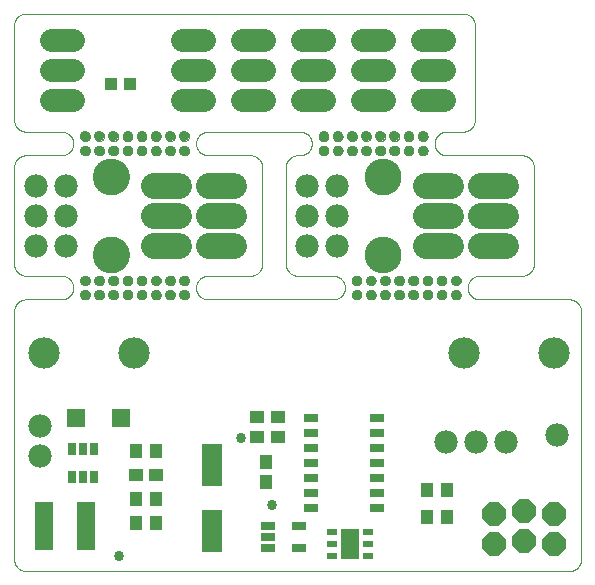
<source format=gts>
G75*
%MOIN*%
%OFA0B0*%
%FSLAX25Y25*%
%IPPOS*%
%LPD*%
%AMOC8*
5,1,8,0,0,1.08239X$1,22.5*
%
%ADD10C,0.00000*%
%ADD11C,0.12211*%
%ADD12C,0.03550*%
%ADD13R,0.02762X0.03943*%
%ADD14R,0.05124X0.02565*%
%ADD15R,0.06306X0.16148*%
%ADD16OC8,0.07800*%
%ADD17R,0.04337X0.04731*%
%ADD18C,0.07800*%
%ADD19R,0.04731X0.04337*%
%ADD20R,0.05912X0.05912*%
%ADD21R,0.06699X0.14180*%
%ADD22R,0.05124X0.02762*%
%ADD23R,0.03550X0.02172*%
%ADD24R,0.06306X0.09849*%
%ADD25C,0.10450*%
%ADD26C,0.03400*%
%ADD27C,0.08668*%
%ADD28C,0.07800*%
%ADD29R,0.04140X0.04337*%
D10*
X0010681Y0060307D02*
X0191783Y0060307D01*
X0191907Y0060309D01*
X0192030Y0060315D01*
X0192154Y0060324D01*
X0192276Y0060338D01*
X0192399Y0060355D01*
X0192521Y0060377D01*
X0192642Y0060402D01*
X0192762Y0060431D01*
X0192881Y0060463D01*
X0193000Y0060500D01*
X0193117Y0060540D01*
X0193232Y0060583D01*
X0193347Y0060631D01*
X0193459Y0060682D01*
X0193570Y0060736D01*
X0193680Y0060794D01*
X0193787Y0060855D01*
X0193893Y0060920D01*
X0193996Y0060988D01*
X0194097Y0061059D01*
X0194196Y0061133D01*
X0194293Y0061210D01*
X0194387Y0061291D01*
X0194478Y0061374D01*
X0194567Y0061460D01*
X0194653Y0061549D01*
X0194736Y0061640D01*
X0194817Y0061734D01*
X0194894Y0061831D01*
X0194968Y0061930D01*
X0195039Y0062031D01*
X0195107Y0062134D01*
X0195172Y0062240D01*
X0195233Y0062347D01*
X0195291Y0062457D01*
X0195345Y0062568D01*
X0195396Y0062680D01*
X0195444Y0062795D01*
X0195487Y0062910D01*
X0195527Y0063027D01*
X0195564Y0063146D01*
X0195596Y0063265D01*
X0195625Y0063385D01*
X0195650Y0063506D01*
X0195672Y0063628D01*
X0195689Y0063751D01*
X0195703Y0063873D01*
X0195712Y0063997D01*
X0195718Y0064120D01*
X0195720Y0064244D01*
X0195720Y0146921D01*
X0195718Y0147045D01*
X0195712Y0147168D01*
X0195703Y0147292D01*
X0195689Y0147414D01*
X0195672Y0147537D01*
X0195650Y0147659D01*
X0195625Y0147780D01*
X0195596Y0147900D01*
X0195564Y0148019D01*
X0195527Y0148138D01*
X0195487Y0148255D01*
X0195444Y0148370D01*
X0195396Y0148485D01*
X0195345Y0148597D01*
X0195291Y0148708D01*
X0195233Y0148818D01*
X0195172Y0148925D01*
X0195107Y0149031D01*
X0195039Y0149134D01*
X0194968Y0149235D01*
X0194894Y0149334D01*
X0194817Y0149431D01*
X0194736Y0149525D01*
X0194653Y0149616D01*
X0194567Y0149705D01*
X0194478Y0149791D01*
X0194387Y0149874D01*
X0194293Y0149955D01*
X0194196Y0150032D01*
X0194097Y0150106D01*
X0193996Y0150177D01*
X0193893Y0150245D01*
X0193787Y0150310D01*
X0193680Y0150371D01*
X0193570Y0150429D01*
X0193459Y0150483D01*
X0193347Y0150534D01*
X0193232Y0150582D01*
X0193117Y0150625D01*
X0193000Y0150665D01*
X0192881Y0150702D01*
X0192762Y0150734D01*
X0192642Y0150763D01*
X0192521Y0150788D01*
X0192399Y0150810D01*
X0192276Y0150827D01*
X0192154Y0150841D01*
X0192030Y0150850D01*
X0191907Y0150856D01*
X0191783Y0150858D01*
X0161862Y0150858D01*
X0157925Y0154795D02*
X0157927Y0154919D01*
X0157933Y0155042D01*
X0157942Y0155166D01*
X0157956Y0155288D01*
X0157973Y0155411D01*
X0157995Y0155533D01*
X0158020Y0155654D01*
X0158049Y0155774D01*
X0158081Y0155893D01*
X0158118Y0156012D01*
X0158158Y0156129D01*
X0158201Y0156244D01*
X0158249Y0156359D01*
X0158300Y0156471D01*
X0158354Y0156582D01*
X0158412Y0156692D01*
X0158473Y0156799D01*
X0158538Y0156905D01*
X0158606Y0157008D01*
X0158677Y0157109D01*
X0158751Y0157208D01*
X0158828Y0157305D01*
X0158909Y0157399D01*
X0158992Y0157490D01*
X0159078Y0157579D01*
X0159167Y0157665D01*
X0159258Y0157748D01*
X0159352Y0157829D01*
X0159449Y0157906D01*
X0159548Y0157980D01*
X0159649Y0158051D01*
X0159752Y0158119D01*
X0159858Y0158184D01*
X0159965Y0158245D01*
X0160075Y0158303D01*
X0160186Y0158357D01*
X0160298Y0158408D01*
X0160413Y0158456D01*
X0160528Y0158499D01*
X0160645Y0158539D01*
X0160764Y0158576D01*
X0160883Y0158608D01*
X0161003Y0158637D01*
X0161124Y0158662D01*
X0161246Y0158684D01*
X0161369Y0158701D01*
X0161491Y0158715D01*
X0161615Y0158724D01*
X0161738Y0158730D01*
X0161862Y0158732D01*
X0176035Y0158732D01*
X0176159Y0158734D01*
X0176282Y0158740D01*
X0176406Y0158749D01*
X0176528Y0158763D01*
X0176651Y0158780D01*
X0176773Y0158802D01*
X0176894Y0158827D01*
X0177014Y0158856D01*
X0177133Y0158888D01*
X0177252Y0158925D01*
X0177369Y0158965D01*
X0177484Y0159008D01*
X0177599Y0159056D01*
X0177711Y0159107D01*
X0177822Y0159161D01*
X0177932Y0159219D01*
X0178039Y0159280D01*
X0178145Y0159345D01*
X0178248Y0159413D01*
X0178349Y0159484D01*
X0178448Y0159558D01*
X0178545Y0159635D01*
X0178639Y0159716D01*
X0178730Y0159799D01*
X0178819Y0159885D01*
X0178905Y0159974D01*
X0178988Y0160065D01*
X0179069Y0160159D01*
X0179146Y0160256D01*
X0179220Y0160355D01*
X0179291Y0160456D01*
X0179359Y0160559D01*
X0179424Y0160665D01*
X0179485Y0160772D01*
X0179543Y0160882D01*
X0179597Y0160993D01*
X0179648Y0161105D01*
X0179696Y0161220D01*
X0179739Y0161335D01*
X0179779Y0161452D01*
X0179816Y0161571D01*
X0179848Y0161690D01*
X0179877Y0161810D01*
X0179902Y0161931D01*
X0179924Y0162053D01*
X0179941Y0162176D01*
X0179955Y0162298D01*
X0179964Y0162422D01*
X0179970Y0162545D01*
X0179972Y0162669D01*
X0179972Y0194953D01*
X0179970Y0195077D01*
X0179964Y0195200D01*
X0179955Y0195324D01*
X0179941Y0195446D01*
X0179924Y0195569D01*
X0179902Y0195691D01*
X0179877Y0195812D01*
X0179848Y0195932D01*
X0179816Y0196051D01*
X0179779Y0196170D01*
X0179739Y0196287D01*
X0179696Y0196402D01*
X0179648Y0196517D01*
X0179597Y0196629D01*
X0179543Y0196740D01*
X0179485Y0196850D01*
X0179424Y0196957D01*
X0179359Y0197063D01*
X0179291Y0197166D01*
X0179220Y0197267D01*
X0179146Y0197366D01*
X0179069Y0197463D01*
X0178988Y0197557D01*
X0178905Y0197648D01*
X0178819Y0197737D01*
X0178730Y0197823D01*
X0178639Y0197906D01*
X0178545Y0197987D01*
X0178448Y0198064D01*
X0178349Y0198138D01*
X0178248Y0198209D01*
X0178145Y0198277D01*
X0178039Y0198342D01*
X0177932Y0198403D01*
X0177822Y0198461D01*
X0177711Y0198515D01*
X0177599Y0198566D01*
X0177484Y0198614D01*
X0177369Y0198657D01*
X0177252Y0198697D01*
X0177133Y0198734D01*
X0177014Y0198766D01*
X0176894Y0198795D01*
X0176773Y0198820D01*
X0176651Y0198842D01*
X0176528Y0198859D01*
X0176406Y0198873D01*
X0176282Y0198882D01*
X0176159Y0198888D01*
X0176035Y0198890D01*
X0150839Y0198890D01*
X0146902Y0202827D02*
X0146904Y0202951D01*
X0146910Y0203074D01*
X0146919Y0203198D01*
X0146933Y0203320D01*
X0146950Y0203443D01*
X0146972Y0203565D01*
X0146997Y0203686D01*
X0147026Y0203806D01*
X0147058Y0203925D01*
X0147095Y0204044D01*
X0147135Y0204161D01*
X0147178Y0204276D01*
X0147226Y0204391D01*
X0147277Y0204503D01*
X0147331Y0204614D01*
X0147389Y0204724D01*
X0147450Y0204831D01*
X0147515Y0204937D01*
X0147583Y0205040D01*
X0147654Y0205141D01*
X0147728Y0205240D01*
X0147805Y0205337D01*
X0147886Y0205431D01*
X0147969Y0205522D01*
X0148055Y0205611D01*
X0148144Y0205697D01*
X0148235Y0205780D01*
X0148329Y0205861D01*
X0148426Y0205938D01*
X0148525Y0206012D01*
X0148626Y0206083D01*
X0148729Y0206151D01*
X0148835Y0206216D01*
X0148942Y0206277D01*
X0149052Y0206335D01*
X0149163Y0206389D01*
X0149275Y0206440D01*
X0149390Y0206488D01*
X0149505Y0206531D01*
X0149622Y0206571D01*
X0149741Y0206608D01*
X0149860Y0206640D01*
X0149980Y0206669D01*
X0150101Y0206694D01*
X0150223Y0206716D01*
X0150346Y0206733D01*
X0150468Y0206747D01*
X0150592Y0206756D01*
X0150715Y0206762D01*
X0150839Y0206764D01*
X0156350Y0206764D01*
X0156474Y0206766D01*
X0156597Y0206772D01*
X0156721Y0206781D01*
X0156843Y0206795D01*
X0156966Y0206812D01*
X0157088Y0206834D01*
X0157209Y0206859D01*
X0157329Y0206888D01*
X0157448Y0206920D01*
X0157567Y0206957D01*
X0157684Y0206997D01*
X0157799Y0207040D01*
X0157914Y0207088D01*
X0158026Y0207139D01*
X0158137Y0207193D01*
X0158247Y0207251D01*
X0158354Y0207312D01*
X0158460Y0207377D01*
X0158563Y0207445D01*
X0158664Y0207516D01*
X0158763Y0207590D01*
X0158860Y0207667D01*
X0158954Y0207748D01*
X0159045Y0207831D01*
X0159134Y0207917D01*
X0159220Y0208006D01*
X0159303Y0208097D01*
X0159384Y0208191D01*
X0159461Y0208288D01*
X0159535Y0208387D01*
X0159606Y0208488D01*
X0159674Y0208591D01*
X0159739Y0208697D01*
X0159800Y0208804D01*
X0159858Y0208914D01*
X0159912Y0209025D01*
X0159963Y0209137D01*
X0160011Y0209252D01*
X0160054Y0209367D01*
X0160094Y0209484D01*
X0160131Y0209603D01*
X0160163Y0209722D01*
X0160192Y0209842D01*
X0160217Y0209963D01*
X0160239Y0210085D01*
X0160256Y0210208D01*
X0160270Y0210330D01*
X0160279Y0210454D01*
X0160285Y0210577D01*
X0160287Y0210701D01*
X0160287Y0242197D01*
X0160285Y0242321D01*
X0160279Y0242444D01*
X0160270Y0242568D01*
X0160256Y0242690D01*
X0160239Y0242813D01*
X0160217Y0242935D01*
X0160192Y0243056D01*
X0160163Y0243176D01*
X0160131Y0243295D01*
X0160094Y0243414D01*
X0160054Y0243531D01*
X0160011Y0243646D01*
X0159963Y0243761D01*
X0159912Y0243873D01*
X0159858Y0243984D01*
X0159800Y0244094D01*
X0159739Y0244201D01*
X0159674Y0244307D01*
X0159606Y0244410D01*
X0159535Y0244511D01*
X0159461Y0244610D01*
X0159384Y0244707D01*
X0159303Y0244801D01*
X0159220Y0244892D01*
X0159134Y0244981D01*
X0159045Y0245067D01*
X0158954Y0245150D01*
X0158860Y0245231D01*
X0158763Y0245308D01*
X0158664Y0245382D01*
X0158563Y0245453D01*
X0158460Y0245521D01*
X0158354Y0245586D01*
X0158247Y0245647D01*
X0158137Y0245705D01*
X0158026Y0245759D01*
X0157914Y0245810D01*
X0157799Y0245858D01*
X0157684Y0245901D01*
X0157567Y0245941D01*
X0157448Y0245978D01*
X0157329Y0246010D01*
X0157209Y0246039D01*
X0157088Y0246064D01*
X0156966Y0246086D01*
X0156843Y0246103D01*
X0156721Y0246117D01*
X0156597Y0246126D01*
X0156474Y0246132D01*
X0156350Y0246134D01*
X0010681Y0246134D01*
X0010557Y0246132D01*
X0010434Y0246126D01*
X0010310Y0246117D01*
X0010188Y0246103D01*
X0010065Y0246086D01*
X0009943Y0246064D01*
X0009822Y0246039D01*
X0009702Y0246010D01*
X0009583Y0245978D01*
X0009464Y0245941D01*
X0009347Y0245901D01*
X0009232Y0245858D01*
X0009117Y0245810D01*
X0009005Y0245759D01*
X0008894Y0245705D01*
X0008784Y0245647D01*
X0008677Y0245586D01*
X0008571Y0245521D01*
X0008468Y0245453D01*
X0008367Y0245382D01*
X0008268Y0245308D01*
X0008171Y0245231D01*
X0008077Y0245150D01*
X0007986Y0245067D01*
X0007897Y0244981D01*
X0007811Y0244892D01*
X0007728Y0244801D01*
X0007647Y0244707D01*
X0007570Y0244610D01*
X0007496Y0244511D01*
X0007425Y0244410D01*
X0007357Y0244307D01*
X0007292Y0244201D01*
X0007231Y0244094D01*
X0007173Y0243984D01*
X0007119Y0243873D01*
X0007068Y0243761D01*
X0007020Y0243646D01*
X0006977Y0243531D01*
X0006937Y0243414D01*
X0006900Y0243295D01*
X0006868Y0243176D01*
X0006839Y0243056D01*
X0006814Y0242935D01*
X0006792Y0242813D01*
X0006775Y0242690D01*
X0006761Y0242568D01*
X0006752Y0242444D01*
X0006746Y0242321D01*
X0006744Y0242197D01*
X0006744Y0210701D01*
X0006746Y0210577D01*
X0006752Y0210454D01*
X0006761Y0210330D01*
X0006775Y0210208D01*
X0006792Y0210085D01*
X0006814Y0209963D01*
X0006839Y0209842D01*
X0006868Y0209722D01*
X0006900Y0209603D01*
X0006937Y0209484D01*
X0006977Y0209367D01*
X0007020Y0209252D01*
X0007068Y0209137D01*
X0007119Y0209025D01*
X0007173Y0208914D01*
X0007231Y0208804D01*
X0007292Y0208697D01*
X0007357Y0208591D01*
X0007425Y0208488D01*
X0007496Y0208387D01*
X0007570Y0208288D01*
X0007647Y0208191D01*
X0007728Y0208097D01*
X0007811Y0208006D01*
X0007897Y0207917D01*
X0007986Y0207831D01*
X0008077Y0207748D01*
X0008171Y0207667D01*
X0008268Y0207590D01*
X0008367Y0207516D01*
X0008468Y0207445D01*
X0008571Y0207377D01*
X0008677Y0207312D01*
X0008784Y0207251D01*
X0008894Y0207193D01*
X0009005Y0207139D01*
X0009117Y0207088D01*
X0009232Y0207040D01*
X0009347Y0206997D01*
X0009464Y0206957D01*
X0009583Y0206920D01*
X0009702Y0206888D01*
X0009822Y0206859D01*
X0009943Y0206834D01*
X0010065Y0206812D01*
X0010188Y0206795D01*
X0010310Y0206781D01*
X0010434Y0206772D01*
X0010557Y0206766D01*
X0010681Y0206764D01*
X0022492Y0206764D01*
X0022616Y0206762D01*
X0022739Y0206756D01*
X0022863Y0206747D01*
X0022985Y0206733D01*
X0023108Y0206716D01*
X0023230Y0206694D01*
X0023351Y0206669D01*
X0023471Y0206640D01*
X0023590Y0206608D01*
X0023709Y0206571D01*
X0023826Y0206531D01*
X0023941Y0206488D01*
X0024056Y0206440D01*
X0024168Y0206389D01*
X0024279Y0206335D01*
X0024389Y0206277D01*
X0024496Y0206216D01*
X0024602Y0206151D01*
X0024705Y0206083D01*
X0024806Y0206012D01*
X0024905Y0205938D01*
X0025002Y0205861D01*
X0025096Y0205780D01*
X0025187Y0205697D01*
X0025276Y0205611D01*
X0025362Y0205522D01*
X0025445Y0205431D01*
X0025526Y0205337D01*
X0025603Y0205240D01*
X0025677Y0205141D01*
X0025748Y0205040D01*
X0025816Y0204937D01*
X0025881Y0204831D01*
X0025942Y0204724D01*
X0026000Y0204614D01*
X0026054Y0204503D01*
X0026105Y0204391D01*
X0026153Y0204276D01*
X0026196Y0204161D01*
X0026236Y0204044D01*
X0026273Y0203925D01*
X0026305Y0203806D01*
X0026334Y0203686D01*
X0026359Y0203565D01*
X0026381Y0203443D01*
X0026398Y0203320D01*
X0026412Y0203198D01*
X0026421Y0203074D01*
X0026427Y0202951D01*
X0026429Y0202827D01*
X0026427Y0202703D01*
X0026421Y0202580D01*
X0026412Y0202456D01*
X0026398Y0202334D01*
X0026381Y0202211D01*
X0026359Y0202089D01*
X0026334Y0201968D01*
X0026305Y0201848D01*
X0026273Y0201729D01*
X0026236Y0201610D01*
X0026196Y0201493D01*
X0026153Y0201378D01*
X0026105Y0201263D01*
X0026054Y0201151D01*
X0026000Y0201040D01*
X0025942Y0200930D01*
X0025881Y0200823D01*
X0025816Y0200717D01*
X0025748Y0200614D01*
X0025677Y0200513D01*
X0025603Y0200414D01*
X0025526Y0200317D01*
X0025445Y0200223D01*
X0025362Y0200132D01*
X0025276Y0200043D01*
X0025187Y0199957D01*
X0025096Y0199874D01*
X0025002Y0199793D01*
X0024905Y0199716D01*
X0024806Y0199642D01*
X0024705Y0199571D01*
X0024602Y0199503D01*
X0024496Y0199438D01*
X0024389Y0199377D01*
X0024279Y0199319D01*
X0024168Y0199265D01*
X0024056Y0199214D01*
X0023941Y0199166D01*
X0023826Y0199123D01*
X0023709Y0199083D01*
X0023590Y0199046D01*
X0023471Y0199014D01*
X0023351Y0198985D01*
X0023230Y0198960D01*
X0023108Y0198938D01*
X0022985Y0198921D01*
X0022863Y0198907D01*
X0022739Y0198898D01*
X0022616Y0198892D01*
X0022492Y0198890D01*
X0010681Y0198890D01*
X0010557Y0198888D01*
X0010434Y0198882D01*
X0010310Y0198873D01*
X0010188Y0198859D01*
X0010065Y0198842D01*
X0009943Y0198820D01*
X0009822Y0198795D01*
X0009702Y0198766D01*
X0009583Y0198734D01*
X0009464Y0198697D01*
X0009347Y0198657D01*
X0009232Y0198614D01*
X0009117Y0198566D01*
X0009005Y0198515D01*
X0008894Y0198461D01*
X0008784Y0198403D01*
X0008677Y0198342D01*
X0008571Y0198277D01*
X0008468Y0198209D01*
X0008367Y0198138D01*
X0008268Y0198064D01*
X0008171Y0197987D01*
X0008077Y0197906D01*
X0007986Y0197823D01*
X0007897Y0197737D01*
X0007811Y0197648D01*
X0007728Y0197557D01*
X0007647Y0197463D01*
X0007570Y0197366D01*
X0007496Y0197267D01*
X0007425Y0197166D01*
X0007357Y0197063D01*
X0007292Y0196957D01*
X0007231Y0196850D01*
X0007173Y0196740D01*
X0007119Y0196629D01*
X0007068Y0196517D01*
X0007020Y0196402D01*
X0006977Y0196287D01*
X0006937Y0196170D01*
X0006900Y0196051D01*
X0006868Y0195932D01*
X0006839Y0195812D01*
X0006814Y0195691D01*
X0006792Y0195569D01*
X0006775Y0195446D01*
X0006761Y0195324D01*
X0006752Y0195200D01*
X0006746Y0195077D01*
X0006744Y0194953D01*
X0006744Y0162669D01*
X0006746Y0162545D01*
X0006752Y0162422D01*
X0006761Y0162298D01*
X0006775Y0162176D01*
X0006792Y0162053D01*
X0006814Y0161931D01*
X0006839Y0161810D01*
X0006868Y0161690D01*
X0006900Y0161571D01*
X0006937Y0161452D01*
X0006977Y0161335D01*
X0007020Y0161220D01*
X0007068Y0161105D01*
X0007119Y0160993D01*
X0007173Y0160882D01*
X0007231Y0160772D01*
X0007292Y0160665D01*
X0007357Y0160559D01*
X0007425Y0160456D01*
X0007496Y0160355D01*
X0007570Y0160256D01*
X0007647Y0160159D01*
X0007728Y0160065D01*
X0007811Y0159974D01*
X0007897Y0159885D01*
X0007986Y0159799D01*
X0008077Y0159716D01*
X0008171Y0159635D01*
X0008268Y0159558D01*
X0008367Y0159484D01*
X0008468Y0159413D01*
X0008571Y0159345D01*
X0008677Y0159280D01*
X0008784Y0159219D01*
X0008894Y0159161D01*
X0009005Y0159107D01*
X0009117Y0159056D01*
X0009232Y0159008D01*
X0009347Y0158965D01*
X0009464Y0158925D01*
X0009583Y0158888D01*
X0009702Y0158856D01*
X0009822Y0158827D01*
X0009943Y0158802D01*
X0010065Y0158780D01*
X0010188Y0158763D01*
X0010310Y0158749D01*
X0010434Y0158740D01*
X0010557Y0158734D01*
X0010681Y0158732D01*
X0022492Y0158732D01*
X0022616Y0158730D01*
X0022739Y0158724D01*
X0022863Y0158715D01*
X0022985Y0158701D01*
X0023108Y0158684D01*
X0023230Y0158662D01*
X0023351Y0158637D01*
X0023471Y0158608D01*
X0023590Y0158576D01*
X0023709Y0158539D01*
X0023826Y0158499D01*
X0023941Y0158456D01*
X0024056Y0158408D01*
X0024168Y0158357D01*
X0024279Y0158303D01*
X0024389Y0158245D01*
X0024496Y0158184D01*
X0024602Y0158119D01*
X0024705Y0158051D01*
X0024806Y0157980D01*
X0024905Y0157906D01*
X0025002Y0157829D01*
X0025096Y0157748D01*
X0025187Y0157665D01*
X0025276Y0157579D01*
X0025362Y0157490D01*
X0025445Y0157399D01*
X0025526Y0157305D01*
X0025603Y0157208D01*
X0025677Y0157109D01*
X0025748Y0157008D01*
X0025816Y0156905D01*
X0025881Y0156799D01*
X0025942Y0156692D01*
X0026000Y0156582D01*
X0026054Y0156471D01*
X0026105Y0156359D01*
X0026153Y0156244D01*
X0026196Y0156129D01*
X0026236Y0156012D01*
X0026273Y0155893D01*
X0026305Y0155774D01*
X0026334Y0155654D01*
X0026359Y0155533D01*
X0026381Y0155411D01*
X0026398Y0155288D01*
X0026412Y0155166D01*
X0026421Y0155042D01*
X0026427Y0154919D01*
X0026429Y0154795D01*
X0026427Y0154671D01*
X0026421Y0154548D01*
X0026412Y0154424D01*
X0026398Y0154302D01*
X0026381Y0154179D01*
X0026359Y0154057D01*
X0026334Y0153936D01*
X0026305Y0153816D01*
X0026273Y0153697D01*
X0026236Y0153578D01*
X0026196Y0153461D01*
X0026153Y0153346D01*
X0026105Y0153231D01*
X0026054Y0153119D01*
X0026000Y0153008D01*
X0025942Y0152898D01*
X0025881Y0152791D01*
X0025816Y0152685D01*
X0025748Y0152582D01*
X0025677Y0152481D01*
X0025603Y0152382D01*
X0025526Y0152285D01*
X0025445Y0152191D01*
X0025362Y0152100D01*
X0025276Y0152011D01*
X0025187Y0151925D01*
X0025096Y0151842D01*
X0025002Y0151761D01*
X0024905Y0151684D01*
X0024806Y0151610D01*
X0024705Y0151539D01*
X0024602Y0151471D01*
X0024496Y0151406D01*
X0024389Y0151345D01*
X0024279Y0151287D01*
X0024168Y0151233D01*
X0024056Y0151182D01*
X0023941Y0151134D01*
X0023826Y0151091D01*
X0023709Y0151051D01*
X0023590Y0151014D01*
X0023471Y0150982D01*
X0023351Y0150953D01*
X0023230Y0150928D01*
X0023108Y0150906D01*
X0022985Y0150889D01*
X0022863Y0150875D01*
X0022739Y0150866D01*
X0022616Y0150860D01*
X0022492Y0150858D01*
X0010681Y0150858D01*
X0010557Y0150856D01*
X0010434Y0150850D01*
X0010310Y0150841D01*
X0010188Y0150827D01*
X0010065Y0150810D01*
X0009943Y0150788D01*
X0009822Y0150763D01*
X0009702Y0150734D01*
X0009583Y0150702D01*
X0009464Y0150665D01*
X0009347Y0150625D01*
X0009232Y0150582D01*
X0009117Y0150534D01*
X0009005Y0150483D01*
X0008894Y0150429D01*
X0008784Y0150371D01*
X0008677Y0150310D01*
X0008571Y0150245D01*
X0008468Y0150177D01*
X0008367Y0150106D01*
X0008268Y0150032D01*
X0008171Y0149955D01*
X0008077Y0149874D01*
X0007986Y0149791D01*
X0007897Y0149705D01*
X0007811Y0149616D01*
X0007728Y0149525D01*
X0007647Y0149431D01*
X0007570Y0149334D01*
X0007496Y0149235D01*
X0007425Y0149134D01*
X0007357Y0149031D01*
X0007292Y0148925D01*
X0007231Y0148818D01*
X0007173Y0148708D01*
X0007119Y0148597D01*
X0007068Y0148485D01*
X0007020Y0148370D01*
X0006977Y0148255D01*
X0006937Y0148138D01*
X0006900Y0148019D01*
X0006868Y0147900D01*
X0006839Y0147780D01*
X0006814Y0147659D01*
X0006792Y0147537D01*
X0006775Y0147414D01*
X0006761Y0147292D01*
X0006752Y0147168D01*
X0006746Y0147045D01*
X0006744Y0146921D01*
X0006744Y0064244D01*
X0006746Y0064120D01*
X0006752Y0063997D01*
X0006761Y0063873D01*
X0006775Y0063751D01*
X0006792Y0063628D01*
X0006814Y0063506D01*
X0006839Y0063385D01*
X0006868Y0063265D01*
X0006900Y0063146D01*
X0006937Y0063027D01*
X0006977Y0062910D01*
X0007020Y0062795D01*
X0007068Y0062680D01*
X0007119Y0062568D01*
X0007173Y0062457D01*
X0007231Y0062347D01*
X0007292Y0062240D01*
X0007357Y0062134D01*
X0007425Y0062031D01*
X0007496Y0061930D01*
X0007570Y0061831D01*
X0007647Y0061734D01*
X0007728Y0061640D01*
X0007811Y0061549D01*
X0007897Y0061460D01*
X0007986Y0061374D01*
X0008077Y0061291D01*
X0008171Y0061210D01*
X0008268Y0061133D01*
X0008367Y0061059D01*
X0008468Y0060988D01*
X0008571Y0060920D01*
X0008677Y0060855D01*
X0008784Y0060794D01*
X0008894Y0060736D01*
X0009005Y0060682D01*
X0009117Y0060631D01*
X0009232Y0060583D01*
X0009347Y0060540D01*
X0009464Y0060500D01*
X0009583Y0060463D01*
X0009702Y0060431D01*
X0009822Y0060402D01*
X0009943Y0060377D01*
X0010065Y0060355D01*
X0010188Y0060338D01*
X0010310Y0060324D01*
X0010434Y0060315D01*
X0010557Y0060309D01*
X0010681Y0060307D01*
X0071311Y0150858D02*
X0113043Y0150858D01*
X0116980Y0154795D02*
X0116978Y0154919D01*
X0116972Y0155042D01*
X0116963Y0155166D01*
X0116949Y0155288D01*
X0116932Y0155411D01*
X0116910Y0155533D01*
X0116885Y0155654D01*
X0116856Y0155774D01*
X0116824Y0155893D01*
X0116787Y0156012D01*
X0116747Y0156129D01*
X0116704Y0156244D01*
X0116656Y0156359D01*
X0116605Y0156471D01*
X0116551Y0156582D01*
X0116493Y0156692D01*
X0116432Y0156799D01*
X0116367Y0156905D01*
X0116299Y0157008D01*
X0116228Y0157109D01*
X0116154Y0157208D01*
X0116077Y0157305D01*
X0115996Y0157399D01*
X0115913Y0157490D01*
X0115827Y0157579D01*
X0115738Y0157665D01*
X0115647Y0157748D01*
X0115553Y0157829D01*
X0115456Y0157906D01*
X0115357Y0157980D01*
X0115256Y0158051D01*
X0115153Y0158119D01*
X0115047Y0158184D01*
X0114940Y0158245D01*
X0114830Y0158303D01*
X0114719Y0158357D01*
X0114607Y0158408D01*
X0114492Y0158456D01*
X0114377Y0158499D01*
X0114260Y0158539D01*
X0114141Y0158576D01*
X0114022Y0158608D01*
X0113902Y0158637D01*
X0113781Y0158662D01*
X0113659Y0158684D01*
X0113536Y0158701D01*
X0113414Y0158715D01*
X0113290Y0158724D01*
X0113167Y0158730D01*
X0113043Y0158732D01*
X0101232Y0158732D01*
X0101108Y0158734D01*
X0100985Y0158740D01*
X0100861Y0158749D01*
X0100739Y0158763D01*
X0100616Y0158780D01*
X0100494Y0158802D01*
X0100373Y0158827D01*
X0100253Y0158856D01*
X0100134Y0158888D01*
X0100015Y0158925D01*
X0099898Y0158965D01*
X0099783Y0159008D01*
X0099668Y0159056D01*
X0099556Y0159107D01*
X0099445Y0159161D01*
X0099335Y0159219D01*
X0099228Y0159280D01*
X0099122Y0159345D01*
X0099019Y0159413D01*
X0098918Y0159484D01*
X0098819Y0159558D01*
X0098722Y0159635D01*
X0098628Y0159716D01*
X0098537Y0159799D01*
X0098448Y0159885D01*
X0098362Y0159974D01*
X0098279Y0160065D01*
X0098198Y0160159D01*
X0098121Y0160256D01*
X0098047Y0160355D01*
X0097976Y0160456D01*
X0097908Y0160559D01*
X0097843Y0160665D01*
X0097782Y0160772D01*
X0097724Y0160882D01*
X0097670Y0160993D01*
X0097619Y0161105D01*
X0097571Y0161220D01*
X0097528Y0161335D01*
X0097488Y0161452D01*
X0097451Y0161571D01*
X0097419Y0161690D01*
X0097390Y0161810D01*
X0097365Y0161931D01*
X0097343Y0162053D01*
X0097326Y0162176D01*
X0097312Y0162298D01*
X0097303Y0162422D01*
X0097297Y0162545D01*
X0097295Y0162669D01*
X0097295Y0194953D01*
X0097297Y0195077D01*
X0097303Y0195200D01*
X0097312Y0195324D01*
X0097326Y0195446D01*
X0097343Y0195569D01*
X0097365Y0195691D01*
X0097390Y0195812D01*
X0097419Y0195932D01*
X0097451Y0196051D01*
X0097488Y0196170D01*
X0097528Y0196287D01*
X0097571Y0196402D01*
X0097619Y0196517D01*
X0097670Y0196629D01*
X0097724Y0196740D01*
X0097782Y0196850D01*
X0097843Y0196957D01*
X0097908Y0197063D01*
X0097976Y0197166D01*
X0098047Y0197267D01*
X0098121Y0197366D01*
X0098198Y0197463D01*
X0098279Y0197557D01*
X0098362Y0197648D01*
X0098448Y0197737D01*
X0098537Y0197823D01*
X0098628Y0197906D01*
X0098722Y0197987D01*
X0098819Y0198064D01*
X0098918Y0198138D01*
X0099019Y0198209D01*
X0099122Y0198277D01*
X0099228Y0198342D01*
X0099335Y0198403D01*
X0099445Y0198461D01*
X0099556Y0198515D01*
X0099668Y0198566D01*
X0099783Y0198614D01*
X0099898Y0198657D01*
X0100015Y0198697D01*
X0100134Y0198734D01*
X0100253Y0198766D01*
X0100373Y0198795D01*
X0100494Y0198820D01*
X0100616Y0198842D01*
X0100739Y0198859D01*
X0100861Y0198873D01*
X0100985Y0198882D01*
X0101108Y0198888D01*
X0101232Y0198890D01*
X0102020Y0198890D01*
X0105957Y0202827D02*
X0105955Y0202951D01*
X0105949Y0203074D01*
X0105940Y0203198D01*
X0105926Y0203320D01*
X0105909Y0203443D01*
X0105887Y0203565D01*
X0105862Y0203686D01*
X0105833Y0203806D01*
X0105801Y0203925D01*
X0105764Y0204044D01*
X0105724Y0204161D01*
X0105681Y0204276D01*
X0105633Y0204391D01*
X0105582Y0204503D01*
X0105528Y0204614D01*
X0105470Y0204724D01*
X0105409Y0204831D01*
X0105344Y0204937D01*
X0105276Y0205040D01*
X0105205Y0205141D01*
X0105131Y0205240D01*
X0105054Y0205337D01*
X0104973Y0205431D01*
X0104890Y0205522D01*
X0104804Y0205611D01*
X0104715Y0205697D01*
X0104624Y0205780D01*
X0104530Y0205861D01*
X0104433Y0205938D01*
X0104334Y0206012D01*
X0104233Y0206083D01*
X0104130Y0206151D01*
X0104024Y0206216D01*
X0103917Y0206277D01*
X0103807Y0206335D01*
X0103696Y0206389D01*
X0103584Y0206440D01*
X0103469Y0206488D01*
X0103354Y0206531D01*
X0103237Y0206571D01*
X0103118Y0206608D01*
X0102999Y0206640D01*
X0102879Y0206669D01*
X0102758Y0206694D01*
X0102636Y0206716D01*
X0102513Y0206733D01*
X0102391Y0206747D01*
X0102267Y0206756D01*
X0102144Y0206762D01*
X0102020Y0206764D01*
X0071311Y0206764D01*
X0071187Y0206762D01*
X0071064Y0206756D01*
X0070940Y0206747D01*
X0070818Y0206733D01*
X0070695Y0206716D01*
X0070573Y0206694D01*
X0070452Y0206669D01*
X0070332Y0206640D01*
X0070213Y0206608D01*
X0070094Y0206571D01*
X0069977Y0206531D01*
X0069862Y0206488D01*
X0069747Y0206440D01*
X0069635Y0206389D01*
X0069524Y0206335D01*
X0069414Y0206277D01*
X0069307Y0206216D01*
X0069201Y0206151D01*
X0069098Y0206083D01*
X0068997Y0206012D01*
X0068898Y0205938D01*
X0068801Y0205861D01*
X0068707Y0205780D01*
X0068616Y0205697D01*
X0068527Y0205611D01*
X0068441Y0205522D01*
X0068358Y0205431D01*
X0068277Y0205337D01*
X0068200Y0205240D01*
X0068126Y0205141D01*
X0068055Y0205040D01*
X0067987Y0204937D01*
X0067922Y0204831D01*
X0067861Y0204724D01*
X0067803Y0204614D01*
X0067749Y0204503D01*
X0067698Y0204391D01*
X0067650Y0204276D01*
X0067607Y0204161D01*
X0067567Y0204044D01*
X0067530Y0203925D01*
X0067498Y0203806D01*
X0067469Y0203686D01*
X0067444Y0203565D01*
X0067422Y0203443D01*
X0067405Y0203320D01*
X0067391Y0203198D01*
X0067382Y0203074D01*
X0067376Y0202951D01*
X0067374Y0202827D01*
X0067376Y0202703D01*
X0067382Y0202580D01*
X0067391Y0202456D01*
X0067405Y0202334D01*
X0067422Y0202211D01*
X0067444Y0202089D01*
X0067469Y0201968D01*
X0067498Y0201848D01*
X0067530Y0201729D01*
X0067567Y0201610D01*
X0067607Y0201493D01*
X0067650Y0201378D01*
X0067698Y0201263D01*
X0067749Y0201151D01*
X0067803Y0201040D01*
X0067861Y0200930D01*
X0067922Y0200823D01*
X0067987Y0200717D01*
X0068055Y0200614D01*
X0068126Y0200513D01*
X0068200Y0200414D01*
X0068277Y0200317D01*
X0068358Y0200223D01*
X0068441Y0200132D01*
X0068527Y0200043D01*
X0068616Y0199957D01*
X0068707Y0199874D01*
X0068801Y0199793D01*
X0068898Y0199716D01*
X0068997Y0199642D01*
X0069098Y0199571D01*
X0069201Y0199503D01*
X0069307Y0199438D01*
X0069414Y0199377D01*
X0069524Y0199319D01*
X0069635Y0199265D01*
X0069747Y0199214D01*
X0069862Y0199166D01*
X0069977Y0199123D01*
X0070094Y0199083D01*
X0070213Y0199046D01*
X0070332Y0199014D01*
X0070452Y0198985D01*
X0070573Y0198960D01*
X0070695Y0198938D01*
X0070818Y0198921D01*
X0070940Y0198907D01*
X0071064Y0198898D01*
X0071187Y0198892D01*
X0071311Y0198890D01*
X0085484Y0198890D01*
X0085608Y0198888D01*
X0085731Y0198882D01*
X0085855Y0198873D01*
X0085977Y0198859D01*
X0086100Y0198842D01*
X0086222Y0198820D01*
X0086343Y0198795D01*
X0086463Y0198766D01*
X0086582Y0198734D01*
X0086701Y0198697D01*
X0086818Y0198657D01*
X0086933Y0198614D01*
X0087048Y0198566D01*
X0087160Y0198515D01*
X0087271Y0198461D01*
X0087381Y0198403D01*
X0087488Y0198342D01*
X0087594Y0198277D01*
X0087697Y0198209D01*
X0087798Y0198138D01*
X0087897Y0198064D01*
X0087994Y0197987D01*
X0088088Y0197906D01*
X0088179Y0197823D01*
X0088268Y0197737D01*
X0088354Y0197648D01*
X0088437Y0197557D01*
X0088518Y0197463D01*
X0088595Y0197366D01*
X0088669Y0197267D01*
X0088740Y0197166D01*
X0088808Y0197063D01*
X0088873Y0196957D01*
X0088934Y0196850D01*
X0088992Y0196740D01*
X0089046Y0196629D01*
X0089097Y0196517D01*
X0089145Y0196402D01*
X0089188Y0196287D01*
X0089228Y0196170D01*
X0089265Y0196051D01*
X0089297Y0195932D01*
X0089326Y0195812D01*
X0089351Y0195691D01*
X0089373Y0195569D01*
X0089390Y0195446D01*
X0089404Y0195324D01*
X0089413Y0195200D01*
X0089419Y0195077D01*
X0089421Y0194953D01*
X0089421Y0162669D01*
X0089419Y0162545D01*
X0089413Y0162422D01*
X0089404Y0162298D01*
X0089390Y0162176D01*
X0089373Y0162053D01*
X0089351Y0161931D01*
X0089326Y0161810D01*
X0089297Y0161690D01*
X0089265Y0161571D01*
X0089228Y0161452D01*
X0089188Y0161335D01*
X0089145Y0161220D01*
X0089097Y0161105D01*
X0089046Y0160993D01*
X0088992Y0160882D01*
X0088934Y0160772D01*
X0088873Y0160665D01*
X0088808Y0160559D01*
X0088740Y0160456D01*
X0088669Y0160355D01*
X0088595Y0160256D01*
X0088518Y0160159D01*
X0088437Y0160065D01*
X0088354Y0159974D01*
X0088268Y0159885D01*
X0088179Y0159799D01*
X0088088Y0159716D01*
X0087994Y0159635D01*
X0087897Y0159558D01*
X0087798Y0159484D01*
X0087697Y0159413D01*
X0087594Y0159345D01*
X0087488Y0159280D01*
X0087381Y0159219D01*
X0087271Y0159161D01*
X0087160Y0159107D01*
X0087048Y0159056D01*
X0086933Y0159008D01*
X0086818Y0158965D01*
X0086701Y0158925D01*
X0086582Y0158888D01*
X0086463Y0158856D01*
X0086343Y0158827D01*
X0086222Y0158802D01*
X0086100Y0158780D01*
X0085977Y0158763D01*
X0085855Y0158749D01*
X0085731Y0158740D01*
X0085608Y0158734D01*
X0085484Y0158732D01*
X0071311Y0158732D01*
X0071187Y0158730D01*
X0071064Y0158724D01*
X0070940Y0158715D01*
X0070818Y0158701D01*
X0070695Y0158684D01*
X0070573Y0158662D01*
X0070452Y0158637D01*
X0070332Y0158608D01*
X0070213Y0158576D01*
X0070094Y0158539D01*
X0069977Y0158499D01*
X0069862Y0158456D01*
X0069747Y0158408D01*
X0069635Y0158357D01*
X0069524Y0158303D01*
X0069414Y0158245D01*
X0069307Y0158184D01*
X0069201Y0158119D01*
X0069098Y0158051D01*
X0068997Y0157980D01*
X0068898Y0157906D01*
X0068801Y0157829D01*
X0068707Y0157748D01*
X0068616Y0157665D01*
X0068527Y0157579D01*
X0068441Y0157490D01*
X0068358Y0157399D01*
X0068277Y0157305D01*
X0068200Y0157208D01*
X0068126Y0157109D01*
X0068055Y0157008D01*
X0067987Y0156905D01*
X0067922Y0156799D01*
X0067861Y0156692D01*
X0067803Y0156582D01*
X0067749Y0156471D01*
X0067698Y0156359D01*
X0067650Y0156244D01*
X0067607Y0156129D01*
X0067567Y0156012D01*
X0067530Y0155893D01*
X0067498Y0155774D01*
X0067469Y0155654D01*
X0067444Y0155533D01*
X0067422Y0155411D01*
X0067405Y0155288D01*
X0067391Y0155166D01*
X0067382Y0155042D01*
X0067376Y0154919D01*
X0067374Y0154795D01*
X0067376Y0154671D01*
X0067382Y0154548D01*
X0067391Y0154424D01*
X0067405Y0154302D01*
X0067422Y0154179D01*
X0067444Y0154057D01*
X0067469Y0153936D01*
X0067498Y0153816D01*
X0067530Y0153697D01*
X0067567Y0153578D01*
X0067607Y0153461D01*
X0067650Y0153346D01*
X0067698Y0153231D01*
X0067749Y0153119D01*
X0067803Y0153008D01*
X0067861Y0152898D01*
X0067922Y0152791D01*
X0067987Y0152685D01*
X0068055Y0152582D01*
X0068126Y0152481D01*
X0068200Y0152382D01*
X0068277Y0152285D01*
X0068358Y0152191D01*
X0068441Y0152100D01*
X0068527Y0152011D01*
X0068616Y0151925D01*
X0068707Y0151842D01*
X0068801Y0151761D01*
X0068898Y0151684D01*
X0068997Y0151610D01*
X0069098Y0151539D01*
X0069201Y0151471D01*
X0069307Y0151406D01*
X0069414Y0151345D01*
X0069524Y0151287D01*
X0069635Y0151233D01*
X0069747Y0151182D01*
X0069862Y0151134D01*
X0069977Y0151091D01*
X0070094Y0151051D01*
X0070213Y0151014D01*
X0070332Y0150982D01*
X0070452Y0150953D01*
X0070573Y0150928D01*
X0070695Y0150906D01*
X0070818Y0150889D01*
X0070940Y0150875D01*
X0071064Y0150866D01*
X0071187Y0150860D01*
X0071311Y0150858D01*
X0061862Y0152433D02*
X0061864Y0152512D01*
X0061870Y0152591D01*
X0061880Y0152670D01*
X0061894Y0152748D01*
X0061911Y0152825D01*
X0061933Y0152901D01*
X0061958Y0152976D01*
X0061988Y0153049D01*
X0062020Y0153121D01*
X0062057Y0153192D01*
X0062097Y0153260D01*
X0062140Y0153326D01*
X0062186Y0153390D01*
X0062236Y0153452D01*
X0062289Y0153511D01*
X0062344Y0153567D01*
X0062403Y0153621D01*
X0062464Y0153671D01*
X0062527Y0153719D01*
X0062593Y0153763D01*
X0062661Y0153804D01*
X0062731Y0153841D01*
X0062802Y0153875D01*
X0062876Y0153905D01*
X0062950Y0153931D01*
X0063026Y0153953D01*
X0063103Y0153972D01*
X0063181Y0153987D01*
X0063259Y0153998D01*
X0063338Y0154005D01*
X0063417Y0154008D01*
X0063496Y0154007D01*
X0063575Y0154002D01*
X0063654Y0153993D01*
X0063732Y0153980D01*
X0063809Y0153963D01*
X0063886Y0153943D01*
X0063961Y0153918D01*
X0064035Y0153890D01*
X0064108Y0153858D01*
X0064178Y0153823D01*
X0064247Y0153784D01*
X0064314Y0153741D01*
X0064379Y0153695D01*
X0064441Y0153647D01*
X0064501Y0153595D01*
X0064558Y0153540D01*
X0064612Y0153482D01*
X0064663Y0153422D01*
X0064711Y0153359D01*
X0064756Y0153294D01*
X0064798Y0153226D01*
X0064836Y0153157D01*
X0064870Y0153086D01*
X0064901Y0153013D01*
X0064929Y0152938D01*
X0064952Y0152863D01*
X0064972Y0152786D01*
X0064988Y0152709D01*
X0065000Y0152630D01*
X0065008Y0152552D01*
X0065012Y0152473D01*
X0065012Y0152393D01*
X0065008Y0152314D01*
X0065000Y0152236D01*
X0064988Y0152157D01*
X0064972Y0152080D01*
X0064952Y0152003D01*
X0064929Y0151928D01*
X0064901Y0151853D01*
X0064870Y0151780D01*
X0064836Y0151709D01*
X0064798Y0151640D01*
X0064756Y0151572D01*
X0064711Y0151507D01*
X0064663Y0151444D01*
X0064612Y0151384D01*
X0064558Y0151326D01*
X0064501Y0151271D01*
X0064441Y0151219D01*
X0064379Y0151171D01*
X0064314Y0151125D01*
X0064247Y0151082D01*
X0064178Y0151043D01*
X0064108Y0151008D01*
X0064035Y0150976D01*
X0063961Y0150948D01*
X0063886Y0150923D01*
X0063809Y0150903D01*
X0063732Y0150886D01*
X0063654Y0150873D01*
X0063575Y0150864D01*
X0063496Y0150859D01*
X0063417Y0150858D01*
X0063338Y0150861D01*
X0063259Y0150868D01*
X0063181Y0150879D01*
X0063103Y0150894D01*
X0063026Y0150913D01*
X0062950Y0150935D01*
X0062876Y0150961D01*
X0062802Y0150991D01*
X0062731Y0151025D01*
X0062661Y0151062D01*
X0062593Y0151103D01*
X0062527Y0151147D01*
X0062464Y0151195D01*
X0062403Y0151245D01*
X0062344Y0151299D01*
X0062289Y0151355D01*
X0062236Y0151414D01*
X0062186Y0151476D01*
X0062140Y0151540D01*
X0062097Y0151606D01*
X0062057Y0151674D01*
X0062020Y0151745D01*
X0061988Y0151817D01*
X0061958Y0151890D01*
X0061933Y0151965D01*
X0061911Y0152041D01*
X0061894Y0152118D01*
X0061880Y0152196D01*
X0061870Y0152275D01*
X0061864Y0152354D01*
X0061862Y0152433D01*
X0057138Y0152433D02*
X0057140Y0152512D01*
X0057146Y0152591D01*
X0057156Y0152670D01*
X0057170Y0152748D01*
X0057187Y0152825D01*
X0057209Y0152901D01*
X0057234Y0152976D01*
X0057264Y0153049D01*
X0057296Y0153121D01*
X0057333Y0153192D01*
X0057373Y0153260D01*
X0057416Y0153326D01*
X0057462Y0153390D01*
X0057512Y0153452D01*
X0057565Y0153511D01*
X0057620Y0153567D01*
X0057679Y0153621D01*
X0057740Y0153671D01*
X0057803Y0153719D01*
X0057869Y0153763D01*
X0057937Y0153804D01*
X0058007Y0153841D01*
X0058078Y0153875D01*
X0058152Y0153905D01*
X0058226Y0153931D01*
X0058302Y0153953D01*
X0058379Y0153972D01*
X0058457Y0153987D01*
X0058535Y0153998D01*
X0058614Y0154005D01*
X0058693Y0154008D01*
X0058772Y0154007D01*
X0058851Y0154002D01*
X0058930Y0153993D01*
X0059008Y0153980D01*
X0059085Y0153963D01*
X0059162Y0153943D01*
X0059237Y0153918D01*
X0059311Y0153890D01*
X0059384Y0153858D01*
X0059454Y0153823D01*
X0059523Y0153784D01*
X0059590Y0153741D01*
X0059655Y0153695D01*
X0059717Y0153647D01*
X0059777Y0153595D01*
X0059834Y0153540D01*
X0059888Y0153482D01*
X0059939Y0153422D01*
X0059987Y0153359D01*
X0060032Y0153294D01*
X0060074Y0153226D01*
X0060112Y0153157D01*
X0060146Y0153086D01*
X0060177Y0153013D01*
X0060205Y0152938D01*
X0060228Y0152863D01*
X0060248Y0152786D01*
X0060264Y0152709D01*
X0060276Y0152630D01*
X0060284Y0152552D01*
X0060288Y0152473D01*
X0060288Y0152393D01*
X0060284Y0152314D01*
X0060276Y0152236D01*
X0060264Y0152157D01*
X0060248Y0152080D01*
X0060228Y0152003D01*
X0060205Y0151928D01*
X0060177Y0151853D01*
X0060146Y0151780D01*
X0060112Y0151709D01*
X0060074Y0151640D01*
X0060032Y0151572D01*
X0059987Y0151507D01*
X0059939Y0151444D01*
X0059888Y0151384D01*
X0059834Y0151326D01*
X0059777Y0151271D01*
X0059717Y0151219D01*
X0059655Y0151171D01*
X0059590Y0151125D01*
X0059523Y0151082D01*
X0059454Y0151043D01*
X0059384Y0151008D01*
X0059311Y0150976D01*
X0059237Y0150948D01*
X0059162Y0150923D01*
X0059085Y0150903D01*
X0059008Y0150886D01*
X0058930Y0150873D01*
X0058851Y0150864D01*
X0058772Y0150859D01*
X0058693Y0150858D01*
X0058614Y0150861D01*
X0058535Y0150868D01*
X0058457Y0150879D01*
X0058379Y0150894D01*
X0058302Y0150913D01*
X0058226Y0150935D01*
X0058152Y0150961D01*
X0058078Y0150991D01*
X0058007Y0151025D01*
X0057937Y0151062D01*
X0057869Y0151103D01*
X0057803Y0151147D01*
X0057740Y0151195D01*
X0057679Y0151245D01*
X0057620Y0151299D01*
X0057565Y0151355D01*
X0057512Y0151414D01*
X0057462Y0151476D01*
X0057416Y0151540D01*
X0057373Y0151606D01*
X0057333Y0151674D01*
X0057296Y0151745D01*
X0057264Y0151817D01*
X0057234Y0151890D01*
X0057209Y0151965D01*
X0057187Y0152041D01*
X0057170Y0152118D01*
X0057156Y0152196D01*
X0057146Y0152275D01*
X0057140Y0152354D01*
X0057138Y0152433D01*
X0052413Y0152433D02*
X0052415Y0152512D01*
X0052421Y0152591D01*
X0052431Y0152670D01*
X0052445Y0152748D01*
X0052462Y0152825D01*
X0052484Y0152901D01*
X0052509Y0152976D01*
X0052539Y0153049D01*
X0052571Y0153121D01*
X0052608Y0153192D01*
X0052648Y0153260D01*
X0052691Y0153326D01*
X0052737Y0153390D01*
X0052787Y0153452D01*
X0052840Y0153511D01*
X0052895Y0153567D01*
X0052954Y0153621D01*
X0053015Y0153671D01*
X0053078Y0153719D01*
X0053144Y0153763D01*
X0053212Y0153804D01*
X0053282Y0153841D01*
X0053353Y0153875D01*
X0053427Y0153905D01*
X0053501Y0153931D01*
X0053577Y0153953D01*
X0053654Y0153972D01*
X0053732Y0153987D01*
X0053810Y0153998D01*
X0053889Y0154005D01*
X0053968Y0154008D01*
X0054047Y0154007D01*
X0054126Y0154002D01*
X0054205Y0153993D01*
X0054283Y0153980D01*
X0054360Y0153963D01*
X0054437Y0153943D01*
X0054512Y0153918D01*
X0054586Y0153890D01*
X0054659Y0153858D01*
X0054729Y0153823D01*
X0054798Y0153784D01*
X0054865Y0153741D01*
X0054930Y0153695D01*
X0054992Y0153647D01*
X0055052Y0153595D01*
X0055109Y0153540D01*
X0055163Y0153482D01*
X0055214Y0153422D01*
X0055262Y0153359D01*
X0055307Y0153294D01*
X0055349Y0153226D01*
X0055387Y0153157D01*
X0055421Y0153086D01*
X0055452Y0153013D01*
X0055480Y0152938D01*
X0055503Y0152863D01*
X0055523Y0152786D01*
X0055539Y0152709D01*
X0055551Y0152630D01*
X0055559Y0152552D01*
X0055563Y0152473D01*
X0055563Y0152393D01*
X0055559Y0152314D01*
X0055551Y0152236D01*
X0055539Y0152157D01*
X0055523Y0152080D01*
X0055503Y0152003D01*
X0055480Y0151928D01*
X0055452Y0151853D01*
X0055421Y0151780D01*
X0055387Y0151709D01*
X0055349Y0151640D01*
X0055307Y0151572D01*
X0055262Y0151507D01*
X0055214Y0151444D01*
X0055163Y0151384D01*
X0055109Y0151326D01*
X0055052Y0151271D01*
X0054992Y0151219D01*
X0054930Y0151171D01*
X0054865Y0151125D01*
X0054798Y0151082D01*
X0054729Y0151043D01*
X0054659Y0151008D01*
X0054586Y0150976D01*
X0054512Y0150948D01*
X0054437Y0150923D01*
X0054360Y0150903D01*
X0054283Y0150886D01*
X0054205Y0150873D01*
X0054126Y0150864D01*
X0054047Y0150859D01*
X0053968Y0150858D01*
X0053889Y0150861D01*
X0053810Y0150868D01*
X0053732Y0150879D01*
X0053654Y0150894D01*
X0053577Y0150913D01*
X0053501Y0150935D01*
X0053427Y0150961D01*
X0053353Y0150991D01*
X0053282Y0151025D01*
X0053212Y0151062D01*
X0053144Y0151103D01*
X0053078Y0151147D01*
X0053015Y0151195D01*
X0052954Y0151245D01*
X0052895Y0151299D01*
X0052840Y0151355D01*
X0052787Y0151414D01*
X0052737Y0151476D01*
X0052691Y0151540D01*
X0052648Y0151606D01*
X0052608Y0151674D01*
X0052571Y0151745D01*
X0052539Y0151817D01*
X0052509Y0151890D01*
X0052484Y0151965D01*
X0052462Y0152041D01*
X0052445Y0152118D01*
X0052431Y0152196D01*
X0052421Y0152275D01*
X0052415Y0152354D01*
X0052413Y0152433D01*
X0047689Y0152433D02*
X0047691Y0152512D01*
X0047697Y0152591D01*
X0047707Y0152670D01*
X0047721Y0152748D01*
X0047738Y0152825D01*
X0047760Y0152901D01*
X0047785Y0152976D01*
X0047815Y0153049D01*
X0047847Y0153121D01*
X0047884Y0153192D01*
X0047924Y0153260D01*
X0047967Y0153326D01*
X0048013Y0153390D01*
X0048063Y0153452D01*
X0048116Y0153511D01*
X0048171Y0153567D01*
X0048230Y0153621D01*
X0048291Y0153671D01*
X0048354Y0153719D01*
X0048420Y0153763D01*
X0048488Y0153804D01*
X0048558Y0153841D01*
X0048629Y0153875D01*
X0048703Y0153905D01*
X0048777Y0153931D01*
X0048853Y0153953D01*
X0048930Y0153972D01*
X0049008Y0153987D01*
X0049086Y0153998D01*
X0049165Y0154005D01*
X0049244Y0154008D01*
X0049323Y0154007D01*
X0049402Y0154002D01*
X0049481Y0153993D01*
X0049559Y0153980D01*
X0049636Y0153963D01*
X0049713Y0153943D01*
X0049788Y0153918D01*
X0049862Y0153890D01*
X0049935Y0153858D01*
X0050005Y0153823D01*
X0050074Y0153784D01*
X0050141Y0153741D01*
X0050206Y0153695D01*
X0050268Y0153647D01*
X0050328Y0153595D01*
X0050385Y0153540D01*
X0050439Y0153482D01*
X0050490Y0153422D01*
X0050538Y0153359D01*
X0050583Y0153294D01*
X0050625Y0153226D01*
X0050663Y0153157D01*
X0050697Y0153086D01*
X0050728Y0153013D01*
X0050756Y0152938D01*
X0050779Y0152863D01*
X0050799Y0152786D01*
X0050815Y0152709D01*
X0050827Y0152630D01*
X0050835Y0152552D01*
X0050839Y0152473D01*
X0050839Y0152393D01*
X0050835Y0152314D01*
X0050827Y0152236D01*
X0050815Y0152157D01*
X0050799Y0152080D01*
X0050779Y0152003D01*
X0050756Y0151928D01*
X0050728Y0151853D01*
X0050697Y0151780D01*
X0050663Y0151709D01*
X0050625Y0151640D01*
X0050583Y0151572D01*
X0050538Y0151507D01*
X0050490Y0151444D01*
X0050439Y0151384D01*
X0050385Y0151326D01*
X0050328Y0151271D01*
X0050268Y0151219D01*
X0050206Y0151171D01*
X0050141Y0151125D01*
X0050074Y0151082D01*
X0050005Y0151043D01*
X0049935Y0151008D01*
X0049862Y0150976D01*
X0049788Y0150948D01*
X0049713Y0150923D01*
X0049636Y0150903D01*
X0049559Y0150886D01*
X0049481Y0150873D01*
X0049402Y0150864D01*
X0049323Y0150859D01*
X0049244Y0150858D01*
X0049165Y0150861D01*
X0049086Y0150868D01*
X0049008Y0150879D01*
X0048930Y0150894D01*
X0048853Y0150913D01*
X0048777Y0150935D01*
X0048703Y0150961D01*
X0048629Y0150991D01*
X0048558Y0151025D01*
X0048488Y0151062D01*
X0048420Y0151103D01*
X0048354Y0151147D01*
X0048291Y0151195D01*
X0048230Y0151245D01*
X0048171Y0151299D01*
X0048116Y0151355D01*
X0048063Y0151414D01*
X0048013Y0151476D01*
X0047967Y0151540D01*
X0047924Y0151606D01*
X0047884Y0151674D01*
X0047847Y0151745D01*
X0047815Y0151817D01*
X0047785Y0151890D01*
X0047760Y0151965D01*
X0047738Y0152041D01*
X0047721Y0152118D01*
X0047707Y0152196D01*
X0047697Y0152275D01*
X0047691Y0152354D01*
X0047689Y0152433D01*
X0042964Y0152433D02*
X0042966Y0152512D01*
X0042972Y0152591D01*
X0042982Y0152670D01*
X0042996Y0152748D01*
X0043013Y0152825D01*
X0043035Y0152901D01*
X0043060Y0152976D01*
X0043090Y0153049D01*
X0043122Y0153121D01*
X0043159Y0153192D01*
X0043199Y0153260D01*
X0043242Y0153326D01*
X0043288Y0153390D01*
X0043338Y0153452D01*
X0043391Y0153511D01*
X0043446Y0153567D01*
X0043505Y0153621D01*
X0043566Y0153671D01*
X0043629Y0153719D01*
X0043695Y0153763D01*
X0043763Y0153804D01*
X0043833Y0153841D01*
X0043904Y0153875D01*
X0043978Y0153905D01*
X0044052Y0153931D01*
X0044128Y0153953D01*
X0044205Y0153972D01*
X0044283Y0153987D01*
X0044361Y0153998D01*
X0044440Y0154005D01*
X0044519Y0154008D01*
X0044598Y0154007D01*
X0044677Y0154002D01*
X0044756Y0153993D01*
X0044834Y0153980D01*
X0044911Y0153963D01*
X0044988Y0153943D01*
X0045063Y0153918D01*
X0045137Y0153890D01*
X0045210Y0153858D01*
X0045280Y0153823D01*
X0045349Y0153784D01*
X0045416Y0153741D01*
X0045481Y0153695D01*
X0045543Y0153647D01*
X0045603Y0153595D01*
X0045660Y0153540D01*
X0045714Y0153482D01*
X0045765Y0153422D01*
X0045813Y0153359D01*
X0045858Y0153294D01*
X0045900Y0153226D01*
X0045938Y0153157D01*
X0045972Y0153086D01*
X0046003Y0153013D01*
X0046031Y0152938D01*
X0046054Y0152863D01*
X0046074Y0152786D01*
X0046090Y0152709D01*
X0046102Y0152630D01*
X0046110Y0152552D01*
X0046114Y0152473D01*
X0046114Y0152393D01*
X0046110Y0152314D01*
X0046102Y0152236D01*
X0046090Y0152157D01*
X0046074Y0152080D01*
X0046054Y0152003D01*
X0046031Y0151928D01*
X0046003Y0151853D01*
X0045972Y0151780D01*
X0045938Y0151709D01*
X0045900Y0151640D01*
X0045858Y0151572D01*
X0045813Y0151507D01*
X0045765Y0151444D01*
X0045714Y0151384D01*
X0045660Y0151326D01*
X0045603Y0151271D01*
X0045543Y0151219D01*
X0045481Y0151171D01*
X0045416Y0151125D01*
X0045349Y0151082D01*
X0045280Y0151043D01*
X0045210Y0151008D01*
X0045137Y0150976D01*
X0045063Y0150948D01*
X0044988Y0150923D01*
X0044911Y0150903D01*
X0044834Y0150886D01*
X0044756Y0150873D01*
X0044677Y0150864D01*
X0044598Y0150859D01*
X0044519Y0150858D01*
X0044440Y0150861D01*
X0044361Y0150868D01*
X0044283Y0150879D01*
X0044205Y0150894D01*
X0044128Y0150913D01*
X0044052Y0150935D01*
X0043978Y0150961D01*
X0043904Y0150991D01*
X0043833Y0151025D01*
X0043763Y0151062D01*
X0043695Y0151103D01*
X0043629Y0151147D01*
X0043566Y0151195D01*
X0043505Y0151245D01*
X0043446Y0151299D01*
X0043391Y0151355D01*
X0043338Y0151414D01*
X0043288Y0151476D01*
X0043242Y0151540D01*
X0043199Y0151606D01*
X0043159Y0151674D01*
X0043122Y0151745D01*
X0043090Y0151817D01*
X0043060Y0151890D01*
X0043035Y0151965D01*
X0043013Y0152041D01*
X0042996Y0152118D01*
X0042982Y0152196D01*
X0042972Y0152275D01*
X0042966Y0152354D01*
X0042964Y0152433D01*
X0038240Y0152433D02*
X0038242Y0152512D01*
X0038248Y0152591D01*
X0038258Y0152670D01*
X0038272Y0152748D01*
X0038289Y0152825D01*
X0038311Y0152901D01*
X0038336Y0152976D01*
X0038366Y0153049D01*
X0038398Y0153121D01*
X0038435Y0153192D01*
X0038475Y0153260D01*
X0038518Y0153326D01*
X0038564Y0153390D01*
X0038614Y0153452D01*
X0038667Y0153511D01*
X0038722Y0153567D01*
X0038781Y0153621D01*
X0038842Y0153671D01*
X0038905Y0153719D01*
X0038971Y0153763D01*
X0039039Y0153804D01*
X0039109Y0153841D01*
X0039180Y0153875D01*
X0039254Y0153905D01*
X0039328Y0153931D01*
X0039404Y0153953D01*
X0039481Y0153972D01*
X0039559Y0153987D01*
X0039637Y0153998D01*
X0039716Y0154005D01*
X0039795Y0154008D01*
X0039874Y0154007D01*
X0039953Y0154002D01*
X0040032Y0153993D01*
X0040110Y0153980D01*
X0040187Y0153963D01*
X0040264Y0153943D01*
X0040339Y0153918D01*
X0040413Y0153890D01*
X0040486Y0153858D01*
X0040556Y0153823D01*
X0040625Y0153784D01*
X0040692Y0153741D01*
X0040757Y0153695D01*
X0040819Y0153647D01*
X0040879Y0153595D01*
X0040936Y0153540D01*
X0040990Y0153482D01*
X0041041Y0153422D01*
X0041089Y0153359D01*
X0041134Y0153294D01*
X0041176Y0153226D01*
X0041214Y0153157D01*
X0041248Y0153086D01*
X0041279Y0153013D01*
X0041307Y0152938D01*
X0041330Y0152863D01*
X0041350Y0152786D01*
X0041366Y0152709D01*
X0041378Y0152630D01*
X0041386Y0152552D01*
X0041390Y0152473D01*
X0041390Y0152393D01*
X0041386Y0152314D01*
X0041378Y0152236D01*
X0041366Y0152157D01*
X0041350Y0152080D01*
X0041330Y0152003D01*
X0041307Y0151928D01*
X0041279Y0151853D01*
X0041248Y0151780D01*
X0041214Y0151709D01*
X0041176Y0151640D01*
X0041134Y0151572D01*
X0041089Y0151507D01*
X0041041Y0151444D01*
X0040990Y0151384D01*
X0040936Y0151326D01*
X0040879Y0151271D01*
X0040819Y0151219D01*
X0040757Y0151171D01*
X0040692Y0151125D01*
X0040625Y0151082D01*
X0040556Y0151043D01*
X0040486Y0151008D01*
X0040413Y0150976D01*
X0040339Y0150948D01*
X0040264Y0150923D01*
X0040187Y0150903D01*
X0040110Y0150886D01*
X0040032Y0150873D01*
X0039953Y0150864D01*
X0039874Y0150859D01*
X0039795Y0150858D01*
X0039716Y0150861D01*
X0039637Y0150868D01*
X0039559Y0150879D01*
X0039481Y0150894D01*
X0039404Y0150913D01*
X0039328Y0150935D01*
X0039254Y0150961D01*
X0039180Y0150991D01*
X0039109Y0151025D01*
X0039039Y0151062D01*
X0038971Y0151103D01*
X0038905Y0151147D01*
X0038842Y0151195D01*
X0038781Y0151245D01*
X0038722Y0151299D01*
X0038667Y0151355D01*
X0038614Y0151414D01*
X0038564Y0151476D01*
X0038518Y0151540D01*
X0038475Y0151606D01*
X0038435Y0151674D01*
X0038398Y0151745D01*
X0038366Y0151817D01*
X0038336Y0151890D01*
X0038311Y0151965D01*
X0038289Y0152041D01*
X0038272Y0152118D01*
X0038258Y0152196D01*
X0038248Y0152275D01*
X0038242Y0152354D01*
X0038240Y0152433D01*
X0033516Y0152433D02*
X0033518Y0152512D01*
X0033524Y0152591D01*
X0033534Y0152670D01*
X0033548Y0152748D01*
X0033565Y0152825D01*
X0033587Y0152901D01*
X0033612Y0152976D01*
X0033642Y0153049D01*
X0033674Y0153121D01*
X0033711Y0153192D01*
X0033751Y0153260D01*
X0033794Y0153326D01*
X0033840Y0153390D01*
X0033890Y0153452D01*
X0033943Y0153511D01*
X0033998Y0153567D01*
X0034057Y0153621D01*
X0034118Y0153671D01*
X0034181Y0153719D01*
X0034247Y0153763D01*
X0034315Y0153804D01*
X0034385Y0153841D01*
X0034456Y0153875D01*
X0034530Y0153905D01*
X0034604Y0153931D01*
X0034680Y0153953D01*
X0034757Y0153972D01*
X0034835Y0153987D01*
X0034913Y0153998D01*
X0034992Y0154005D01*
X0035071Y0154008D01*
X0035150Y0154007D01*
X0035229Y0154002D01*
X0035308Y0153993D01*
X0035386Y0153980D01*
X0035463Y0153963D01*
X0035540Y0153943D01*
X0035615Y0153918D01*
X0035689Y0153890D01*
X0035762Y0153858D01*
X0035832Y0153823D01*
X0035901Y0153784D01*
X0035968Y0153741D01*
X0036033Y0153695D01*
X0036095Y0153647D01*
X0036155Y0153595D01*
X0036212Y0153540D01*
X0036266Y0153482D01*
X0036317Y0153422D01*
X0036365Y0153359D01*
X0036410Y0153294D01*
X0036452Y0153226D01*
X0036490Y0153157D01*
X0036524Y0153086D01*
X0036555Y0153013D01*
X0036583Y0152938D01*
X0036606Y0152863D01*
X0036626Y0152786D01*
X0036642Y0152709D01*
X0036654Y0152630D01*
X0036662Y0152552D01*
X0036666Y0152473D01*
X0036666Y0152393D01*
X0036662Y0152314D01*
X0036654Y0152236D01*
X0036642Y0152157D01*
X0036626Y0152080D01*
X0036606Y0152003D01*
X0036583Y0151928D01*
X0036555Y0151853D01*
X0036524Y0151780D01*
X0036490Y0151709D01*
X0036452Y0151640D01*
X0036410Y0151572D01*
X0036365Y0151507D01*
X0036317Y0151444D01*
X0036266Y0151384D01*
X0036212Y0151326D01*
X0036155Y0151271D01*
X0036095Y0151219D01*
X0036033Y0151171D01*
X0035968Y0151125D01*
X0035901Y0151082D01*
X0035832Y0151043D01*
X0035762Y0151008D01*
X0035689Y0150976D01*
X0035615Y0150948D01*
X0035540Y0150923D01*
X0035463Y0150903D01*
X0035386Y0150886D01*
X0035308Y0150873D01*
X0035229Y0150864D01*
X0035150Y0150859D01*
X0035071Y0150858D01*
X0034992Y0150861D01*
X0034913Y0150868D01*
X0034835Y0150879D01*
X0034757Y0150894D01*
X0034680Y0150913D01*
X0034604Y0150935D01*
X0034530Y0150961D01*
X0034456Y0150991D01*
X0034385Y0151025D01*
X0034315Y0151062D01*
X0034247Y0151103D01*
X0034181Y0151147D01*
X0034118Y0151195D01*
X0034057Y0151245D01*
X0033998Y0151299D01*
X0033943Y0151355D01*
X0033890Y0151414D01*
X0033840Y0151476D01*
X0033794Y0151540D01*
X0033751Y0151606D01*
X0033711Y0151674D01*
X0033674Y0151745D01*
X0033642Y0151817D01*
X0033612Y0151890D01*
X0033587Y0151965D01*
X0033565Y0152041D01*
X0033548Y0152118D01*
X0033534Y0152196D01*
X0033524Y0152275D01*
X0033518Y0152354D01*
X0033516Y0152433D01*
X0028791Y0152433D02*
X0028793Y0152512D01*
X0028799Y0152591D01*
X0028809Y0152670D01*
X0028823Y0152748D01*
X0028840Y0152825D01*
X0028862Y0152901D01*
X0028887Y0152976D01*
X0028917Y0153049D01*
X0028949Y0153121D01*
X0028986Y0153192D01*
X0029026Y0153260D01*
X0029069Y0153326D01*
X0029115Y0153390D01*
X0029165Y0153452D01*
X0029218Y0153511D01*
X0029273Y0153567D01*
X0029332Y0153621D01*
X0029393Y0153671D01*
X0029456Y0153719D01*
X0029522Y0153763D01*
X0029590Y0153804D01*
X0029660Y0153841D01*
X0029731Y0153875D01*
X0029805Y0153905D01*
X0029879Y0153931D01*
X0029955Y0153953D01*
X0030032Y0153972D01*
X0030110Y0153987D01*
X0030188Y0153998D01*
X0030267Y0154005D01*
X0030346Y0154008D01*
X0030425Y0154007D01*
X0030504Y0154002D01*
X0030583Y0153993D01*
X0030661Y0153980D01*
X0030738Y0153963D01*
X0030815Y0153943D01*
X0030890Y0153918D01*
X0030964Y0153890D01*
X0031037Y0153858D01*
X0031107Y0153823D01*
X0031176Y0153784D01*
X0031243Y0153741D01*
X0031308Y0153695D01*
X0031370Y0153647D01*
X0031430Y0153595D01*
X0031487Y0153540D01*
X0031541Y0153482D01*
X0031592Y0153422D01*
X0031640Y0153359D01*
X0031685Y0153294D01*
X0031727Y0153226D01*
X0031765Y0153157D01*
X0031799Y0153086D01*
X0031830Y0153013D01*
X0031858Y0152938D01*
X0031881Y0152863D01*
X0031901Y0152786D01*
X0031917Y0152709D01*
X0031929Y0152630D01*
X0031937Y0152552D01*
X0031941Y0152473D01*
X0031941Y0152393D01*
X0031937Y0152314D01*
X0031929Y0152236D01*
X0031917Y0152157D01*
X0031901Y0152080D01*
X0031881Y0152003D01*
X0031858Y0151928D01*
X0031830Y0151853D01*
X0031799Y0151780D01*
X0031765Y0151709D01*
X0031727Y0151640D01*
X0031685Y0151572D01*
X0031640Y0151507D01*
X0031592Y0151444D01*
X0031541Y0151384D01*
X0031487Y0151326D01*
X0031430Y0151271D01*
X0031370Y0151219D01*
X0031308Y0151171D01*
X0031243Y0151125D01*
X0031176Y0151082D01*
X0031107Y0151043D01*
X0031037Y0151008D01*
X0030964Y0150976D01*
X0030890Y0150948D01*
X0030815Y0150923D01*
X0030738Y0150903D01*
X0030661Y0150886D01*
X0030583Y0150873D01*
X0030504Y0150864D01*
X0030425Y0150859D01*
X0030346Y0150858D01*
X0030267Y0150861D01*
X0030188Y0150868D01*
X0030110Y0150879D01*
X0030032Y0150894D01*
X0029955Y0150913D01*
X0029879Y0150935D01*
X0029805Y0150961D01*
X0029731Y0150991D01*
X0029660Y0151025D01*
X0029590Y0151062D01*
X0029522Y0151103D01*
X0029456Y0151147D01*
X0029393Y0151195D01*
X0029332Y0151245D01*
X0029273Y0151299D01*
X0029218Y0151355D01*
X0029165Y0151414D01*
X0029115Y0151476D01*
X0029069Y0151540D01*
X0029026Y0151606D01*
X0028986Y0151674D01*
X0028949Y0151745D01*
X0028917Y0151817D01*
X0028887Y0151890D01*
X0028862Y0151965D01*
X0028840Y0152041D01*
X0028823Y0152118D01*
X0028809Y0152196D01*
X0028799Y0152275D01*
X0028793Y0152354D01*
X0028791Y0152433D01*
X0028791Y0157157D02*
X0028793Y0157236D01*
X0028799Y0157315D01*
X0028809Y0157394D01*
X0028823Y0157472D01*
X0028840Y0157549D01*
X0028862Y0157625D01*
X0028887Y0157700D01*
X0028917Y0157773D01*
X0028949Y0157845D01*
X0028986Y0157916D01*
X0029026Y0157984D01*
X0029069Y0158050D01*
X0029115Y0158114D01*
X0029165Y0158176D01*
X0029218Y0158235D01*
X0029273Y0158291D01*
X0029332Y0158345D01*
X0029393Y0158395D01*
X0029456Y0158443D01*
X0029522Y0158487D01*
X0029590Y0158528D01*
X0029660Y0158565D01*
X0029731Y0158599D01*
X0029805Y0158629D01*
X0029879Y0158655D01*
X0029955Y0158677D01*
X0030032Y0158696D01*
X0030110Y0158711D01*
X0030188Y0158722D01*
X0030267Y0158729D01*
X0030346Y0158732D01*
X0030425Y0158731D01*
X0030504Y0158726D01*
X0030583Y0158717D01*
X0030661Y0158704D01*
X0030738Y0158687D01*
X0030815Y0158667D01*
X0030890Y0158642D01*
X0030964Y0158614D01*
X0031037Y0158582D01*
X0031107Y0158547D01*
X0031176Y0158508D01*
X0031243Y0158465D01*
X0031308Y0158419D01*
X0031370Y0158371D01*
X0031430Y0158319D01*
X0031487Y0158264D01*
X0031541Y0158206D01*
X0031592Y0158146D01*
X0031640Y0158083D01*
X0031685Y0158018D01*
X0031727Y0157950D01*
X0031765Y0157881D01*
X0031799Y0157810D01*
X0031830Y0157737D01*
X0031858Y0157662D01*
X0031881Y0157587D01*
X0031901Y0157510D01*
X0031917Y0157433D01*
X0031929Y0157354D01*
X0031937Y0157276D01*
X0031941Y0157197D01*
X0031941Y0157117D01*
X0031937Y0157038D01*
X0031929Y0156960D01*
X0031917Y0156881D01*
X0031901Y0156804D01*
X0031881Y0156727D01*
X0031858Y0156652D01*
X0031830Y0156577D01*
X0031799Y0156504D01*
X0031765Y0156433D01*
X0031727Y0156364D01*
X0031685Y0156296D01*
X0031640Y0156231D01*
X0031592Y0156168D01*
X0031541Y0156108D01*
X0031487Y0156050D01*
X0031430Y0155995D01*
X0031370Y0155943D01*
X0031308Y0155895D01*
X0031243Y0155849D01*
X0031176Y0155806D01*
X0031107Y0155767D01*
X0031037Y0155732D01*
X0030964Y0155700D01*
X0030890Y0155672D01*
X0030815Y0155647D01*
X0030738Y0155627D01*
X0030661Y0155610D01*
X0030583Y0155597D01*
X0030504Y0155588D01*
X0030425Y0155583D01*
X0030346Y0155582D01*
X0030267Y0155585D01*
X0030188Y0155592D01*
X0030110Y0155603D01*
X0030032Y0155618D01*
X0029955Y0155637D01*
X0029879Y0155659D01*
X0029805Y0155685D01*
X0029731Y0155715D01*
X0029660Y0155749D01*
X0029590Y0155786D01*
X0029522Y0155827D01*
X0029456Y0155871D01*
X0029393Y0155919D01*
X0029332Y0155969D01*
X0029273Y0156023D01*
X0029218Y0156079D01*
X0029165Y0156138D01*
X0029115Y0156200D01*
X0029069Y0156264D01*
X0029026Y0156330D01*
X0028986Y0156398D01*
X0028949Y0156469D01*
X0028917Y0156541D01*
X0028887Y0156614D01*
X0028862Y0156689D01*
X0028840Y0156765D01*
X0028823Y0156842D01*
X0028809Y0156920D01*
X0028799Y0156999D01*
X0028793Y0157078D01*
X0028791Y0157157D01*
X0033516Y0157157D02*
X0033518Y0157236D01*
X0033524Y0157315D01*
X0033534Y0157394D01*
X0033548Y0157472D01*
X0033565Y0157549D01*
X0033587Y0157625D01*
X0033612Y0157700D01*
X0033642Y0157773D01*
X0033674Y0157845D01*
X0033711Y0157916D01*
X0033751Y0157984D01*
X0033794Y0158050D01*
X0033840Y0158114D01*
X0033890Y0158176D01*
X0033943Y0158235D01*
X0033998Y0158291D01*
X0034057Y0158345D01*
X0034118Y0158395D01*
X0034181Y0158443D01*
X0034247Y0158487D01*
X0034315Y0158528D01*
X0034385Y0158565D01*
X0034456Y0158599D01*
X0034530Y0158629D01*
X0034604Y0158655D01*
X0034680Y0158677D01*
X0034757Y0158696D01*
X0034835Y0158711D01*
X0034913Y0158722D01*
X0034992Y0158729D01*
X0035071Y0158732D01*
X0035150Y0158731D01*
X0035229Y0158726D01*
X0035308Y0158717D01*
X0035386Y0158704D01*
X0035463Y0158687D01*
X0035540Y0158667D01*
X0035615Y0158642D01*
X0035689Y0158614D01*
X0035762Y0158582D01*
X0035832Y0158547D01*
X0035901Y0158508D01*
X0035968Y0158465D01*
X0036033Y0158419D01*
X0036095Y0158371D01*
X0036155Y0158319D01*
X0036212Y0158264D01*
X0036266Y0158206D01*
X0036317Y0158146D01*
X0036365Y0158083D01*
X0036410Y0158018D01*
X0036452Y0157950D01*
X0036490Y0157881D01*
X0036524Y0157810D01*
X0036555Y0157737D01*
X0036583Y0157662D01*
X0036606Y0157587D01*
X0036626Y0157510D01*
X0036642Y0157433D01*
X0036654Y0157354D01*
X0036662Y0157276D01*
X0036666Y0157197D01*
X0036666Y0157117D01*
X0036662Y0157038D01*
X0036654Y0156960D01*
X0036642Y0156881D01*
X0036626Y0156804D01*
X0036606Y0156727D01*
X0036583Y0156652D01*
X0036555Y0156577D01*
X0036524Y0156504D01*
X0036490Y0156433D01*
X0036452Y0156364D01*
X0036410Y0156296D01*
X0036365Y0156231D01*
X0036317Y0156168D01*
X0036266Y0156108D01*
X0036212Y0156050D01*
X0036155Y0155995D01*
X0036095Y0155943D01*
X0036033Y0155895D01*
X0035968Y0155849D01*
X0035901Y0155806D01*
X0035832Y0155767D01*
X0035762Y0155732D01*
X0035689Y0155700D01*
X0035615Y0155672D01*
X0035540Y0155647D01*
X0035463Y0155627D01*
X0035386Y0155610D01*
X0035308Y0155597D01*
X0035229Y0155588D01*
X0035150Y0155583D01*
X0035071Y0155582D01*
X0034992Y0155585D01*
X0034913Y0155592D01*
X0034835Y0155603D01*
X0034757Y0155618D01*
X0034680Y0155637D01*
X0034604Y0155659D01*
X0034530Y0155685D01*
X0034456Y0155715D01*
X0034385Y0155749D01*
X0034315Y0155786D01*
X0034247Y0155827D01*
X0034181Y0155871D01*
X0034118Y0155919D01*
X0034057Y0155969D01*
X0033998Y0156023D01*
X0033943Y0156079D01*
X0033890Y0156138D01*
X0033840Y0156200D01*
X0033794Y0156264D01*
X0033751Y0156330D01*
X0033711Y0156398D01*
X0033674Y0156469D01*
X0033642Y0156541D01*
X0033612Y0156614D01*
X0033587Y0156689D01*
X0033565Y0156765D01*
X0033548Y0156842D01*
X0033534Y0156920D01*
X0033524Y0156999D01*
X0033518Y0157078D01*
X0033516Y0157157D01*
X0038240Y0157157D02*
X0038242Y0157236D01*
X0038248Y0157315D01*
X0038258Y0157394D01*
X0038272Y0157472D01*
X0038289Y0157549D01*
X0038311Y0157625D01*
X0038336Y0157700D01*
X0038366Y0157773D01*
X0038398Y0157845D01*
X0038435Y0157916D01*
X0038475Y0157984D01*
X0038518Y0158050D01*
X0038564Y0158114D01*
X0038614Y0158176D01*
X0038667Y0158235D01*
X0038722Y0158291D01*
X0038781Y0158345D01*
X0038842Y0158395D01*
X0038905Y0158443D01*
X0038971Y0158487D01*
X0039039Y0158528D01*
X0039109Y0158565D01*
X0039180Y0158599D01*
X0039254Y0158629D01*
X0039328Y0158655D01*
X0039404Y0158677D01*
X0039481Y0158696D01*
X0039559Y0158711D01*
X0039637Y0158722D01*
X0039716Y0158729D01*
X0039795Y0158732D01*
X0039874Y0158731D01*
X0039953Y0158726D01*
X0040032Y0158717D01*
X0040110Y0158704D01*
X0040187Y0158687D01*
X0040264Y0158667D01*
X0040339Y0158642D01*
X0040413Y0158614D01*
X0040486Y0158582D01*
X0040556Y0158547D01*
X0040625Y0158508D01*
X0040692Y0158465D01*
X0040757Y0158419D01*
X0040819Y0158371D01*
X0040879Y0158319D01*
X0040936Y0158264D01*
X0040990Y0158206D01*
X0041041Y0158146D01*
X0041089Y0158083D01*
X0041134Y0158018D01*
X0041176Y0157950D01*
X0041214Y0157881D01*
X0041248Y0157810D01*
X0041279Y0157737D01*
X0041307Y0157662D01*
X0041330Y0157587D01*
X0041350Y0157510D01*
X0041366Y0157433D01*
X0041378Y0157354D01*
X0041386Y0157276D01*
X0041390Y0157197D01*
X0041390Y0157117D01*
X0041386Y0157038D01*
X0041378Y0156960D01*
X0041366Y0156881D01*
X0041350Y0156804D01*
X0041330Y0156727D01*
X0041307Y0156652D01*
X0041279Y0156577D01*
X0041248Y0156504D01*
X0041214Y0156433D01*
X0041176Y0156364D01*
X0041134Y0156296D01*
X0041089Y0156231D01*
X0041041Y0156168D01*
X0040990Y0156108D01*
X0040936Y0156050D01*
X0040879Y0155995D01*
X0040819Y0155943D01*
X0040757Y0155895D01*
X0040692Y0155849D01*
X0040625Y0155806D01*
X0040556Y0155767D01*
X0040486Y0155732D01*
X0040413Y0155700D01*
X0040339Y0155672D01*
X0040264Y0155647D01*
X0040187Y0155627D01*
X0040110Y0155610D01*
X0040032Y0155597D01*
X0039953Y0155588D01*
X0039874Y0155583D01*
X0039795Y0155582D01*
X0039716Y0155585D01*
X0039637Y0155592D01*
X0039559Y0155603D01*
X0039481Y0155618D01*
X0039404Y0155637D01*
X0039328Y0155659D01*
X0039254Y0155685D01*
X0039180Y0155715D01*
X0039109Y0155749D01*
X0039039Y0155786D01*
X0038971Y0155827D01*
X0038905Y0155871D01*
X0038842Y0155919D01*
X0038781Y0155969D01*
X0038722Y0156023D01*
X0038667Y0156079D01*
X0038614Y0156138D01*
X0038564Y0156200D01*
X0038518Y0156264D01*
X0038475Y0156330D01*
X0038435Y0156398D01*
X0038398Y0156469D01*
X0038366Y0156541D01*
X0038336Y0156614D01*
X0038311Y0156689D01*
X0038289Y0156765D01*
X0038272Y0156842D01*
X0038258Y0156920D01*
X0038248Y0156999D01*
X0038242Y0157078D01*
X0038240Y0157157D01*
X0042964Y0157157D02*
X0042966Y0157236D01*
X0042972Y0157315D01*
X0042982Y0157394D01*
X0042996Y0157472D01*
X0043013Y0157549D01*
X0043035Y0157625D01*
X0043060Y0157700D01*
X0043090Y0157773D01*
X0043122Y0157845D01*
X0043159Y0157916D01*
X0043199Y0157984D01*
X0043242Y0158050D01*
X0043288Y0158114D01*
X0043338Y0158176D01*
X0043391Y0158235D01*
X0043446Y0158291D01*
X0043505Y0158345D01*
X0043566Y0158395D01*
X0043629Y0158443D01*
X0043695Y0158487D01*
X0043763Y0158528D01*
X0043833Y0158565D01*
X0043904Y0158599D01*
X0043978Y0158629D01*
X0044052Y0158655D01*
X0044128Y0158677D01*
X0044205Y0158696D01*
X0044283Y0158711D01*
X0044361Y0158722D01*
X0044440Y0158729D01*
X0044519Y0158732D01*
X0044598Y0158731D01*
X0044677Y0158726D01*
X0044756Y0158717D01*
X0044834Y0158704D01*
X0044911Y0158687D01*
X0044988Y0158667D01*
X0045063Y0158642D01*
X0045137Y0158614D01*
X0045210Y0158582D01*
X0045280Y0158547D01*
X0045349Y0158508D01*
X0045416Y0158465D01*
X0045481Y0158419D01*
X0045543Y0158371D01*
X0045603Y0158319D01*
X0045660Y0158264D01*
X0045714Y0158206D01*
X0045765Y0158146D01*
X0045813Y0158083D01*
X0045858Y0158018D01*
X0045900Y0157950D01*
X0045938Y0157881D01*
X0045972Y0157810D01*
X0046003Y0157737D01*
X0046031Y0157662D01*
X0046054Y0157587D01*
X0046074Y0157510D01*
X0046090Y0157433D01*
X0046102Y0157354D01*
X0046110Y0157276D01*
X0046114Y0157197D01*
X0046114Y0157117D01*
X0046110Y0157038D01*
X0046102Y0156960D01*
X0046090Y0156881D01*
X0046074Y0156804D01*
X0046054Y0156727D01*
X0046031Y0156652D01*
X0046003Y0156577D01*
X0045972Y0156504D01*
X0045938Y0156433D01*
X0045900Y0156364D01*
X0045858Y0156296D01*
X0045813Y0156231D01*
X0045765Y0156168D01*
X0045714Y0156108D01*
X0045660Y0156050D01*
X0045603Y0155995D01*
X0045543Y0155943D01*
X0045481Y0155895D01*
X0045416Y0155849D01*
X0045349Y0155806D01*
X0045280Y0155767D01*
X0045210Y0155732D01*
X0045137Y0155700D01*
X0045063Y0155672D01*
X0044988Y0155647D01*
X0044911Y0155627D01*
X0044834Y0155610D01*
X0044756Y0155597D01*
X0044677Y0155588D01*
X0044598Y0155583D01*
X0044519Y0155582D01*
X0044440Y0155585D01*
X0044361Y0155592D01*
X0044283Y0155603D01*
X0044205Y0155618D01*
X0044128Y0155637D01*
X0044052Y0155659D01*
X0043978Y0155685D01*
X0043904Y0155715D01*
X0043833Y0155749D01*
X0043763Y0155786D01*
X0043695Y0155827D01*
X0043629Y0155871D01*
X0043566Y0155919D01*
X0043505Y0155969D01*
X0043446Y0156023D01*
X0043391Y0156079D01*
X0043338Y0156138D01*
X0043288Y0156200D01*
X0043242Y0156264D01*
X0043199Y0156330D01*
X0043159Y0156398D01*
X0043122Y0156469D01*
X0043090Y0156541D01*
X0043060Y0156614D01*
X0043035Y0156689D01*
X0043013Y0156765D01*
X0042996Y0156842D01*
X0042982Y0156920D01*
X0042972Y0156999D01*
X0042966Y0157078D01*
X0042964Y0157157D01*
X0047689Y0157157D02*
X0047691Y0157236D01*
X0047697Y0157315D01*
X0047707Y0157394D01*
X0047721Y0157472D01*
X0047738Y0157549D01*
X0047760Y0157625D01*
X0047785Y0157700D01*
X0047815Y0157773D01*
X0047847Y0157845D01*
X0047884Y0157916D01*
X0047924Y0157984D01*
X0047967Y0158050D01*
X0048013Y0158114D01*
X0048063Y0158176D01*
X0048116Y0158235D01*
X0048171Y0158291D01*
X0048230Y0158345D01*
X0048291Y0158395D01*
X0048354Y0158443D01*
X0048420Y0158487D01*
X0048488Y0158528D01*
X0048558Y0158565D01*
X0048629Y0158599D01*
X0048703Y0158629D01*
X0048777Y0158655D01*
X0048853Y0158677D01*
X0048930Y0158696D01*
X0049008Y0158711D01*
X0049086Y0158722D01*
X0049165Y0158729D01*
X0049244Y0158732D01*
X0049323Y0158731D01*
X0049402Y0158726D01*
X0049481Y0158717D01*
X0049559Y0158704D01*
X0049636Y0158687D01*
X0049713Y0158667D01*
X0049788Y0158642D01*
X0049862Y0158614D01*
X0049935Y0158582D01*
X0050005Y0158547D01*
X0050074Y0158508D01*
X0050141Y0158465D01*
X0050206Y0158419D01*
X0050268Y0158371D01*
X0050328Y0158319D01*
X0050385Y0158264D01*
X0050439Y0158206D01*
X0050490Y0158146D01*
X0050538Y0158083D01*
X0050583Y0158018D01*
X0050625Y0157950D01*
X0050663Y0157881D01*
X0050697Y0157810D01*
X0050728Y0157737D01*
X0050756Y0157662D01*
X0050779Y0157587D01*
X0050799Y0157510D01*
X0050815Y0157433D01*
X0050827Y0157354D01*
X0050835Y0157276D01*
X0050839Y0157197D01*
X0050839Y0157117D01*
X0050835Y0157038D01*
X0050827Y0156960D01*
X0050815Y0156881D01*
X0050799Y0156804D01*
X0050779Y0156727D01*
X0050756Y0156652D01*
X0050728Y0156577D01*
X0050697Y0156504D01*
X0050663Y0156433D01*
X0050625Y0156364D01*
X0050583Y0156296D01*
X0050538Y0156231D01*
X0050490Y0156168D01*
X0050439Y0156108D01*
X0050385Y0156050D01*
X0050328Y0155995D01*
X0050268Y0155943D01*
X0050206Y0155895D01*
X0050141Y0155849D01*
X0050074Y0155806D01*
X0050005Y0155767D01*
X0049935Y0155732D01*
X0049862Y0155700D01*
X0049788Y0155672D01*
X0049713Y0155647D01*
X0049636Y0155627D01*
X0049559Y0155610D01*
X0049481Y0155597D01*
X0049402Y0155588D01*
X0049323Y0155583D01*
X0049244Y0155582D01*
X0049165Y0155585D01*
X0049086Y0155592D01*
X0049008Y0155603D01*
X0048930Y0155618D01*
X0048853Y0155637D01*
X0048777Y0155659D01*
X0048703Y0155685D01*
X0048629Y0155715D01*
X0048558Y0155749D01*
X0048488Y0155786D01*
X0048420Y0155827D01*
X0048354Y0155871D01*
X0048291Y0155919D01*
X0048230Y0155969D01*
X0048171Y0156023D01*
X0048116Y0156079D01*
X0048063Y0156138D01*
X0048013Y0156200D01*
X0047967Y0156264D01*
X0047924Y0156330D01*
X0047884Y0156398D01*
X0047847Y0156469D01*
X0047815Y0156541D01*
X0047785Y0156614D01*
X0047760Y0156689D01*
X0047738Y0156765D01*
X0047721Y0156842D01*
X0047707Y0156920D01*
X0047697Y0156999D01*
X0047691Y0157078D01*
X0047689Y0157157D01*
X0052413Y0157157D02*
X0052415Y0157236D01*
X0052421Y0157315D01*
X0052431Y0157394D01*
X0052445Y0157472D01*
X0052462Y0157549D01*
X0052484Y0157625D01*
X0052509Y0157700D01*
X0052539Y0157773D01*
X0052571Y0157845D01*
X0052608Y0157916D01*
X0052648Y0157984D01*
X0052691Y0158050D01*
X0052737Y0158114D01*
X0052787Y0158176D01*
X0052840Y0158235D01*
X0052895Y0158291D01*
X0052954Y0158345D01*
X0053015Y0158395D01*
X0053078Y0158443D01*
X0053144Y0158487D01*
X0053212Y0158528D01*
X0053282Y0158565D01*
X0053353Y0158599D01*
X0053427Y0158629D01*
X0053501Y0158655D01*
X0053577Y0158677D01*
X0053654Y0158696D01*
X0053732Y0158711D01*
X0053810Y0158722D01*
X0053889Y0158729D01*
X0053968Y0158732D01*
X0054047Y0158731D01*
X0054126Y0158726D01*
X0054205Y0158717D01*
X0054283Y0158704D01*
X0054360Y0158687D01*
X0054437Y0158667D01*
X0054512Y0158642D01*
X0054586Y0158614D01*
X0054659Y0158582D01*
X0054729Y0158547D01*
X0054798Y0158508D01*
X0054865Y0158465D01*
X0054930Y0158419D01*
X0054992Y0158371D01*
X0055052Y0158319D01*
X0055109Y0158264D01*
X0055163Y0158206D01*
X0055214Y0158146D01*
X0055262Y0158083D01*
X0055307Y0158018D01*
X0055349Y0157950D01*
X0055387Y0157881D01*
X0055421Y0157810D01*
X0055452Y0157737D01*
X0055480Y0157662D01*
X0055503Y0157587D01*
X0055523Y0157510D01*
X0055539Y0157433D01*
X0055551Y0157354D01*
X0055559Y0157276D01*
X0055563Y0157197D01*
X0055563Y0157117D01*
X0055559Y0157038D01*
X0055551Y0156960D01*
X0055539Y0156881D01*
X0055523Y0156804D01*
X0055503Y0156727D01*
X0055480Y0156652D01*
X0055452Y0156577D01*
X0055421Y0156504D01*
X0055387Y0156433D01*
X0055349Y0156364D01*
X0055307Y0156296D01*
X0055262Y0156231D01*
X0055214Y0156168D01*
X0055163Y0156108D01*
X0055109Y0156050D01*
X0055052Y0155995D01*
X0054992Y0155943D01*
X0054930Y0155895D01*
X0054865Y0155849D01*
X0054798Y0155806D01*
X0054729Y0155767D01*
X0054659Y0155732D01*
X0054586Y0155700D01*
X0054512Y0155672D01*
X0054437Y0155647D01*
X0054360Y0155627D01*
X0054283Y0155610D01*
X0054205Y0155597D01*
X0054126Y0155588D01*
X0054047Y0155583D01*
X0053968Y0155582D01*
X0053889Y0155585D01*
X0053810Y0155592D01*
X0053732Y0155603D01*
X0053654Y0155618D01*
X0053577Y0155637D01*
X0053501Y0155659D01*
X0053427Y0155685D01*
X0053353Y0155715D01*
X0053282Y0155749D01*
X0053212Y0155786D01*
X0053144Y0155827D01*
X0053078Y0155871D01*
X0053015Y0155919D01*
X0052954Y0155969D01*
X0052895Y0156023D01*
X0052840Y0156079D01*
X0052787Y0156138D01*
X0052737Y0156200D01*
X0052691Y0156264D01*
X0052648Y0156330D01*
X0052608Y0156398D01*
X0052571Y0156469D01*
X0052539Y0156541D01*
X0052509Y0156614D01*
X0052484Y0156689D01*
X0052462Y0156765D01*
X0052445Y0156842D01*
X0052431Y0156920D01*
X0052421Y0156999D01*
X0052415Y0157078D01*
X0052413Y0157157D01*
X0057138Y0157157D02*
X0057140Y0157236D01*
X0057146Y0157315D01*
X0057156Y0157394D01*
X0057170Y0157472D01*
X0057187Y0157549D01*
X0057209Y0157625D01*
X0057234Y0157700D01*
X0057264Y0157773D01*
X0057296Y0157845D01*
X0057333Y0157916D01*
X0057373Y0157984D01*
X0057416Y0158050D01*
X0057462Y0158114D01*
X0057512Y0158176D01*
X0057565Y0158235D01*
X0057620Y0158291D01*
X0057679Y0158345D01*
X0057740Y0158395D01*
X0057803Y0158443D01*
X0057869Y0158487D01*
X0057937Y0158528D01*
X0058007Y0158565D01*
X0058078Y0158599D01*
X0058152Y0158629D01*
X0058226Y0158655D01*
X0058302Y0158677D01*
X0058379Y0158696D01*
X0058457Y0158711D01*
X0058535Y0158722D01*
X0058614Y0158729D01*
X0058693Y0158732D01*
X0058772Y0158731D01*
X0058851Y0158726D01*
X0058930Y0158717D01*
X0059008Y0158704D01*
X0059085Y0158687D01*
X0059162Y0158667D01*
X0059237Y0158642D01*
X0059311Y0158614D01*
X0059384Y0158582D01*
X0059454Y0158547D01*
X0059523Y0158508D01*
X0059590Y0158465D01*
X0059655Y0158419D01*
X0059717Y0158371D01*
X0059777Y0158319D01*
X0059834Y0158264D01*
X0059888Y0158206D01*
X0059939Y0158146D01*
X0059987Y0158083D01*
X0060032Y0158018D01*
X0060074Y0157950D01*
X0060112Y0157881D01*
X0060146Y0157810D01*
X0060177Y0157737D01*
X0060205Y0157662D01*
X0060228Y0157587D01*
X0060248Y0157510D01*
X0060264Y0157433D01*
X0060276Y0157354D01*
X0060284Y0157276D01*
X0060288Y0157197D01*
X0060288Y0157117D01*
X0060284Y0157038D01*
X0060276Y0156960D01*
X0060264Y0156881D01*
X0060248Y0156804D01*
X0060228Y0156727D01*
X0060205Y0156652D01*
X0060177Y0156577D01*
X0060146Y0156504D01*
X0060112Y0156433D01*
X0060074Y0156364D01*
X0060032Y0156296D01*
X0059987Y0156231D01*
X0059939Y0156168D01*
X0059888Y0156108D01*
X0059834Y0156050D01*
X0059777Y0155995D01*
X0059717Y0155943D01*
X0059655Y0155895D01*
X0059590Y0155849D01*
X0059523Y0155806D01*
X0059454Y0155767D01*
X0059384Y0155732D01*
X0059311Y0155700D01*
X0059237Y0155672D01*
X0059162Y0155647D01*
X0059085Y0155627D01*
X0059008Y0155610D01*
X0058930Y0155597D01*
X0058851Y0155588D01*
X0058772Y0155583D01*
X0058693Y0155582D01*
X0058614Y0155585D01*
X0058535Y0155592D01*
X0058457Y0155603D01*
X0058379Y0155618D01*
X0058302Y0155637D01*
X0058226Y0155659D01*
X0058152Y0155685D01*
X0058078Y0155715D01*
X0058007Y0155749D01*
X0057937Y0155786D01*
X0057869Y0155827D01*
X0057803Y0155871D01*
X0057740Y0155919D01*
X0057679Y0155969D01*
X0057620Y0156023D01*
X0057565Y0156079D01*
X0057512Y0156138D01*
X0057462Y0156200D01*
X0057416Y0156264D01*
X0057373Y0156330D01*
X0057333Y0156398D01*
X0057296Y0156469D01*
X0057264Y0156541D01*
X0057234Y0156614D01*
X0057209Y0156689D01*
X0057187Y0156765D01*
X0057170Y0156842D01*
X0057156Y0156920D01*
X0057146Y0156999D01*
X0057140Y0157078D01*
X0057138Y0157157D01*
X0061862Y0157157D02*
X0061864Y0157236D01*
X0061870Y0157315D01*
X0061880Y0157394D01*
X0061894Y0157472D01*
X0061911Y0157549D01*
X0061933Y0157625D01*
X0061958Y0157700D01*
X0061988Y0157773D01*
X0062020Y0157845D01*
X0062057Y0157916D01*
X0062097Y0157984D01*
X0062140Y0158050D01*
X0062186Y0158114D01*
X0062236Y0158176D01*
X0062289Y0158235D01*
X0062344Y0158291D01*
X0062403Y0158345D01*
X0062464Y0158395D01*
X0062527Y0158443D01*
X0062593Y0158487D01*
X0062661Y0158528D01*
X0062731Y0158565D01*
X0062802Y0158599D01*
X0062876Y0158629D01*
X0062950Y0158655D01*
X0063026Y0158677D01*
X0063103Y0158696D01*
X0063181Y0158711D01*
X0063259Y0158722D01*
X0063338Y0158729D01*
X0063417Y0158732D01*
X0063496Y0158731D01*
X0063575Y0158726D01*
X0063654Y0158717D01*
X0063732Y0158704D01*
X0063809Y0158687D01*
X0063886Y0158667D01*
X0063961Y0158642D01*
X0064035Y0158614D01*
X0064108Y0158582D01*
X0064178Y0158547D01*
X0064247Y0158508D01*
X0064314Y0158465D01*
X0064379Y0158419D01*
X0064441Y0158371D01*
X0064501Y0158319D01*
X0064558Y0158264D01*
X0064612Y0158206D01*
X0064663Y0158146D01*
X0064711Y0158083D01*
X0064756Y0158018D01*
X0064798Y0157950D01*
X0064836Y0157881D01*
X0064870Y0157810D01*
X0064901Y0157737D01*
X0064929Y0157662D01*
X0064952Y0157587D01*
X0064972Y0157510D01*
X0064988Y0157433D01*
X0065000Y0157354D01*
X0065008Y0157276D01*
X0065012Y0157197D01*
X0065012Y0157117D01*
X0065008Y0157038D01*
X0065000Y0156960D01*
X0064988Y0156881D01*
X0064972Y0156804D01*
X0064952Y0156727D01*
X0064929Y0156652D01*
X0064901Y0156577D01*
X0064870Y0156504D01*
X0064836Y0156433D01*
X0064798Y0156364D01*
X0064756Y0156296D01*
X0064711Y0156231D01*
X0064663Y0156168D01*
X0064612Y0156108D01*
X0064558Y0156050D01*
X0064501Y0155995D01*
X0064441Y0155943D01*
X0064379Y0155895D01*
X0064314Y0155849D01*
X0064247Y0155806D01*
X0064178Y0155767D01*
X0064108Y0155732D01*
X0064035Y0155700D01*
X0063961Y0155672D01*
X0063886Y0155647D01*
X0063809Y0155627D01*
X0063732Y0155610D01*
X0063654Y0155597D01*
X0063575Y0155588D01*
X0063496Y0155583D01*
X0063417Y0155582D01*
X0063338Y0155585D01*
X0063259Y0155592D01*
X0063181Y0155603D01*
X0063103Y0155618D01*
X0063026Y0155637D01*
X0062950Y0155659D01*
X0062876Y0155685D01*
X0062802Y0155715D01*
X0062731Y0155749D01*
X0062661Y0155786D01*
X0062593Y0155827D01*
X0062527Y0155871D01*
X0062464Y0155919D01*
X0062403Y0155969D01*
X0062344Y0156023D01*
X0062289Y0156079D01*
X0062236Y0156138D01*
X0062186Y0156200D01*
X0062140Y0156264D01*
X0062097Y0156330D01*
X0062057Y0156398D01*
X0062020Y0156469D01*
X0061988Y0156541D01*
X0061958Y0156614D01*
X0061933Y0156689D01*
X0061911Y0156765D01*
X0061894Y0156842D01*
X0061880Y0156920D01*
X0061870Y0156999D01*
X0061864Y0157078D01*
X0061862Y0157157D01*
X0033122Y0165819D02*
X0033124Y0165972D01*
X0033130Y0166126D01*
X0033140Y0166279D01*
X0033154Y0166431D01*
X0033172Y0166584D01*
X0033194Y0166735D01*
X0033219Y0166886D01*
X0033249Y0167037D01*
X0033283Y0167187D01*
X0033320Y0167335D01*
X0033361Y0167483D01*
X0033406Y0167629D01*
X0033455Y0167775D01*
X0033508Y0167919D01*
X0033564Y0168061D01*
X0033624Y0168202D01*
X0033688Y0168342D01*
X0033755Y0168480D01*
X0033826Y0168616D01*
X0033901Y0168750D01*
X0033978Y0168882D01*
X0034060Y0169012D01*
X0034144Y0169140D01*
X0034232Y0169266D01*
X0034323Y0169389D01*
X0034417Y0169510D01*
X0034515Y0169628D01*
X0034615Y0169744D01*
X0034719Y0169857D01*
X0034825Y0169968D01*
X0034934Y0170076D01*
X0035046Y0170181D01*
X0035160Y0170282D01*
X0035278Y0170381D01*
X0035397Y0170477D01*
X0035519Y0170570D01*
X0035644Y0170659D01*
X0035771Y0170746D01*
X0035900Y0170828D01*
X0036031Y0170908D01*
X0036164Y0170984D01*
X0036299Y0171057D01*
X0036436Y0171126D01*
X0036575Y0171191D01*
X0036715Y0171253D01*
X0036857Y0171311D01*
X0037000Y0171366D01*
X0037145Y0171417D01*
X0037291Y0171464D01*
X0037438Y0171507D01*
X0037586Y0171546D01*
X0037735Y0171582D01*
X0037885Y0171613D01*
X0038036Y0171641D01*
X0038187Y0171665D01*
X0038340Y0171685D01*
X0038492Y0171701D01*
X0038645Y0171713D01*
X0038798Y0171721D01*
X0038951Y0171725D01*
X0039105Y0171725D01*
X0039258Y0171721D01*
X0039411Y0171713D01*
X0039564Y0171701D01*
X0039716Y0171685D01*
X0039869Y0171665D01*
X0040020Y0171641D01*
X0040171Y0171613D01*
X0040321Y0171582D01*
X0040470Y0171546D01*
X0040618Y0171507D01*
X0040765Y0171464D01*
X0040911Y0171417D01*
X0041056Y0171366D01*
X0041199Y0171311D01*
X0041341Y0171253D01*
X0041481Y0171191D01*
X0041620Y0171126D01*
X0041757Y0171057D01*
X0041892Y0170984D01*
X0042025Y0170908D01*
X0042156Y0170828D01*
X0042285Y0170746D01*
X0042412Y0170659D01*
X0042537Y0170570D01*
X0042659Y0170477D01*
X0042778Y0170381D01*
X0042896Y0170282D01*
X0043010Y0170181D01*
X0043122Y0170076D01*
X0043231Y0169968D01*
X0043337Y0169857D01*
X0043441Y0169744D01*
X0043541Y0169628D01*
X0043639Y0169510D01*
X0043733Y0169389D01*
X0043824Y0169266D01*
X0043912Y0169140D01*
X0043996Y0169012D01*
X0044078Y0168882D01*
X0044155Y0168750D01*
X0044230Y0168616D01*
X0044301Y0168480D01*
X0044368Y0168342D01*
X0044432Y0168202D01*
X0044492Y0168061D01*
X0044548Y0167919D01*
X0044601Y0167775D01*
X0044650Y0167629D01*
X0044695Y0167483D01*
X0044736Y0167335D01*
X0044773Y0167187D01*
X0044807Y0167037D01*
X0044837Y0166886D01*
X0044862Y0166735D01*
X0044884Y0166584D01*
X0044902Y0166431D01*
X0044916Y0166279D01*
X0044926Y0166126D01*
X0044932Y0165972D01*
X0044934Y0165819D01*
X0044932Y0165666D01*
X0044926Y0165512D01*
X0044916Y0165359D01*
X0044902Y0165207D01*
X0044884Y0165054D01*
X0044862Y0164903D01*
X0044837Y0164752D01*
X0044807Y0164601D01*
X0044773Y0164451D01*
X0044736Y0164303D01*
X0044695Y0164155D01*
X0044650Y0164009D01*
X0044601Y0163863D01*
X0044548Y0163719D01*
X0044492Y0163577D01*
X0044432Y0163436D01*
X0044368Y0163296D01*
X0044301Y0163158D01*
X0044230Y0163022D01*
X0044155Y0162888D01*
X0044078Y0162756D01*
X0043996Y0162626D01*
X0043912Y0162498D01*
X0043824Y0162372D01*
X0043733Y0162249D01*
X0043639Y0162128D01*
X0043541Y0162010D01*
X0043441Y0161894D01*
X0043337Y0161781D01*
X0043231Y0161670D01*
X0043122Y0161562D01*
X0043010Y0161457D01*
X0042896Y0161356D01*
X0042778Y0161257D01*
X0042659Y0161161D01*
X0042537Y0161068D01*
X0042412Y0160979D01*
X0042285Y0160892D01*
X0042156Y0160810D01*
X0042025Y0160730D01*
X0041892Y0160654D01*
X0041757Y0160581D01*
X0041620Y0160512D01*
X0041481Y0160447D01*
X0041341Y0160385D01*
X0041199Y0160327D01*
X0041056Y0160272D01*
X0040911Y0160221D01*
X0040765Y0160174D01*
X0040618Y0160131D01*
X0040470Y0160092D01*
X0040321Y0160056D01*
X0040171Y0160025D01*
X0040020Y0159997D01*
X0039869Y0159973D01*
X0039716Y0159953D01*
X0039564Y0159937D01*
X0039411Y0159925D01*
X0039258Y0159917D01*
X0039105Y0159913D01*
X0038951Y0159913D01*
X0038798Y0159917D01*
X0038645Y0159925D01*
X0038492Y0159937D01*
X0038340Y0159953D01*
X0038187Y0159973D01*
X0038036Y0159997D01*
X0037885Y0160025D01*
X0037735Y0160056D01*
X0037586Y0160092D01*
X0037438Y0160131D01*
X0037291Y0160174D01*
X0037145Y0160221D01*
X0037000Y0160272D01*
X0036857Y0160327D01*
X0036715Y0160385D01*
X0036575Y0160447D01*
X0036436Y0160512D01*
X0036299Y0160581D01*
X0036164Y0160654D01*
X0036031Y0160730D01*
X0035900Y0160810D01*
X0035771Y0160892D01*
X0035644Y0160979D01*
X0035519Y0161068D01*
X0035397Y0161161D01*
X0035278Y0161257D01*
X0035160Y0161356D01*
X0035046Y0161457D01*
X0034934Y0161562D01*
X0034825Y0161670D01*
X0034719Y0161781D01*
X0034615Y0161894D01*
X0034515Y0162010D01*
X0034417Y0162128D01*
X0034323Y0162249D01*
X0034232Y0162372D01*
X0034144Y0162498D01*
X0034060Y0162626D01*
X0033978Y0162756D01*
X0033901Y0162888D01*
X0033826Y0163022D01*
X0033755Y0163158D01*
X0033688Y0163296D01*
X0033624Y0163436D01*
X0033564Y0163577D01*
X0033508Y0163719D01*
X0033455Y0163863D01*
X0033406Y0164009D01*
X0033361Y0164155D01*
X0033320Y0164303D01*
X0033283Y0164451D01*
X0033249Y0164601D01*
X0033219Y0164752D01*
X0033194Y0164903D01*
X0033172Y0165054D01*
X0033154Y0165207D01*
X0033140Y0165359D01*
X0033130Y0165512D01*
X0033124Y0165666D01*
X0033122Y0165819D01*
X0033122Y0191803D02*
X0033124Y0191956D01*
X0033130Y0192110D01*
X0033140Y0192263D01*
X0033154Y0192415D01*
X0033172Y0192568D01*
X0033194Y0192719D01*
X0033219Y0192870D01*
X0033249Y0193021D01*
X0033283Y0193171D01*
X0033320Y0193319D01*
X0033361Y0193467D01*
X0033406Y0193613D01*
X0033455Y0193759D01*
X0033508Y0193903D01*
X0033564Y0194045D01*
X0033624Y0194186D01*
X0033688Y0194326D01*
X0033755Y0194464D01*
X0033826Y0194600D01*
X0033901Y0194734D01*
X0033978Y0194866D01*
X0034060Y0194996D01*
X0034144Y0195124D01*
X0034232Y0195250D01*
X0034323Y0195373D01*
X0034417Y0195494D01*
X0034515Y0195612D01*
X0034615Y0195728D01*
X0034719Y0195841D01*
X0034825Y0195952D01*
X0034934Y0196060D01*
X0035046Y0196165D01*
X0035160Y0196266D01*
X0035278Y0196365D01*
X0035397Y0196461D01*
X0035519Y0196554D01*
X0035644Y0196643D01*
X0035771Y0196730D01*
X0035900Y0196812D01*
X0036031Y0196892D01*
X0036164Y0196968D01*
X0036299Y0197041D01*
X0036436Y0197110D01*
X0036575Y0197175D01*
X0036715Y0197237D01*
X0036857Y0197295D01*
X0037000Y0197350D01*
X0037145Y0197401D01*
X0037291Y0197448D01*
X0037438Y0197491D01*
X0037586Y0197530D01*
X0037735Y0197566D01*
X0037885Y0197597D01*
X0038036Y0197625D01*
X0038187Y0197649D01*
X0038340Y0197669D01*
X0038492Y0197685D01*
X0038645Y0197697D01*
X0038798Y0197705D01*
X0038951Y0197709D01*
X0039105Y0197709D01*
X0039258Y0197705D01*
X0039411Y0197697D01*
X0039564Y0197685D01*
X0039716Y0197669D01*
X0039869Y0197649D01*
X0040020Y0197625D01*
X0040171Y0197597D01*
X0040321Y0197566D01*
X0040470Y0197530D01*
X0040618Y0197491D01*
X0040765Y0197448D01*
X0040911Y0197401D01*
X0041056Y0197350D01*
X0041199Y0197295D01*
X0041341Y0197237D01*
X0041481Y0197175D01*
X0041620Y0197110D01*
X0041757Y0197041D01*
X0041892Y0196968D01*
X0042025Y0196892D01*
X0042156Y0196812D01*
X0042285Y0196730D01*
X0042412Y0196643D01*
X0042537Y0196554D01*
X0042659Y0196461D01*
X0042778Y0196365D01*
X0042896Y0196266D01*
X0043010Y0196165D01*
X0043122Y0196060D01*
X0043231Y0195952D01*
X0043337Y0195841D01*
X0043441Y0195728D01*
X0043541Y0195612D01*
X0043639Y0195494D01*
X0043733Y0195373D01*
X0043824Y0195250D01*
X0043912Y0195124D01*
X0043996Y0194996D01*
X0044078Y0194866D01*
X0044155Y0194734D01*
X0044230Y0194600D01*
X0044301Y0194464D01*
X0044368Y0194326D01*
X0044432Y0194186D01*
X0044492Y0194045D01*
X0044548Y0193903D01*
X0044601Y0193759D01*
X0044650Y0193613D01*
X0044695Y0193467D01*
X0044736Y0193319D01*
X0044773Y0193171D01*
X0044807Y0193021D01*
X0044837Y0192870D01*
X0044862Y0192719D01*
X0044884Y0192568D01*
X0044902Y0192415D01*
X0044916Y0192263D01*
X0044926Y0192110D01*
X0044932Y0191956D01*
X0044934Y0191803D01*
X0044932Y0191650D01*
X0044926Y0191496D01*
X0044916Y0191343D01*
X0044902Y0191191D01*
X0044884Y0191038D01*
X0044862Y0190887D01*
X0044837Y0190736D01*
X0044807Y0190585D01*
X0044773Y0190435D01*
X0044736Y0190287D01*
X0044695Y0190139D01*
X0044650Y0189993D01*
X0044601Y0189847D01*
X0044548Y0189703D01*
X0044492Y0189561D01*
X0044432Y0189420D01*
X0044368Y0189280D01*
X0044301Y0189142D01*
X0044230Y0189006D01*
X0044155Y0188872D01*
X0044078Y0188740D01*
X0043996Y0188610D01*
X0043912Y0188482D01*
X0043824Y0188356D01*
X0043733Y0188233D01*
X0043639Y0188112D01*
X0043541Y0187994D01*
X0043441Y0187878D01*
X0043337Y0187765D01*
X0043231Y0187654D01*
X0043122Y0187546D01*
X0043010Y0187441D01*
X0042896Y0187340D01*
X0042778Y0187241D01*
X0042659Y0187145D01*
X0042537Y0187052D01*
X0042412Y0186963D01*
X0042285Y0186876D01*
X0042156Y0186794D01*
X0042025Y0186714D01*
X0041892Y0186638D01*
X0041757Y0186565D01*
X0041620Y0186496D01*
X0041481Y0186431D01*
X0041341Y0186369D01*
X0041199Y0186311D01*
X0041056Y0186256D01*
X0040911Y0186205D01*
X0040765Y0186158D01*
X0040618Y0186115D01*
X0040470Y0186076D01*
X0040321Y0186040D01*
X0040171Y0186009D01*
X0040020Y0185981D01*
X0039869Y0185957D01*
X0039716Y0185937D01*
X0039564Y0185921D01*
X0039411Y0185909D01*
X0039258Y0185901D01*
X0039105Y0185897D01*
X0038951Y0185897D01*
X0038798Y0185901D01*
X0038645Y0185909D01*
X0038492Y0185921D01*
X0038340Y0185937D01*
X0038187Y0185957D01*
X0038036Y0185981D01*
X0037885Y0186009D01*
X0037735Y0186040D01*
X0037586Y0186076D01*
X0037438Y0186115D01*
X0037291Y0186158D01*
X0037145Y0186205D01*
X0037000Y0186256D01*
X0036857Y0186311D01*
X0036715Y0186369D01*
X0036575Y0186431D01*
X0036436Y0186496D01*
X0036299Y0186565D01*
X0036164Y0186638D01*
X0036031Y0186714D01*
X0035900Y0186794D01*
X0035771Y0186876D01*
X0035644Y0186963D01*
X0035519Y0187052D01*
X0035397Y0187145D01*
X0035278Y0187241D01*
X0035160Y0187340D01*
X0035046Y0187441D01*
X0034934Y0187546D01*
X0034825Y0187654D01*
X0034719Y0187765D01*
X0034615Y0187878D01*
X0034515Y0187994D01*
X0034417Y0188112D01*
X0034323Y0188233D01*
X0034232Y0188356D01*
X0034144Y0188482D01*
X0034060Y0188610D01*
X0033978Y0188740D01*
X0033901Y0188872D01*
X0033826Y0189006D01*
X0033755Y0189142D01*
X0033688Y0189280D01*
X0033624Y0189420D01*
X0033564Y0189561D01*
X0033508Y0189703D01*
X0033455Y0189847D01*
X0033406Y0189993D01*
X0033361Y0190139D01*
X0033320Y0190287D01*
X0033283Y0190435D01*
X0033249Y0190585D01*
X0033219Y0190736D01*
X0033194Y0190887D01*
X0033172Y0191038D01*
X0033154Y0191191D01*
X0033140Y0191343D01*
X0033130Y0191496D01*
X0033124Y0191650D01*
X0033122Y0191803D01*
X0033516Y0200464D02*
X0033518Y0200543D01*
X0033524Y0200622D01*
X0033534Y0200701D01*
X0033548Y0200779D01*
X0033565Y0200856D01*
X0033587Y0200932D01*
X0033612Y0201007D01*
X0033642Y0201080D01*
X0033674Y0201152D01*
X0033711Y0201223D01*
X0033751Y0201291D01*
X0033794Y0201357D01*
X0033840Y0201421D01*
X0033890Y0201483D01*
X0033943Y0201542D01*
X0033998Y0201598D01*
X0034057Y0201652D01*
X0034118Y0201702D01*
X0034181Y0201750D01*
X0034247Y0201794D01*
X0034315Y0201835D01*
X0034385Y0201872D01*
X0034456Y0201906D01*
X0034530Y0201936D01*
X0034604Y0201962D01*
X0034680Y0201984D01*
X0034757Y0202003D01*
X0034835Y0202018D01*
X0034913Y0202029D01*
X0034992Y0202036D01*
X0035071Y0202039D01*
X0035150Y0202038D01*
X0035229Y0202033D01*
X0035308Y0202024D01*
X0035386Y0202011D01*
X0035463Y0201994D01*
X0035540Y0201974D01*
X0035615Y0201949D01*
X0035689Y0201921D01*
X0035762Y0201889D01*
X0035832Y0201854D01*
X0035901Y0201815D01*
X0035968Y0201772D01*
X0036033Y0201726D01*
X0036095Y0201678D01*
X0036155Y0201626D01*
X0036212Y0201571D01*
X0036266Y0201513D01*
X0036317Y0201453D01*
X0036365Y0201390D01*
X0036410Y0201325D01*
X0036452Y0201257D01*
X0036490Y0201188D01*
X0036524Y0201117D01*
X0036555Y0201044D01*
X0036583Y0200969D01*
X0036606Y0200894D01*
X0036626Y0200817D01*
X0036642Y0200740D01*
X0036654Y0200661D01*
X0036662Y0200583D01*
X0036666Y0200504D01*
X0036666Y0200424D01*
X0036662Y0200345D01*
X0036654Y0200267D01*
X0036642Y0200188D01*
X0036626Y0200111D01*
X0036606Y0200034D01*
X0036583Y0199959D01*
X0036555Y0199884D01*
X0036524Y0199811D01*
X0036490Y0199740D01*
X0036452Y0199671D01*
X0036410Y0199603D01*
X0036365Y0199538D01*
X0036317Y0199475D01*
X0036266Y0199415D01*
X0036212Y0199357D01*
X0036155Y0199302D01*
X0036095Y0199250D01*
X0036033Y0199202D01*
X0035968Y0199156D01*
X0035901Y0199113D01*
X0035832Y0199074D01*
X0035762Y0199039D01*
X0035689Y0199007D01*
X0035615Y0198979D01*
X0035540Y0198954D01*
X0035463Y0198934D01*
X0035386Y0198917D01*
X0035308Y0198904D01*
X0035229Y0198895D01*
X0035150Y0198890D01*
X0035071Y0198889D01*
X0034992Y0198892D01*
X0034913Y0198899D01*
X0034835Y0198910D01*
X0034757Y0198925D01*
X0034680Y0198944D01*
X0034604Y0198966D01*
X0034530Y0198992D01*
X0034456Y0199022D01*
X0034385Y0199056D01*
X0034315Y0199093D01*
X0034247Y0199134D01*
X0034181Y0199178D01*
X0034118Y0199226D01*
X0034057Y0199276D01*
X0033998Y0199330D01*
X0033943Y0199386D01*
X0033890Y0199445D01*
X0033840Y0199507D01*
X0033794Y0199571D01*
X0033751Y0199637D01*
X0033711Y0199705D01*
X0033674Y0199776D01*
X0033642Y0199848D01*
X0033612Y0199921D01*
X0033587Y0199996D01*
X0033565Y0200072D01*
X0033548Y0200149D01*
X0033534Y0200227D01*
X0033524Y0200306D01*
X0033518Y0200385D01*
X0033516Y0200464D01*
X0028791Y0200464D02*
X0028793Y0200543D01*
X0028799Y0200622D01*
X0028809Y0200701D01*
X0028823Y0200779D01*
X0028840Y0200856D01*
X0028862Y0200932D01*
X0028887Y0201007D01*
X0028917Y0201080D01*
X0028949Y0201152D01*
X0028986Y0201223D01*
X0029026Y0201291D01*
X0029069Y0201357D01*
X0029115Y0201421D01*
X0029165Y0201483D01*
X0029218Y0201542D01*
X0029273Y0201598D01*
X0029332Y0201652D01*
X0029393Y0201702D01*
X0029456Y0201750D01*
X0029522Y0201794D01*
X0029590Y0201835D01*
X0029660Y0201872D01*
X0029731Y0201906D01*
X0029805Y0201936D01*
X0029879Y0201962D01*
X0029955Y0201984D01*
X0030032Y0202003D01*
X0030110Y0202018D01*
X0030188Y0202029D01*
X0030267Y0202036D01*
X0030346Y0202039D01*
X0030425Y0202038D01*
X0030504Y0202033D01*
X0030583Y0202024D01*
X0030661Y0202011D01*
X0030738Y0201994D01*
X0030815Y0201974D01*
X0030890Y0201949D01*
X0030964Y0201921D01*
X0031037Y0201889D01*
X0031107Y0201854D01*
X0031176Y0201815D01*
X0031243Y0201772D01*
X0031308Y0201726D01*
X0031370Y0201678D01*
X0031430Y0201626D01*
X0031487Y0201571D01*
X0031541Y0201513D01*
X0031592Y0201453D01*
X0031640Y0201390D01*
X0031685Y0201325D01*
X0031727Y0201257D01*
X0031765Y0201188D01*
X0031799Y0201117D01*
X0031830Y0201044D01*
X0031858Y0200969D01*
X0031881Y0200894D01*
X0031901Y0200817D01*
X0031917Y0200740D01*
X0031929Y0200661D01*
X0031937Y0200583D01*
X0031941Y0200504D01*
X0031941Y0200424D01*
X0031937Y0200345D01*
X0031929Y0200267D01*
X0031917Y0200188D01*
X0031901Y0200111D01*
X0031881Y0200034D01*
X0031858Y0199959D01*
X0031830Y0199884D01*
X0031799Y0199811D01*
X0031765Y0199740D01*
X0031727Y0199671D01*
X0031685Y0199603D01*
X0031640Y0199538D01*
X0031592Y0199475D01*
X0031541Y0199415D01*
X0031487Y0199357D01*
X0031430Y0199302D01*
X0031370Y0199250D01*
X0031308Y0199202D01*
X0031243Y0199156D01*
X0031176Y0199113D01*
X0031107Y0199074D01*
X0031037Y0199039D01*
X0030964Y0199007D01*
X0030890Y0198979D01*
X0030815Y0198954D01*
X0030738Y0198934D01*
X0030661Y0198917D01*
X0030583Y0198904D01*
X0030504Y0198895D01*
X0030425Y0198890D01*
X0030346Y0198889D01*
X0030267Y0198892D01*
X0030188Y0198899D01*
X0030110Y0198910D01*
X0030032Y0198925D01*
X0029955Y0198944D01*
X0029879Y0198966D01*
X0029805Y0198992D01*
X0029731Y0199022D01*
X0029660Y0199056D01*
X0029590Y0199093D01*
X0029522Y0199134D01*
X0029456Y0199178D01*
X0029393Y0199226D01*
X0029332Y0199276D01*
X0029273Y0199330D01*
X0029218Y0199386D01*
X0029165Y0199445D01*
X0029115Y0199507D01*
X0029069Y0199571D01*
X0029026Y0199637D01*
X0028986Y0199705D01*
X0028949Y0199776D01*
X0028917Y0199848D01*
X0028887Y0199921D01*
X0028862Y0199996D01*
X0028840Y0200072D01*
X0028823Y0200149D01*
X0028809Y0200227D01*
X0028799Y0200306D01*
X0028793Y0200385D01*
X0028791Y0200464D01*
X0028791Y0205189D02*
X0028793Y0205268D01*
X0028799Y0205347D01*
X0028809Y0205426D01*
X0028823Y0205504D01*
X0028840Y0205581D01*
X0028862Y0205657D01*
X0028887Y0205732D01*
X0028917Y0205805D01*
X0028949Y0205877D01*
X0028986Y0205948D01*
X0029026Y0206016D01*
X0029069Y0206082D01*
X0029115Y0206146D01*
X0029165Y0206208D01*
X0029218Y0206267D01*
X0029273Y0206323D01*
X0029332Y0206377D01*
X0029393Y0206427D01*
X0029456Y0206475D01*
X0029522Y0206519D01*
X0029590Y0206560D01*
X0029660Y0206597D01*
X0029731Y0206631D01*
X0029805Y0206661D01*
X0029879Y0206687D01*
X0029955Y0206709D01*
X0030032Y0206728D01*
X0030110Y0206743D01*
X0030188Y0206754D01*
X0030267Y0206761D01*
X0030346Y0206764D01*
X0030425Y0206763D01*
X0030504Y0206758D01*
X0030583Y0206749D01*
X0030661Y0206736D01*
X0030738Y0206719D01*
X0030815Y0206699D01*
X0030890Y0206674D01*
X0030964Y0206646D01*
X0031037Y0206614D01*
X0031107Y0206579D01*
X0031176Y0206540D01*
X0031243Y0206497D01*
X0031308Y0206451D01*
X0031370Y0206403D01*
X0031430Y0206351D01*
X0031487Y0206296D01*
X0031541Y0206238D01*
X0031592Y0206178D01*
X0031640Y0206115D01*
X0031685Y0206050D01*
X0031727Y0205982D01*
X0031765Y0205913D01*
X0031799Y0205842D01*
X0031830Y0205769D01*
X0031858Y0205694D01*
X0031881Y0205619D01*
X0031901Y0205542D01*
X0031917Y0205465D01*
X0031929Y0205386D01*
X0031937Y0205308D01*
X0031941Y0205229D01*
X0031941Y0205149D01*
X0031937Y0205070D01*
X0031929Y0204992D01*
X0031917Y0204913D01*
X0031901Y0204836D01*
X0031881Y0204759D01*
X0031858Y0204684D01*
X0031830Y0204609D01*
X0031799Y0204536D01*
X0031765Y0204465D01*
X0031727Y0204396D01*
X0031685Y0204328D01*
X0031640Y0204263D01*
X0031592Y0204200D01*
X0031541Y0204140D01*
X0031487Y0204082D01*
X0031430Y0204027D01*
X0031370Y0203975D01*
X0031308Y0203927D01*
X0031243Y0203881D01*
X0031176Y0203838D01*
X0031107Y0203799D01*
X0031037Y0203764D01*
X0030964Y0203732D01*
X0030890Y0203704D01*
X0030815Y0203679D01*
X0030738Y0203659D01*
X0030661Y0203642D01*
X0030583Y0203629D01*
X0030504Y0203620D01*
X0030425Y0203615D01*
X0030346Y0203614D01*
X0030267Y0203617D01*
X0030188Y0203624D01*
X0030110Y0203635D01*
X0030032Y0203650D01*
X0029955Y0203669D01*
X0029879Y0203691D01*
X0029805Y0203717D01*
X0029731Y0203747D01*
X0029660Y0203781D01*
X0029590Y0203818D01*
X0029522Y0203859D01*
X0029456Y0203903D01*
X0029393Y0203951D01*
X0029332Y0204001D01*
X0029273Y0204055D01*
X0029218Y0204111D01*
X0029165Y0204170D01*
X0029115Y0204232D01*
X0029069Y0204296D01*
X0029026Y0204362D01*
X0028986Y0204430D01*
X0028949Y0204501D01*
X0028917Y0204573D01*
X0028887Y0204646D01*
X0028862Y0204721D01*
X0028840Y0204797D01*
X0028823Y0204874D01*
X0028809Y0204952D01*
X0028799Y0205031D01*
X0028793Y0205110D01*
X0028791Y0205189D01*
X0033516Y0205189D02*
X0033518Y0205268D01*
X0033524Y0205347D01*
X0033534Y0205426D01*
X0033548Y0205504D01*
X0033565Y0205581D01*
X0033587Y0205657D01*
X0033612Y0205732D01*
X0033642Y0205805D01*
X0033674Y0205877D01*
X0033711Y0205948D01*
X0033751Y0206016D01*
X0033794Y0206082D01*
X0033840Y0206146D01*
X0033890Y0206208D01*
X0033943Y0206267D01*
X0033998Y0206323D01*
X0034057Y0206377D01*
X0034118Y0206427D01*
X0034181Y0206475D01*
X0034247Y0206519D01*
X0034315Y0206560D01*
X0034385Y0206597D01*
X0034456Y0206631D01*
X0034530Y0206661D01*
X0034604Y0206687D01*
X0034680Y0206709D01*
X0034757Y0206728D01*
X0034835Y0206743D01*
X0034913Y0206754D01*
X0034992Y0206761D01*
X0035071Y0206764D01*
X0035150Y0206763D01*
X0035229Y0206758D01*
X0035308Y0206749D01*
X0035386Y0206736D01*
X0035463Y0206719D01*
X0035540Y0206699D01*
X0035615Y0206674D01*
X0035689Y0206646D01*
X0035762Y0206614D01*
X0035832Y0206579D01*
X0035901Y0206540D01*
X0035968Y0206497D01*
X0036033Y0206451D01*
X0036095Y0206403D01*
X0036155Y0206351D01*
X0036212Y0206296D01*
X0036266Y0206238D01*
X0036317Y0206178D01*
X0036365Y0206115D01*
X0036410Y0206050D01*
X0036452Y0205982D01*
X0036490Y0205913D01*
X0036524Y0205842D01*
X0036555Y0205769D01*
X0036583Y0205694D01*
X0036606Y0205619D01*
X0036626Y0205542D01*
X0036642Y0205465D01*
X0036654Y0205386D01*
X0036662Y0205308D01*
X0036666Y0205229D01*
X0036666Y0205149D01*
X0036662Y0205070D01*
X0036654Y0204992D01*
X0036642Y0204913D01*
X0036626Y0204836D01*
X0036606Y0204759D01*
X0036583Y0204684D01*
X0036555Y0204609D01*
X0036524Y0204536D01*
X0036490Y0204465D01*
X0036452Y0204396D01*
X0036410Y0204328D01*
X0036365Y0204263D01*
X0036317Y0204200D01*
X0036266Y0204140D01*
X0036212Y0204082D01*
X0036155Y0204027D01*
X0036095Y0203975D01*
X0036033Y0203927D01*
X0035968Y0203881D01*
X0035901Y0203838D01*
X0035832Y0203799D01*
X0035762Y0203764D01*
X0035689Y0203732D01*
X0035615Y0203704D01*
X0035540Y0203679D01*
X0035463Y0203659D01*
X0035386Y0203642D01*
X0035308Y0203629D01*
X0035229Y0203620D01*
X0035150Y0203615D01*
X0035071Y0203614D01*
X0034992Y0203617D01*
X0034913Y0203624D01*
X0034835Y0203635D01*
X0034757Y0203650D01*
X0034680Y0203669D01*
X0034604Y0203691D01*
X0034530Y0203717D01*
X0034456Y0203747D01*
X0034385Y0203781D01*
X0034315Y0203818D01*
X0034247Y0203859D01*
X0034181Y0203903D01*
X0034118Y0203951D01*
X0034057Y0204001D01*
X0033998Y0204055D01*
X0033943Y0204111D01*
X0033890Y0204170D01*
X0033840Y0204232D01*
X0033794Y0204296D01*
X0033751Y0204362D01*
X0033711Y0204430D01*
X0033674Y0204501D01*
X0033642Y0204573D01*
X0033612Y0204646D01*
X0033587Y0204721D01*
X0033565Y0204797D01*
X0033548Y0204874D01*
X0033534Y0204952D01*
X0033524Y0205031D01*
X0033518Y0205110D01*
X0033516Y0205189D01*
X0038240Y0205189D02*
X0038242Y0205268D01*
X0038248Y0205347D01*
X0038258Y0205426D01*
X0038272Y0205504D01*
X0038289Y0205581D01*
X0038311Y0205657D01*
X0038336Y0205732D01*
X0038366Y0205805D01*
X0038398Y0205877D01*
X0038435Y0205948D01*
X0038475Y0206016D01*
X0038518Y0206082D01*
X0038564Y0206146D01*
X0038614Y0206208D01*
X0038667Y0206267D01*
X0038722Y0206323D01*
X0038781Y0206377D01*
X0038842Y0206427D01*
X0038905Y0206475D01*
X0038971Y0206519D01*
X0039039Y0206560D01*
X0039109Y0206597D01*
X0039180Y0206631D01*
X0039254Y0206661D01*
X0039328Y0206687D01*
X0039404Y0206709D01*
X0039481Y0206728D01*
X0039559Y0206743D01*
X0039637Y0206754D01*
X0039716Y0206761D01*
X0039795Y0206764D01*
X0039874Y0206763D01*
X0039953Y0206758D01*
X0040032Y0206749D01*
X0040110Y0206736D01*
X0040187Y0206719D01*
X0040264Y0206699D01*
X0040339Y0206674D01*
X0040413Y0206646D01*
X0040486Y0206614D01*
X0040556Y0206579D01*
X0040625Y0206540D01*
X0040692Y0206497D01*
X0040757Y0206451D01*
X0040819Y0206403D01*
X0040879Y0206351D01*
X0040936Y0206296D01*
X0040990Y0206238D01*
X0041041Y0206178D01*
X0041089Y0206115D01*
X0041134Y0206050D01*
X0041176Y0205982D01*
X0041214Y0205913D01*
X0041248Y0205842D01*
X0041279Y0205769D01*
X0041307Y0205694D01*
X0041330Y0205619D01*
X0041350Y0205542D01*
X0041366Y0205465D01*
X0041378Y0205386D01*
X0041386Y0205308D01*
X0041390Y0205229D01*
X0041390Y0205149D01*
X0041386Y0205070D01*
X0041378Y0204992D01*
X0041366Y0204913D01*
X0041350Y0204836D01*
X0041330Y0204759D01*
X0041307Y0204684D01*
X0041279Y0204609D01*
X0041248Y0204536D01*
X0041214Y0204465D01*
X0041176Y0204396D01*
X0041134Y0204328D01*
X0041089Y0204263D01*
X0041041Y0204200D01*
X0040990Y0204140D01*
X0040936Y0204082D01*
X0040879Y0204027D01*
X0040819Y0203975D01*
X0040757Y0203927D01*
X0040692Y0203881D01*
X0040625Y0203838D01*
X0040556Y0203799D01*
X0040486Y0203764D01*
X0040413Y0203732D01*
X0040339Y0203704D01*
X0040264Y0203679D01*
X0040187Y0203659D01*
X0040110Y0203642D01*
X0040032Y0203629D01*
X0039953Y0203620D01*
X0039874Y0203615D01*
X0039795Y0203614D01*
X0039716Y0203617D01*
X0039637Y0203624D01*
X0039559Y0203635D01*
X0039481Y0203650D01*
X0039404Y0203669D01*
X0039328Y0203691D01*
X0039254Y0203717D01*
X0039180Y0203747D01*
X0039109Y0203781D01*
X0039039Y0203818D01*
X0038971Y0203859D01*
X0038905Y0203903D01*
X0038842Y0203951D01*
X0038781Y0204001D01*
X0038722Y0204055D01*
X0038667Y0204111D01*
X0038614Y0204170D01*
X0038564Y0204232D01*
X0038518Y0204296D01*
X0038475Y0204362D01*
X0038435Y0204430D01*
X0038398Y0204501D01*
X0038366Y0204573D01*
X0038336Y0204646D01*
X0038311Y0204721D01*
X0038289Y0204797D01*
X0038272Y0204874D01*
X0038258Y0204952D01*
X0038248Y0205031D01*
X0038242Y0205110D01*
X0038240Y0205189D01*
X0038240Y0200464D02*
X0038242Y0200543D01*
X0038248Y0200622D01*
X0038258Y0200701D01*
X0038272Y0200779D01*
X0038289Y0200856D01*
X0038311Y0200932D01*
X0038336Y0201007D01*
X0038366Y0201080D01*
X0038398Y0201152D01*
X0038435Y0201223D01*
X0038475Y0201291D01*
X0038518Y0201357D01*
X0038564Y0201421D01*
X0038614Y0201483D01*
X0038667Y0201542D01*
X0038722Y0201598D01*
X0038781Y0201652D01*
X0038842Y0201702D01*
X0038905Y0201750D01*
X0038971Y0201794D01*
X0039039Y0201835D01*
X0039109Y0201872D01*
X0039180Y0201906D01*
X0039254Y0201936D01*
X0039328Y0201962D01*
X0039404Y0201984D01*
X0039481Y0202003D01*
X0039559Y0202018D01*
X0039637Y0202029D01*
X0039716Y0202036D01*
X0039795Y0202039D01*
X0039874Y0202038D01*
X0039953Y0202033D01*
X0040032Y0202024D01*
X0040110Y0202011D01*
X0040187Y0201994D01*
X0040264Y0201974D01*
X0040339Y0201949D01*
X0040413Y0201921D01*
X0040486Y0201889D01*
X0040556Y0201854D01*
X0040625Y0201815D01*
X0040692Y0201772D01*
X0040757Y0201726D01*
X0040819Y0201678D01*
X0040879Y0201626D01*
X0040936Y0201571D01*
X0040990Y0201513D01*
X0041041Y0201453D01*
X0041089Y0201390D01*
X0041134Y0201325D01*
X0041176Y0201257D01*
X0041214Y0201188D01*
X0041248Y0201117D01*
X0041279Y0201044D01*
X0041307Y0200969D01*
X0041330Y0200894D01*
X0041350Y0200817D01*
X0041366Y0200740D01*
X0041378Y0200661D01*
X0041386Y0200583D01*
X0041390Y0200504D01*
X0041390Y0200424D01*
X0041386Y0200345D01*
X0041378Y0200267D01*
X0041366Y0200188D01*
X0041350Y0200111D01*
X0041330Y0200034D01*
X0041307Y0199959D01*
X0041279Y0199884D01*
X0041248Y0199811D01*
X0041214Y0199740D01*
X0041176Y0199671D01*
X0041134Y0199603D01*
X0041089Y0199538D01*
X0041041Y0199475D01*
X0040990Y0199415D01*
X0040936Y0199357D01*
X0040879Y0199302D01*
X0040819Y0199250D01*
X0040757Y0199202D01*
X0040692Y0199156D01*
X0040625Y0199113D01*
X0040556Y0199074D01*
X0040486Y0199039D01*
X0040413Y0199007D01*
X0040339Y0198979D01*
X0040264Y0198954D01*
X0040187Y0198934D01*
X0040110Y0198917D01*
X0040032Y0198904D01*
X0039953Y0198895D01*
X0039874Y0198890D01*
X0039795Y0198889D01*
X0039716Y0198892D01*
X0039637Y0198899D01*
X0039559Y0198910D01*
X0039481Y0198925D01*
X0039404Y0198944D01*
X0039328Y0198966D01*
X0039254Y0198992D01*
X0039180Y0199022D01*
X0039109Y0199056D01*
X0039039Y0199093D01*
X0038971Y0199134D01*
X0038905Y0199178D01*
X0038842Y0199226D01*
X0038781Y0199276D01*
X0038722Y0199330D01*
X0038667Y0199386D01*
X0038614Y0199445D01*
X0038564Y0199507D01*
X0038518Y0199571D01*
X0038475Y0199637D01*
X0038435Y0199705D01*
X0038398Y0199776D01*
X0038366Y0199848D01*
X0038336Y0199921D01*
X0038311Y0199996D01*
X0038289Y0200072D01*
X0038272Y0200149D01*
X0038258Y0200227D01*
X0038248Y0200306D01*
X0038242Y0200385D01*
X0038240Y0200464D01*
X0042964Y0200464D02*
X0042966Y0200543D01*
X0042972Y0200622D01*
X0042982Y0200701D01*
X0042996Y0200779D01*
X0043013Y0200856D01*
X0043035Y0200932D01*
X0043060Y0201007D01*
X0043090Y0201080D01*
X0043122Y0201152D01*
X0043159Y0201223D01*
X0043199Y0201291D01*
X0043242Y0201357D01*
X0043288Y0201421D01*
X0043338Y0201483D01*
X0043391Y0201542D01*
X0043446Y0201598D01*
X0043505Y0201652D01*
X0043566Y0201702D01*
X0043629Y0201750D01*
X0043695Y0201794D01*
X0043763Y0201835D01*
X0043833Y0201872D01*
X0043904Y0201906D01*
X0043978Y0201936D01*
X0044052Y0201962D01*
X0044128Y0201984D01*
X0044205Y0202003D01*
X0044283Y0202018D01*
X0044361Y0202029D01*
X0044440Y0202036D01*
X0044519Y0202039D01*
X0044598Y0202038D01*
X0044677Y0202033D01*
X0044756Y0202024D01*
X0044834Y0202011D01*
X0044911Y0201994D01*
X0044988Y0201974D01*
X0045063Y0201949D01*
X0045137Y0201921D01*
X0045210Y0201889D01*
X0045280Y0201854D01*
X0045349Y0201815D01*
X0045416Y0201772D01*
X0045481Y0201726D01*
X0045543Y0201678D01*
X0045603Y0201626D01*
X0045660Y0201571D01*
X0045714Y0201513D01*
X0045765Y0201453D01*
X0045813Y0201390D01*
X0045858Y0201325D01*
X0045900Y0201257D01*
X0045938Y0201188D01*
X0045972Y0201117D01*
X0046003Y0201044D01*
X0046031Y0200969D01*
X0046054Y0200894D01*
X0046074Y0200817D01*
X0046090Y0200740D01*
X0046102Y0200661D01*
X0046110Y0200583D01*
X0046114Y0200504D01*
X0046114Y0200424D01*
X0046110Y0200345D01*
X0046102Y0200267D01*
X0046090Y0200188D01*
X0046074Y0200111D01*
X0046054Y0200034D01*
X0046031Y0199959D01*
X0046003Y0199884D01*
X0045972Y0199811D01*
X0045938Y0199740D01*
X0045900Y0199671D01*
X0045858Y0199603D01*
X0045813Y0199538D01*
X0045765Y0199475D01*
X0045714Y0199415D01*
X0045660Y0199357D01*
X0045603Y0199302D01*
X0045543Y0199250D01*
X0045481Y0199202D01*
X0045416Y0199156D01*
X0045349Y0199113D01*
X0045280Y0199074D01*
X0045210Y0199039D01*
X0045137Y0199007D01*
X0045063Y0198979D01*
X0044988Y0198954D01*
X0044911Y0198934D01*
X0044834Y0198917D01*
X0044756Y0198904D01*
X0044677Y0198895D01*
X0044598Y0198890D01*
X0044519Y0198889D01*
X0044440Y0198892D01*
X0044361Y0198899D01*
X0044283Y0198910D01*
X0044205Y0198925D01*
X0044128Y0198944D01*
X0044052Y0198966D01*
X0043978Y0198992D01*
X0043904Y0199022D01*
X0043833Y0199056D01*
X0043763Y0199093D01*
X0043695Y0199134D01*
X0043629Y0199178D01*
X0043566Y0199226D01*
X0043505Y0199276D01*
X0043446Y0199330D01*
X0043391Y0199386D01*
X0043338Y0199445D01*
X0043288Y0199507D01*
X0043242Y0199571D01*
X0043199Y0199637D01*
X0043159Y0199705D01*
X0043122Y0199776D01*
X0043090Y0199848D01*
X0043060Y0199921D01*
X0043035Y0199996D01*
X0043013Y0200072D01*
X0042996Y0200149D01*
X0042982Y0200227D01*
X0042972Y0200306D01*
X0042966Y0200385D01*
X0042964Y0200464D01*
X0042964Y0205189D02*
X0042966Y0205268D01*
X0042972Y0205347D01*
X0042982Y0205426D01*
X0042996Y0205504D01*
X0043013Y0205581D01*
X0043035Y0205657D01*
X0043060Y0205732D01*
X0043090Y0205805D01*
X0043122Y0205877D01*
X0043159Y0205948D01*
X0043199Y0206016D01*
X0043242Y0206082D01*
X0043288Y0206146D01*
X0043338Y0206208D01*
X0043391Y0206267D01*
X0043446Y0206323D01*
X0043505Y0206377D01*
X0043566Y0206427D01*
X0043629Y0206475D01*
X0043695Y0206519D01*
X0043763Y0206560D01*
X0043833Y0206597D01*
X0043904Y0206631D01*
X0043978Y0206661D01*
X0044052Y0206687D01*
X0044128Y0206709D01*
X0044205Y0206728D01*
X0044283Y0206743D01*
X0044361Y0206754D01*
X0044440Y0206761D01*
X0044519Y0206764D01*
X0044598Y0206763D01*
X0044677Y0206758D01*
X0044756Y0206749D01*
X0044834Y0206736D01*
X0044911Y0206719D01*
X0044988Y0206699D01*
X0045063Y0206674D01*
X0045137Y0206646D01*
X0045210Y0206614D01*
X0045280Y0206579D01*
X0045349Y0206540D01*
X0045416Y0206497D01*
X0045481Y0206451D01*
X0045543Y0206403D01*
X0045603Y0206351D01*
X0045660Y0206296D01*
X0045714Y0206238D01*
X0045765Y0206178D01*
X0045813Y0206115D01*
X0045858Y0206050D01*
X0045900Y0205982D01*
X0045938Y0205913D01*
X0045972Y0205842D01*
X0046003Y0205769D01*
X0046031Y0205694D01*
X0046054Y0205619D01*
X0046074Y0205542D01*
X0046090Y0205465D01*
X0046102Y0205386D01*
X0046110Y0205308D01*
X0046114Y0205229D01*
X0046114Y0205149D01*
X0046110Y0205070D01*
X0046102Y0204992D01*
X0046090Y0204913D01*
X0046074Y0204836D01*
X0046054Y0204759D01*
X0046031Y0204684D01*
X0046003Y0204609D01*
X0045972Y0204536D01*
X0045938Y0204465D01*
X0045900Y0204396D01*
X0045858Y0204328D01*
X0045813Y0204263D01*
X0045765Y0204200D01*
X0045714Y0204140D01*
X0045660Y0204082D01*
X0045603Y0204027D01*
X0045543Y0203975D01*
X0045481Y0203927D01*
X0045416Y0203881D01*
X0045349Y0203838D01*
X0045280Y0203799D01*
X0045210Y0203764D01*
X0045137Y0203732D01*
X0045063Y0203704D01*
X0044988Y0203679D01*
X0044911Y0203659D01*
X0044834Y0203642D01*
X0044756Y0203629D01*
X0044677Y0203620D01*
X0044598Y0203615D01*
X0044519Y0203614D01*
X0044440Y0203617D01*
X0044361Y0203624D01*
X0044283Y0203635D01*
X0044205Y0203650D01*
X0044128Y0203669D01*
X0044052Y0203691D01*
X0043978Y0203717D01*
X0043904Y0203747D01*
X0043833Y0203781D01*
X0043763Y0203818D01*
X0043695Y0203859D01*
X0043629Y0203903D01*
X0043566Y0203951D01*
X0043505Y0204001D01*
X0043446Y0204055D01*
X0043391Y0204111D01*
X0043338Y0204170D01*
X0043288Y0204232D01*
X0043242Y0204296D01*
X0043199Y0204362D01*
X0043159Y0204430D01*
X0043122Y0204501D01*
X0043090Y0204573D01*
X0043060Y0204646D01*
X0043035Y0204721D01*
X0043013Y0204797D01*
X0042996Y0204874D01*
X0042982Y0204952D01*
X0042972Y0205031D01*
X0042966Y0205110D01*
X0042964Y0205189D01*
X0047689Y0205189D02*
X0047691Y0205268D01*
X0047697Y0205347D01*
X0047707Y0205426D01*
X0047721Y0205504D01*
X0047738Y0205581D01*
X0047760Y0205657D01*
X0047785Y0205732D01*
X0047815Y0205805D01*
X0047847Y0205877D01*
X0047884Y0205948D01*
X0047924Y0206016D01*
X0047967Y0206082D01*
X0048013Y0206146D01*
X0048063Y0206208D01*
X0048116Y0206267D01*
X0048171Y0206323D01*
X0048230Y0206377D01*
X0048291Y0206427D01*
X0048354Y0206475D01*
X0048420Y0206519D01*
X0048488Y0206560D01*
X0048558Y0206597D01*
X0048629Y0206631D01*
X0048703Y0206661D01*
X0048777Y0206687D01*
X0048853Y0206709D01*
X0048930Y0206728D01*
X0049008Y0206743D01*
X0049086Y0206754D01*
X0049165Y0206761D01*
X0049244Y0206764D01*
X0049323Y0206763D01*
X0049402Y0206758D01*
X0049481Y0206749D01*
X0049559Y0206736D01*
X0049636Y0206719D01*
X0049713Y0206699D01*
X0049788Y0206674D01*
X0049862Y0206646D01*
X0049935Y0206614D01*
X0050005Y0206579D01*
X0050074Y0206540D01*
X0050141Y0206497D01*
X0050206Y0206451D01*
X0050268Y0206403D01*
X0050328Y0206351D01*
X0050385Y0206296D01*
X0050439Y0206238D01*
X0050490Y0206178D01*
X0050538Y0206115D01*
X0050583Y0206050D01*
X0050625Y0205982D01*
X0050663Y0205913D01*
X0050697Y0205842D01*
X0050728Y0205769D01*
X0050756Y0205694D01*
X0050779Y0205619D01*
X0050799Y0205542D01*
X0050815Y0205465D01*
X0050827Y0205386D01*
X0050835Y0205308D01*
X0050839Y0205229D01*
X0050839Y0205149D01*
X0050835Y0205070D01*
X0050827Y0204992D01*
X0050815Y0204913D01*
X0050799Y0204836D01*
X0050779Y0204759D01*
X0050756Y0204684D01*
X0050728Y0204609D01*
X0050697Y0204536D01*
X0050663Y0204465D01*
X0050625Y0204396D01*
X0050583Y0204328D01*
X0050538Y0204263D01*
X0050490Y0204200D01*
X0050439Y0204140D01*
X0050385Y0204082D01*
X0050328Y0204027D01*
X0050268Y0203975D01*
X0050206Y0203927D01*
X0050141Y0203881D01*
X0050074Y0203838D01*
X0050005Y0203799D01*
X0049935Y0203764D01*
X0049862Y0203732D01*
X0049788Y0203704D01*
X0049713Y0203679D01*
X0049636Y0203659D01*
X0049559Y0203642D01*
X0049481Y0203629D01*
X0049402Y0203620D01*
X0049323Y0203615D01*
X0049244Y0203614D01*
X0049165Y0203617D01*
X0049086Y0203624D01*
X0049008Y0203635D01*
X0048930Y0203650D01*
X0048853Y0203669D01*
X0048777Y0203691D01*
X0048703Y0203717D01*
X0048629Y0203747D01*
X0048558Y0203781D01*
X0048488Y0203818D01*
X0048420Y0203859D01*
X0048354Y0203903D01*
X0048291Y0203951D01*
X0048230Y0204001D01*
X0048171Y0204055D01*
X0048116Y0204111D01*
X0048063Y0204170D01*
X0048013Y0204232D01*
X0047967Y0204296D01*
X0047924Y0204362D01*
X0047884Y0204430D01*
X0047847Y0204501D01*
X0047815Y0204573D01*
X0047785Y0204646D01*
X0047760Y0204721D01*
X0047738Y0204797D01*
X0047721Y0204874D01*
X0047707Y0204952D01*
X0047697Y0205031D01*
X0047691Y0205110D01*
X0047689Y0205189D01*
X0047689Y0200464D02*
X0047691Y0200543D01*
X0047697Y0200622D01*
X0047707Y0200701D01*
X0047721Y0200779D01*
X0047738Y0200856D01*
X0047760Y0200932D01*
X0047785Y0201007D01*
X0047815Y0201080D01*
X0047847Y0201152D01*
X0047884Y0201223D01*
X0047924Y0201291D01*
X0047967Y0201357D01*
X0048013Y0201421D01*
X0048063Y0201483D01*
X0048116Y0201542D01*
X0048171Y0201598D01*
X0048230Y0201652D01*
X0048291Y0201702D01*
X0048354Y0201750D01*
X0048420Y0201794D01*
X0048488Y0201835D01*
X0048558Y0201872D01*
X0048629Y0201906D01*
X0048703Y0201936D01*
X0048777Y0201962D01*
X0048853Y0201984D01*
X0048930Y0202003D01*
X0049008Y0202018D01*
X0049086Y0202029D01*
X0049165Y0202036D01*
X0049244Y0202039D01*
X0049323Y0202038D01*
X0049402Y0202033D01*
X0049481Y0202024D01*
X0049559Y0202011D01*
X0049636Y0201994D01*
X0049713Y0201974D01*
X0049788Y0201949D01*
X0049862Y0201921D01*
X0049935Y0201889D01*
X0050005Y0201854D01*
X0050074Y0201815D01*
X0050141Y0201772D01*
X0050206Y0201726D01*
X0050268Y0201678D01*
X0050328Y0201626D01*
X0050385Y0201571D01*
X0050439Y0201513D01*
X0050490Y0201453D01*
X0050538Y0201390D01*
X0050583Y0201325D01*
X0050625Y0201257D01*
X0050663Y0201188D01*
X0050697Y0201117D01*
X0050728Y0201044D01*
X0050756Y0200969D01*
X0050779Y0200894D01*
X0050799Y0200817D01*
X0050815Y0200740D01*
X0050827Y0200661D01*
X0050835Y0200583D01*
X0050839Y0200504D01*
X0050839Y0200424D01*
X0050835Y0200345D01*
X0050827Y0200267D01*
X0050815Y0200188D01*
X0050799Y0200111D01*
X0050779Y0200034D01*
X0050756Y0199959D01*
X0050728Y0199884D01*
X0050697Y0199811D01*
X0050663Y0199740D01*
X0050625Y0199671D01*
X0050583Y0199603D01*
X0050538Y0199538D01*
X0050490Y0199475D01*
X0050439Y0199415D01*
X0050385Y0199357D01*
X0050328Y0199302D01*
X0050268Y0199250D01*
X0050206Y0199202D01*
X0050141Y0199156D01*
X0050074Y0199113D01*
X0050005Y0199074D01*
X0049935Y0199039D01*
X0049862Y0199007D01*
X0049788Y0198979D01*
X0049713Y0198954D01*
X0049636Y0198934D01*
X0049559Y0198917D01*
X0049481Y0198904D01*
X0049402Y0198895D01*
X0049323Y0198890D01*
X0049244Y0198889D01*
X0049165Y0198892D01*
X0049086Y0198899D01*
X0049008Y0198910D01*
X0048930Y0198925D01*
X0048853Y0198944D01*
X0048777Y0198966D01*
X0048703Y0198992D01*
X0048629Y0199022D01*
X0048558Y0199056D01*
X0048488Y0199093D01*
X0048420Y0199134D01*
X0048354Y0199178D01*
X0048291Y0199226D01*
X0048230Y0199276D01*
X0048171Y0199330D01*
X0048116Y0199386D01*
X0048063Y0199445D01*
X0048013Y0199507D01*
X0047967Y0199571D01*
X0047924Y0199637D01*
X0047884Y0199705D01*
X0047847Y0199776D01*
X0047815Y0199848D01*
X0047785Y0199921D01*
X0047760Y0199996D01*
X0047738Y0200072D01*
X0047721Y0200149D01*
X0047707Y0200227D01*
X0047697Y0200306D01*
X0047691Y0200385D01*
X0047689Y0200464D01*
X0052413Y0200464D02*
X0052415Y0200543D01*
X0052421Y0200622D01*
X0052431Y0200701D01*
X0052445Y0200779D01*
X0052462Y0200856D01*
X0052484Y0200932D01*
X0052509Y0201007D01*
X0052539Y0201080D01*
X0052571Y0201152D01*
X0052608Y0201223D01*
X0052648Y0201291D01*
X0052691Y0201357D01*
X0052737Y0201421D01*
X0052787Y0201483D01*
X0052840Y0201542D01*
X0052895Y0201598D01*
X0052954Y0201652D01*
X0053015Y0201702D01*
X0053078Y0201750D01*
X0053144Y0201794D01*
X0053212Y0201835D01*
X0053282Y0201872D01*
X0053353Y0201906D01*
X0053427Y0201936D01*
X0053501Y0201962D01*
X0053577Y0201984D01*
X0053654Y0202003D01*
X0053732Y0202018D01*
X0053810Y0202029D01*
X0053889Y0202036D01*
X0053968Y0202039D01*
X0054047Y0202038D01*
X0054126Y0202033D01*
X0054205Y0202024D01*
X0054283Y0202011D01*
X0054360Y0201994D01*
X0054437Y0201974D01*
X0054512Y0201949D01*
X0054586Y0201921D01*
X0054659Y0201889D01*
X0054729Y0201854D01*
X0054798Y0201815D01*
X0054865Y0201772D01*
X0054930Y0201726D01*
X0054992Y0201678D01*
X0055052Y0201626D01*
X0055109Y0201571D01*
X0055163Y0201513D01*
X0055214Y0201453D01*
X0055262Y0201390D01*
X0055307Y0201325D01*
X0055349Y0201257D01*
X0055387Y0201188D01*
X0055421Y0201117D01*
X0055452Y0201044D01*
X0055480Y0200969D01*
X0055503Y0200894D01*
X0055523Y0200817D01*
X0055539Y0200740D01*
X0055551Y0200661D01*
X0055559Y0200583D01*
X0055563Y0200504D01*
X0055563Y0200424D01*
X0055559Y0200345D01*
X0055551Y0200267D01*
X0055539Y0200188D01*
X0055523Y0200111D01*
X0055503Y0200034D01*
X0055480Y0199959D01*
X0055452Y0199884D01*
X0055421Y0199811D01*
X0055387Y0199740D01*
X0055349Y0199671D01*
X0055307Y0199603D01*
X0055262Y0199538D01*
X0055214Y0199475D01*
X0055163Y0199415D01*
X0055109Y0199357D01*
X0055052Y0199302D01*
X0054992Y0199250D01*
X0054930Y0199202D01*
X0054865Y0199156D01*
X0054798Y0199113D01*
X0054729Y0199074D01*
X0054659Y0199039D01*
X0054586Y0199007D01*
X0054512Y0198979D01*
X0054437Y0198954D01*
X0054360Y0198934D01*
X0054283Y0198917D01*
X0054205Y0198904D01*
X0054126Y0198895D01*
X0054047Y0198890D01*
X0053968Y0198889D01*
X0053889Y0198892D01*
X0053810Y0198899D01*
X0053732Y0198910D01*
X0053654Y0198925D01*
X0053577Y0198944D01*
X0053501Y0198966D01*
X0053427Y0198992D01*
X0053353Y0199022D01*
X0053282Y0199056D01*
X0053212Y0199093D01*
X0053144Y0199134D01*
X0053078Y0199178D01*
X0053015Y0199226D01*
X0052954Y0199276D01*
X0052895Y0199330D01*
X0052840Y0199386D01*
X0052787Y0199445D01*
X0052737Y0199507D01*
X0052691Y0199571D01*
X0052648Y0199637D01*
X0052608Y0199705D01*
X0052571Y0199776D01*
X0052539Y0199848D01*
X0052509Y0199921D01*
X0052484Y0199996D01*
X0052462Y0200072D01*
X0052445Y0200149D01*
X0052431Y0200227D01*
X0052421Y0200306D01*
X0052415Y0200385D01*
X0052413Y0200464D01*
X0052413Y0205189D02*
X0052415Y0205268D01*
X0052421Y0205347D01*
X0052431Y0205426D01*
X0052445Y0205504D01*
X0052462Y0205581D01*
X0052484Y0205657D01*
X0052509Y0205732D01*
X0052539Y0205805D01*
X0052571Y0205877D01*
X0052608Y0205948D01*
X0052648Y0206016D01*
X0052691Y0206082D01*
X0052737Y0206146D01*
X0052787Y0206208D01*
X0052840Y0206267D01*
X0052895Y0206323D01*
X0052954Y0206377D01*
X0053015Y0206427D01*
X0053078Y0206475D01*
X0053144Y0206519D01*
X0053212Y0206560D01*
X0053282Y0206597D01*
X0053353Y0206631D01*
X0053427Y0206661D01*
X0053501Y0206687D01*
X0053577Y0206709D01*
X0053654Y0206728D01*
X0053732Y0206743D01*
X0053810Y0206754D01*
X0053889Y0206761D01*
X0053968Y0206764D01*
X0054047Y0206763D01*
X0054126Y0206758D01*
X0054205Y0206749D01*
X0054283Y0206736D01*
X0054360Y0206719D01*
X0054437Y0206699D01*
X0054512Y0206674D01*
X0054586Y0206646D01*
X0054659Y0206614D01*
X0054729Y0206579D01*
X0054798Y0206540D01*
X0054865Y0206497D01*
X0054930Y0206451D01*
X0054992Y0206403D01*
X0055052Y0206351D01*
X0055109Y0206296D01*
X0055163Y0206238D01*
X0055214Y0206178D01*
X0055262Y0206115D01*
X0055307Y0206050D01*
X0055349Y0205982D01*
X0055387Y0205913D01*
X0055421Y0205842D01*
X0055452Y0205769D01*
X0055480Y0205694D01*
X0055503Y0205619D01*
X0055523Y0205542D01*
X0055539Y0205465D01*
X0055551Y0205386D01*
X0055559Y0205308D01*
X0055563Y0205229D01*
X0055563Y0205149D01*
X0055559Y0205070D01*
X0055551Y0204992D01*
X0055539Y0204913D01*
X0055523Y0204836D01*
X0055503Y0204759D01*
X0055480Y0204684D01*
X0055452Y0204609D01*
X0055421Y0204536D01*
X0055387Y0204465D01*
X0055349Y0204396D01*
X0055307Y0204328D01*
X0055262Y0204263D01*
X0055214Y0204200D01*
X0055163Y0204140D01*
X0055109Y0204082D01*
X0055052Y0204027D01*
X0054992Y0203975D01*
X0054930Y0203927D01*
X0054865Y0203881D01*
X0054798Y0203838D01*
X0054729Y0203799D01*
X0054659Y0203764D01*
X0054586Y0203732D01*
X0054512Y0203704D01*
X0054437Y0203679D01*
X0054360Y0203659D01*
X0054283Y0203642D01*
X0054205Y0203629D01*
X0054126Y0203620D01*
X0054047Y0203615D01*
X0053968Y0203614D01*
X0053889Y0203617D01*
X0053810Y0203624D01*
X0053732Y0203635D01*
X0053654Y0203650D01*
X0053577Y0203669D01*
X0053501Y0203691D01*
X0053427Y0203717D01*
X0053353Y0203747D01*
X0053282Y0203781D01*
X0053212Y0203818D01*
X0053144Y0203859D01*
X0053078Y0203903D01*
X0053015Y0203951D01*
X0052954Y0204001D01*
X0052895Y0204055D01*
X0052840Y0204111D01*
X0052787Y0204170D01*
X0052737Y0204232D01*
X0052691Y0204296D01*
X0052648Y0204362D01*
X0052608Y0204430D01*
X0052571Y0204501D01*
X0052539Y0204573D01*
X0052509Y0204646D01*
X0052484Y0204721D01*
X0052462Y0204797D01*
X0052445Y0204874D01*
X0052431Y0204952D01*
X0052421Y0205031D01*
X0052415Y0205110D01*
X0052413Y0205189D01*
X0057138Y0205189D02*
X0057140Y0205268D01*
X0057146Y0205347D01*
X0057156Y0205426D01*
X0057170Y0205504D01*
X0057187Y0205581D01*
X0057209Y0205657D01*
X0057234Y0205732D01*
X0057264Y0205805D01*
X0057296Y0205877D01*
X0057333Y0205948D01*
X0057373Y0206016D01*
X0057416Y0206082D01*
X0057462Y0206146D01*
X0057512Y0206208D01*
X0057565Y0206267D01*
X0057620Y0206323D01*
X0057679Y0206377D01*
X0057740Y0206427D01*
X0057803Y0206475D01*
X0057869Y0206519D01*
X0057937Y0206560D01*
X0058007Y0206597D01*
X0058078Y0206631D01*
X0058152Y0206661D01*
X0058226Y0206687D01*
X0058302Y0206709D01*
X0058379Y0206728D01*
X0058457Y0206743D01*
X0058535Y0206754D01*
X0058614Y0206761D01*
X0058693Y0206764D01*
X0058772Y0206763D01*
X0058851Y0206758D01*
X0058930Y0206749D01*
X0059008Y0206736D01*
X0059085Y0206719D01*
X0059162Y0206699D01*
X0059237Y0206674D01*
X0059311Y0206646D01*
X0059384Y0206614D01*
X0059454Y0206579D01*
X0059523Y0206540D01*
X0059590Y0206497D01*
X0059655Y0206451D01*
X0059717Y0206403D01*
X0059777Y0206351D01*
X0059834Y0206296D01*
X0059888Y0206238D01*
X0059939Y0206178D01*
X0059987Y0206115D01*
X0060032Y0206050D01*
X0060074Y0205982D01*
X0060112Y0205913D01*
X0060146Y0205842D01*
X0060177Y0205769D01*
X0060205Y0205694D01*
X0060228Y0205619D01*
X0060248Y0205542D01*
X0060264Y0205465D01*
X0060276Y0205386D01*
X0060284Y0205308D01*
X0060288Y0205229D01*
X0060288Y0205149D01*
X0060284Y0205070D01*
X0060276Y0204992D01*
X0060264Y0204913D01*
X0060248Y0204836D01*
X0060228Y0204759D01*
X0060205Y0204684D01*
X0060177Y0204609D01*
X0060146Y0204536D01*
X0060112Y0204465D01*
X0060074Y0204396D01*
X0060032Y0204328D01*
X0059987Y0204263D01*
X0059939Y0204200D01*
X0059888Y0204140D01*
X0059834Y0204082D01*
X0059777Y0204027D01*
X0059717Y0203975D01*
X0059655Y0203927D01*
X0059590Y0203881D01*
X0059523Y0203838D01*
X0059454Y0203799D01*
X0059384Y0203764D01*
X0059311Y0203732D01*
X0059237Y0203704D01*
X0059162Y0203679D01*
X0059085Y0203659D01*
X0059008Y0203642D01*
X0058930Y0203629D01*
X0058851Y0203620D01*
X0058772Y0203615D01*
X0058693Y0203614D01*
X0058614Y0203617D01*
X0058535Y0203624D01*
X0058457Y0203635D01*
X0058379Y0203650D01*
X0058302Y0203669D01*
X0058226Y0203691D01*
X0058152Y0203717D01*
X0058078Y0203747D01*
X0058007Y0203781D01*
X0057937Y0203818D01*
X0057869Y0203859D01*
X0057803Y0203903D01*
X0057740Y0203951D01*
X0057679Y0204001D01*
X0057620Y0204055D01*
X0057565Y0204111D01*
X0057512Y0204170D01*
X0057462Y0204232D01*
X0057416Y0204296D01*
X0057373Y0204362D01*
X0057333Y0204430D01*
X0057296Y0204501D01*
X0057264Y0204573D01*
X0057234Y0204646D01*
X0057209Y0204721D01*
X0057187Y0204797D01*
X0057170Y0204874D01*
X0057156Y0204952D01*
X0057146Y0205031D01*
X0057140Y0205110D01*
X0057138Y0205189D01*
X0057138Y0200464D02*
X0057140Y0200543D01*
X0057146Y0200622D01*
X0057156Y0200701D01*
X0057170Y0200779D01*
X0057187Y0200856D01*
X0057209Y0200932D01*
X0057234Y0201007D01*
X0057264Y0201080D01*
X0057296Y0201152D01*
X0057333Y0201223D01*
X0057373Y0201291D01*
X0057416Y0201357D01*
X0057462Y0201421D01*
X0057512Y0201483D01*
X0057565Y0201542D01*
X0057620Y0201598D01*
X0057679Y0201652D01*
X0057740Y0201702D01*
X0057803Y0201750D01*
X0057869Y0201794D01*
X0057937Y0201835D01*
X0058007Y0201872D01*
X0058078Y0201906D01*
X0058152Y0201936D01*
X0058226Y0201962D01*
X0058302Y0201984D01*
X0058379Y0202003D01*
X0058457Y0202018D01*
X0058535Y0202029D01*
X0058614Y0202036D01*
X0058693Y0202039D01*
X0058772Y0202038D01*
X0058851Y0202033D01*
X0058930Y0202024D01*
X0059008Y0202011D01*
X0059085Y0201994D01*
X0059162Y0201974D01*
X0059237Y0201949D01*
X0059311Y0201921D01*
X0059384Y0201889D01*
X0059454Y0201854D01*
X0059523Y0201815D01*
X0059590Y0201772D01*
X0059655Y0201726D01*
X0059717Y0201678D01*
X0059777Y0201626D01*
X0059834Y0201571D01*
X0059888Y0201513D01*
X0059939Y0201453D01*
X0059987Y0201390D01*
X0060032Y0201325D01*
X0060074Y0201257D01*
X0060112Y0201188D01*
X0060146Y0201117D01*
X0060177Y0201044D01*
X0060205Y0200969D01*
X0060228Y0200894D01*
X0060248Y0200817D01*
X0060264Y0200740D01*
X0060276Y0200661D01*
X0060284Y0200583D01*
X0060288Y0200504D01*
X0060288Y0200424D01*
X0060284Y0200345D01*
X0060276Y0200267D01*
X0060264Y0200188D01*
X0060248Y0200111D01*
X0060228Y0200034D01*
X0060205Y0199959D01*
X0060177Y0199884D01*
X0060146Y0199811D01*
X0060112Y0199740D01*
X0060074Y0199671D01*
X0060032Y0199603D01*
X0059987Y0199538D01*
X0059939Y0199475D01*
X0059888Y0199415D01*
X0059834Y0199357D01*
X0059777Y0199302D01*
X0059717Y0199250D01*
X0059655Y0199202D01*
X0059590Y0199156D01*
X0059523Y0199113D01*
X0059454Y0199074D01*
X0059384Y0199039D01*
X0059311Y0199007D01*
X0059237Y0198979D01*
X0059162Y0198954D01*
X0059085Y0198934D01*
X0059008Y0198917D01*
X0058930Y0198904D01*
X0058851Y0198895D01*
X0058772Y0198890D01*
X0058693Y0198889D01*
X0058614Y0198892D01*
X0058535Y0198899D01*
X0058457Y0198910D01*
X0058379Y0198925D01*
X0058302Y0198944D01*
X0058226Y0198966D01*
X0058152Y0198992D01*
X0058078Y0199022D01*
X0058007Y0199056D01*
X0057937Y0199093D01*
X0057869Y0199134D01*
X0057803Y0199178D01*
X0057740Y0199226D01*
X0057679Y0199276D01*
X0057620Y0199330D01*
X0057565Y0199386D01*
X0057512Y0199445D01*
X0057462Y0199507D01*
X0057416Y0199571D01*
X0057373Y0199637D01*
X0057333Y0199705D01*
X0057296Y0199776D01*
X0057264Y0199848D01*
X0057234Y0199921D01*
X0057209Y0199996D01*
X0057187Y0200072D01*
X0057170Y0200149D01*
X0057156Y0200227D01*
X0057146Y0200306D01*
X0057140Y0200385D01*
X0057138Y0200464D01*
X0061862Y0200464D02*
X0061864Y0200543D01*
X0061870Y0200622D01*
X0061880Y0200701D01*
X0061894Y0200779D01*
X0061911Y0200856D01*
X0061933Y0200932D01*
X0061958Y0201007D01*
X0061988Y0201080D01*
X0062020Y0201152D01*
X0062057Y0201223D01*
X0062097Y0201291D01*
X0062140Y0201357D01*
X0062186Y0201421D01*
X0062236Y0201483D01*
X0062289Y0201542D01*
X0062344Y0201598D01*
X0062403Y0201652D01*
X0062464Y0201702D01*
X0062527Y0201750D01*
X0062593Y0201794D01*
X0062661Y0201835D01*
X0062731Y0201872D01*
X0062802Y0201906D01*
X0062876Y0201936D01*
X0062950Y0201962D01*
X0063026Y0201984D01*
X0063103Y0202003D01*
X0063181Y0202018D01*
X0063259Y0202029D01*
X0063338Y0202036D01*
X0063417Y0202039D01*
X0063496Y0202038D01*
X0063575Y0202033D01*
X0063654Y0202024D01*
X0063732Y0202011D01*
X0063809Y0201994D01*
X0063886Y0201974D01*
X0063961Y0201949D01*
X0064035Y0201921D01*
X0064108Y0201889D01*
X0064178Y0201854D01*
X0064247Y0201815D01*
X0064314Y0201772D01*
X0064379Y0201726D01*
X0064441Y0201678D01*
X0064501Y0201626D01*
X0064558Y0201571D01*
X0064612Y0201513D01*
X0064663Y0201453D01*
X0064711Y0201390D01*
X0064756Y0201325D01*
X0064798Y0201257D01*
X0064836Y0201188D01*
X0064870Y0201117D01*
X0064901Y0201044D01*
X0064929Y0200969D01*
X0064952Y0200894D01*
X0064972Y0200817D01*
X0064988Y0200740D01*
X0065000Y0200661D01*
X0065008Y0200583D01*
X0065012Y0200504D01*
X0065012Y0200424D01*
X0065008Y0200345D01*
X0065000Y0200267D01*
X0064988Y0200188D01*
X0064972Y0200111D01*
X0064952Y0200034D01*
X0064929Y0199959D01*
X0064901Y0199884D01*
X0064870Y0199811D01*
X0064836Y0199740D01*
X0064798Y0199671D01*
X0064756Y0199603D01*
X0064711Y0199538D01*
X0064663Y0199475D01*
X0064612Y0199415D01*
X0064558Y0199357D01*
X0064501Y0199302D01*
X0064441Y0199250D01*
X0064379Y0199202D01*
X0064314Y0199156D01*
X0064247Y0199113D01*
X0064178Y0199074D01*
X0064108Y0199039D01*
X0064035Y0199007D01*
X0063961Y0198979D01*
X0063886Y0198954D01*
X0063809Y0198934D01*
X0063732Y0198917D01*
X0063654Y0198904D01*
X0063575Y0198895D01*
X0063496Y0198890D01*
X0063417Y0198889D01*
X0063338Y0198892D01*
X0063259Y0198899D01*
X0063181Y0198910D01*
X0063103Y0198925D01*
X0063026Y0198944D01*
X0062950Y0198966D01*
X0062876Y0198992D01*
X0062802Y0199022D01*
X0062731Y0199056D01*
X0062661Y0199093D01*
X0062593Y0199134D01*
X0062527Y0199178D01*
X0062464Y0199226D01*
X0062403Y0199276D01*
X0062344Y0199330D01*
X0062289Y0199386D01*
X0062236Y0199445D01*
X0062186Y0199507D01*
X0062140Y0199571D01*
X0062097Y0199637D01*
X0062057Y0199705D01*
X0062020Y0199776D01*
X0061988Y0199848D01*
X0061958Y0199921D01*
X0061933Y0199996D01*
X0061911Y0200072D01*
X0061894Y0200149D01*
X0061880Y0200227D01*
X0061870Y0200306D01*
X0061864Y0200385D01*
X0061862Y0200464D01*
X0061862Y0205189D02*
X0061864Y0205268D01*
X0061870Y0205347D01*
X0061880Y0205426D01*
X0061894Y0205504D01*
X0061911Y0205581D01*
X0061933Y0205657D01*
X0061958Y0205732D01*
X0061988Y0205805D01*
X0062020Y0205877D01*
X0062057Y0205948D01*
X0062097Y0206016D01*
X0062140Y0206082D01*
X0062186Y0206146D01*
X0062236Y0206208D01*
X0062289Y0206267D01*
X0062344Y0206323D01*
X0062403Y0206377D01*
X0062464Y0206427D01*
X0062527Y0206475D01*
X0062593Y0206519D01*
X0062661Y0206560D01*
X0062731Y0206597D01*
X0062802Y0206631D01*
X0062876Y0206661D01*
X0062950Y0206687D01*
X0063026Y0206709D01*
X0063103Y0206728D01*
X0063181Y0206743D01*
X0063259Y0206754D01*
X0063338Y0206761D01*
X0063417Y0206764D01*
X0063496Y0206763D01*
X0063575Y0206758D01*
X0063654Y0206749D01*
X0063732Y0206736D01*
X0063809Y0206719D01*
X0063886Y0206699D01*
X0063961Y0206674D01*
X0064035Y0206646D01*
X0064108Y0206614D01*
X0064178Y0206579D01*
X0064247Y0206540D01*
X0064314Y0206497D01*
X0064379Y0206451D01*
X0064441Y0206403D01*
X0064501Y0206351D01*
X0064558Y0206296D01*
X0064612Y0206238D01*
X0064663Y0206178D01*
X0064711Y0206115D01*
X0064756Y0206050D01*
X0064798Y0205982D01*
X0064836Y0205913D01*
X0064870Y0205842D01*
X0064901Y0205769D01*
X0064929Y0205694D01*
X0064952Y0205619D01*
X0064972Y0205542D01*
X0064988Y0205465D01*
X0065000Y0205386D01*
X0065008Y0205308D01*
X0065012Y0205229D01*
X0065012Y0205149D01*
X0065008Y0205070D01*
X0065000Y0204992D01*
X0064988Y0204913D01*
X0064972Y0204836D01*
X0064952Y0204759D01*
X0064929Y0204684D01*
X0064901Y0204609D01*
X0064870Y0204536D01*
X0064836Y0204465D01*
X0064798Y0204396D01*
X0064756Y0204328D01*
X0064711Y0204263D01*
X0064663Y0204200D01*
X0064612Y0204140D01*
X0064558Y0204082D01*
X0064501Y0204027D01*
X0064441Y0203975D01*
X0064379Y0203927D01*
X0064314Y0203881D01*
X0064247Y0203838D01*
X0064178Y0203799D01*
X0064108Y0203764D01*
X0064035Y0203732D01*
X0063961Y0203704D01*
X0063886Y0203679D01*
X0063809Y0203659D01*
X0063732Y0203642D01*
X0063654Y0203629D01*
X0063575Y0203620D01*
X0063496Y0203615D01*
X0063417Y0203614D01*
X0063338Y0203617D01*
X0063259Y0203624D01*
X0063181Y0203635D01*
X0063103Y0203650D01*
X0063026Y0203669D01*
X0062950Y0203691D01*
X0062876Y0203717D01*
X0062802Y0203747D01*
X0062731Y0203781D01*
X0062661Y0203818D01*
X0062593Y0203859D01*
X0062527Y0203903D01*
X0062464Y0203951D01*
X0062403Y0204001D01*
X0062344Y0204055D01*
X0062289Y0204111D01*
X0062236Y0204170D01*
X0062186Y0204232D01*
X0062140Y0204296D01*
X0062097Y0204362D01*
X0062057Y0204430D01*
X0062020Y0204501D01*
X0061988Y0204573D01*
X0061958Y0204646D01*
X0061933Y0204721D01*
X0061911Y0204797D01*
X0061894Y0204874D01*
X0061880Y0204952D01*
X0061870Y0205031D01*
X0061864Y0205110D01*
X0061862Y0205189D01*
X0102020Y0198890D02*
X0102144Y0198892D01*
X0102267Y0198898D01*
X0102391Y0198907D01*
X0102513Y0198921D01*
X0102636Y0198938D01*
X0102758Y0198960D01*
X0102879Y0198985D01*
X0102999Y0199014D01*
X0103118Y0199046D01*
X0103237Y0199083D01*
X0103354Y0199123D01*
X0103469Y0199166D01*
X0103584Y0199214D01*
X0103696Y0199265D01*
X0103807Y0199319D01*
X0103917Y0199377D01*
X0104024Y0199438D01*
X0104130Y0199503D01*
X0104233Y0199571D01*
X0104334Y0199642D01*
X0104433Y0199716D01*
X0104530Y0199793D01*
X0104624Y0199874D01*
X0104715Y0199957D01*
X0104804Y0200043D01*
X0104890Y0200132D01*
X0104973Y0200223D01*
X0105054Y0200317D01*
X0105131Y0200414D01*
X0105205Y0200513D01*
X0105276Y0200614D01*
X0105344Y0200717D01*
X0105409Y0200823D01*
X0105470Y0200930D01*
X0105528Y0201040D01*
X0105582Y0201151D01*
X0105633Y0201263D01*
X0105681Y0201378D01*
X0105724Y0201493D01*
X0105764Y0201610D01*
X0105801Y0201729D01*
X0105833Y0201848D01*
X0105862Y0201968D01*
X0105887Y0202089D01*
X0105909Y0202211D01*
X0105926Y0202334D01*
X0105940Y0202456D01*
X0105949Y0202580D01*
X0105955Y0202703D01*
X0105957Y0202827D01*
X0108319Y0205189D02*
X0108321Y0205268D01*
X0108327Y0205347D01*
X0108337Y0205426D01*
X0108351Y0205504D01*
X0108368Y0205581D01*
X0108390Y0205657D01*
X0108415Y0205732D01*
X0108445Y0205805D01*
X0108477Y0205877D01*
X0108514Y0205948D01*
X0108554Y0206016D01*
X0108597Y0206082D01*
X0108643Y0206146D01*
X0108693Y0206208D01*
X0108746Y0206267D01*
X0108801Y0206323D01*
X0108860Y0206377D01*
X0108921Y0206427D01*
X0108984Y0206475D01*
X0109050Y0206519D01*
X0109118Y0206560D01*
X0109188Y0206597D01*
X0109259Y0206631D01*
X0109333Y0206661D01*
X0109407Y0206687D01*
X0109483Y0206709D01*
X0109560Y0206728D01*
X0109638Y0206743D01*
X0109716Y0206754D01*
X0109795Y0206761D01*
X0109874Y0206764D01*
X0109953Y0206763D01*
X0110032Y0206758D01*
X0110111Y0206749D01*
X0110189Y0206736D01*
X0110266Y0206719D01*
X0110343Y0206699D01*
X0110418Y0206674D01*
X0110492Y0206646D01*
X0110565Y0206614D01*
X0110635Y0206579D01*
X0110704Y0206540D01*
X0110771Y0206497D01*
X0110836Y0206451D01*
X0110898Y0206403D01*
X0110958Y0206351D01*
X0111015Y0206296D01*
X0111069Y0206238D01*
X0111120Y0206178D01*
X0111168Y0206115D01*
X0111213Y0206050D01*
X0111255Y0205982D01*
X0111293Y0205913D01*
X0111327Y0205842D01*
X0111358Y0205769D01*
X0111386Y0205694D01*
X0111409Y0205619D01*
X0111429Y0205542D01*
X0111445Y0205465D01*
X0111457Y0205386D01*
X0111465Y0205308D01*
X0111469Y0205229D01*
X0111469Y0205149D01*
X0111465Y0205070D01*
X0111457Y0204992D01*
X0111445Y0204913D01*
X0111429Y0204836D01*
X0111409Y0204759D01*
X0111386Y0204684D01*
X0111358Y0204609D01*
X0111327Y0204536D01*
X0111293Y0204465D01*
X0111255Y0204396D01*
X0111213Y0204328D01*
X0111168Y0204263D01*
X0111120Y0204200D01*
X0111069Y0204140D01*
X0111015Y0204082D01*
X0110958Y0204027D01*
X0110898Y0203975D01*
X0110836Y0203927D01*
X0110771Y0203881D01*
X0110704Y0203838D01*
X0110635Y0203799D01*
X0110565Y0203764D01*
X0110492Y0203732D01*
X0110418Y0203704D01*
X0110343Y0203679D01*
X0110266Y0203659D01*
X0110189Y0203642D01*
X0110111Y0203629D01*
X0110032Y0203620D01*
X0109953Y0203615D01*
X0109874Y0203614D01*
X0109795Y0203617D01*
X0109716Y0203624D01*
X0109638Y0203635D01*
X0109560Y0203650D01*
X0109483Y0203669D01*
X0109407Y0203691D01*
X0109333Y0203717D01*
X0109259Y0203747D01*
X0109188Y0203781D01*
X0109118Y0203818D01*
X0109050Y0203859D01*
X0108984Y0203903D01*
X0108921Y0203951D01*
X0108860Y0204001D01*
X0108801Y0204055D01*
X0108746Y0204111D01*
X0108693Y0204170D01*
X0108643Y0204232D01*
X0108597Y0204296D01*
X0108554Y0204362D01*
X0108514Y0204430D01*
X0108477Y0204501D01*
X0108445Y0204573D01*
X0108415Y0204646D01*
X0108390Y0204721D01*
X0108368Y0204797D01*
X0108351Y0204874D01*
X0108337Y0204952D01*
X0108327Y0205031D01*
X0108321Y0205110D01*
X0108319Y0205189D01*
X0108319Y0200464D02*
X0108321Y0200543D01*
X0108327Y0200622D01*
X0108337Y0200701D01*
X0108351Y0200779D01*
X0108368Y0200856D01*
X0108390Y0200932D01*
X0108415Y0201007D01*
X0108445Y0201080D01*
X0108477Y0201152D01*
X0108514Y0201223D01*
X0108554Y0201291D01*
X0108597Y0201357D01*
X0108643Y0201421D01*
X0108693Y0201483D01*
X0108746Y0201542D01*
X0108801Y0201598D01*
X0108860Y0201652D01*
X0108921Y0201702D01*
X0108984Y0201750D01*
X0109050Y0201794D01*
X0109118Y0201835D01*
X0109188Y0201872D01*
X0109259Y0201906D01*
X0109333Y0201936D01*
X0109407Y0201962D01*
X0109483Y0201984D01*
X0109560Y0202003D01*
X0109638Y0202018D01*
X0109716Y0202029D01*
X0109795Y0202036D01*
X0109874Y0202039D01*
X0109953Y0202038D01*
X0110032Y0202033D01*
X0110111Y0202024D01*
X0110189Y0202011D01*
X0110266Y0201994D01*
X0110343Y0201974D01*
X0110418Y0201949D01*
X0110492Y0201921D01*
X0110565Y0201889D01*
X0110635Y0201854D01*
X0110704Y0201815D01*
X0110771Y0201772D01*
X0110836Y0201726D01*
X0110898Y0201678D01*
X0110958Y0201626D01*
X0111015Y0201571D01*
X0111069Y0201513D01*
X0111120Y0201453D01*
X0111168Y0201390D01*
X0111213Y0201325D01*
X0111255Y0201257D01*
X0111293Y0201188D01*
X0111327Y0201117D01*
X0111358Y0201044D01*
X0111386Y0200969D01*
X0111409Y0200894D01*
X0111429Y0200817D01*
X0111445Y0200740D01*
X0111457Y0200661D01*
X0111465Y0200583D01*
X0111469Y0200504D01*
X0111469Y0200424D01*
X0111465Y0200345D01*
X0111457Y0200267D01*
X0111445Y0200188D01*
X0111429Y0200111D01*
X0111409Y0200034D01*
X0111386Y0199959D01*
X0111358Y0199884D01*
X0111327Y0199811D01*
X0111293Y0199740D01*
X0111255Y0199671D01*
X0111213Y0199603D01*
X0111168Y0199538D01*
X0111120Y0199475D01*
X0111069Y0199415D01*
X0111015Y0199357D01*
X0110958Y0199302D01*
X0110898Y0199250D01*
X0110836Y0199202D01*
X0110771Y0199156D01*
X0110704Y0199113D01*
X0110635Y0199074D01*
X0110565Y0199039D01*
X0110492Y0199007D01*
X0110418Y0198979D01*
X0110343Y0198954D01*
X0110266Y0198934D01*
X0110189Y0198917D01*
X0110111Y0198904D01*
X0110032Y0198895D01*
X0109953Y0198890D01*
X0109874Y0198889D01*
X0109795Y0198892D01*
X0109716Y0198899D01*
X0109638Y0198910D01*
X0109560Y0198925D01*
X0109483Y0198944D01*
X0109407Y0198966D01*
X0109333Y0198992D01*
X0109259Y0199022D01*
X0109188Y0199056D01*
X0109118Y0199093D01*
X0109050Y0199134D01*
X0108984Y0199178D01*
X0108921Y0199226D01*
X0108860Y0199276D01*
X0108801Y0199330D01*
X0108746Y0199386D01*
X0108693Y0199445D01*
X0108643Y0199507D01*
X0108597Y0199571D01*
X0108554Y0199637D01*
X0108514Y0199705D01*
X0108477Y0199776D01*
X0108445Y0199848D01*
X0108415Y0199921D01*
X0108390Y0199996D01*
X0108368Y0200072D01*
X0108351Y0200149D01*
X0108337Y0200227D01*
X0108327Y0200306D01*
X0108321Y0200385D01*
X0108319Y0200464D01*
X0113043Y0200464D02*
X0113045Y0200543D01*
X0113051Y0200622D01*
X0113061Y0200701D01*
X0113075Y0200779D01*
X0113092Y0200856D01*
X0113114Y0200932D01*
X0113139Y0201007D01*
X0113169Y0201080D01*
X0113201Y0201152D01*
X0113238Y0201223D01*
X0113278Y0201291D01*
X0113321Y0201357D01*
X0113367Y0201421D01*
X0113417Y0201483D01*
X0113470Y0201542D01*
X0113525Y0201598D01*
X0113584Y0201652D01*
X0113645Y0201702D01*
X0113708Y0201750D01*
X0113774Y0201794D01*
X0113842Y0201835D01*
X0113912Y0201872D01*
X0113983Y0201906D01*
X0114057Y0201936D01*
X0114131Y0201962D01*
X0114207Y0201984D01*
X0114284Y0202003D01*
X0114362Y0202018D01*
X0114440Y0202029D01*
X0114519Y0202036D01*
X0114598Y0202039D01*
X0114677Y0202038D01*
X0114756Y0202033D01*
X0114835Y0202024D01*
X0114913Y0202011D01*
X0114990Y0201994D01*
X0115067Y0201974D01*
X0115142Y0201949D01*
X0115216Y0201921D01*
X0115289Y0201889D01*
X0115359Y0201854D01*
X0115428Y0201815D01*
X0115495Y0201772D01*
X0115560Y0201726D01*
X0115622Y0201678D01*
X0115682Y0201626D01*
X0115739Y0201571D01*
X0115793Y0201513D01*
X0115844Y0201453D01*
X0115892Y0201390D01*
X0115937Y0201325D01*
X0115979Y0201257D01*
X0116017Y0201188D01*
X0116051Y0201117D01*
X0116082Y0201044D01*
X0116110Y0200969D01*
X0116133Y0200894D01*
X0116153Y0200817D01*
X0116169Y0200740D01*
X0116181Y0200661D01*
X0116189Y0200583D01*
X0116193Y0200504D01*
X0116193Y0200424D01*
X0116189Y0200345D01*
X0116181Y0200267D01*
X0116169Y0200188D01*
X0116153Y0200111D01*
X0116133Y0200034D01*
X0116110Y0199959D01*
X0116082Y0199884D01*
X0116051Y0199811D01*
X0116017Y0199740D01*
X0115979Y0199671D01*
X0115937Y0199603D01*
X0115892Y0199538D01*
X0115844Y0199475D01*
X0115793Y0199415D01*
X0115739Y0199357D01*
X0115682Y0199302D01*
X0115622Y0199250D01*
X0115560Y0199202D01*
X0115495Y0199156D01*
X0115428Y0199113D01*
X0115359Y0199074D01*
X0115289Y0199039D01*
X0115216Y0199007D01*
X0115142Y0198979D01*
X0115067Y0198954D01*
X0114990Y0198934D01*
X0114913Y0198917D01*
X0114835Y0198904D01*
X0114756Y0198895D01*
X0114677Y0198890D01*
X0114598Y0198889D01*
X0114519Y0198892D01*
X0114440Y0198899D01*
X0114362Y0198910D01*
X0114284Y0198925D01*
X0114207Y0198944D01*
X0114131Y0198966D01*
X0114057Y0198992D01*
X0113983Y0199022D01*
X0113912Y0199056D01*
X0113842Y0199093D01*
X0113774Y0199134D01*
X0113708Y0199178D01*
X0113645Y0199226D01*
X0113584Y0199276D01*
X0113525Y0199330D01*
X0113470Y0199386D01*
X0113417Y0199445D01*
X0113367Y0199507D01*
X0113321Y0199571D01*
X0113278Y0199637D01*
X0113238Y0199705D01*
X0113201Y0199776D01*
X0113169Y0199848D01*
X0113139Y0199921D01*
X0113114Y0199996D01*
X0113092Y0200072D01*
X0113075Y0200149D01*
X0113061Y0200227D01*
X0113051Y0200306D01*
X0113045Y0200385D01*
X0113043Y0200464D01*
X0113043Y0205189D02*
X0113045Y0205268D01*
X0113051Y0205347D01*
X0113061Y0205426D01*
X0113075Y0205504D01*
X0113092Y0205581D01*
X0113114Y0205657D01*
X0113139Y0205732D01*
X0113169Y0205805D01*
X0113201Y0205877D01*
X0113238Y0205948D01*
X0113278Y0206016D01*
X0113321Y0206082D01*
X0113367Y0206146D01*
X0113417Y0206208D01*
X0113470Y0206267D01*
X0113525Y0206323D01*
X0113584Y0206377D01*
X0113645Y0206427D01*
X0113708Y0206475D01*
X0113774Y0206519D01*
X0113842Y0206560D01*
X0113912Y0206597D01*
X0113983Y0206631D01*
X0114057Y0206661D01*
X0114131Y0206687D01*
X0114207Y0206709D01*
X0114284Y0206728D01*
X0114362Y0206743D01*
X0114440Y0206754D01*
X0114519Y0206761D01*
X0114598Y0206764D01*
X0114677Y0206763D01*
X0114756Y0206758D01*
X0114835Y0206749D01*
X0114913Y0206736D01*
X0114990Y0206719D01*
X0115067Y0206699D01*
X0115142Y0206674D01*
X0115216Y0206646D01*
X0115289Y0206614D01*
X0115359Y0206579D01*
X0115428Y0206540D01*
X0115495Y0206497D01*
X0115560Y0206451D01*
X0115622Y0206403D01*
X0115682Y0206351D01*
X0115739Y0206296D01*
X0115793Y0206238D01*
X0115844Y0206178D01*
X0115892Y0206115D01*
X0115937Y0206050D01*
X0115979Y0205982D01*
X0116017Y0205913D01*
X0116051Y0205842D01*
X0116082Y0205769D01*
X0116110Y0205694D01*
X0116133Y0205619D01*
X0116153Y0205542D01*
X0116169Y0205465D01*
X0116181Y0205386D01*
X0116189Y0205308D01*
X0116193Y0205229D01*
X0116193Y0205149D01*
X0116189Y0205070D01*
X0116181Y0204992D01*
X0116169Y0204913D01*
X0116153Y0204836D01*
X0116133Y0204759D01*
X0116110Y0204684D01*
X0116082Y0204609D01*
X0116051Y0204536D01*
X0116017Y0204465D01*
X0115979Y0204396D01*
X0115937Y0204328D01*
X0115892Y0204263D01*
X0115844Y0204200D01*
X0115793Y0204140D01*
X0115739Y0204082D01*
X0115682Y0204027D01*
X0115622Y0203975D01*
X0115560Y0203927D01*
X0115495Y0203881D01*
X0115428Y0203838D01*
X0115359Y0203799D01*
X0115289Y0203764D01*
X0115216Y0203732D01*
X0115142Y0203704D01*
X0115067Y0203679D01*
X0114990Y0203659D01*
X0114913Y0203642D01*
X0114835Y0203629D01*
X0114756Y0203620D01*
X0114677Y0203615D01*
X0114598Y0203614D01*
X0114519Y0203617D01*
X0114440Y0203624D01*
X0114362Y0203635D01*
X0114284Y0203650D01*
X0114207Y0203669D01*
X0114131Y0203691D01*
X0114057Y0203717D01*
X0113983Y0203747D01*
X0113912Y0203781D01*
X0113842Y0203818D01*
X0113774Y0203859D01*
X0113708Y0203903D01*
X0113645Y0203951D01*
X0113584Y0204001D01*
X0113525Y0204055D01*
X0113470Y0204111D01*
X0113417Y0204170D01*
X0113367Y0204232D01*
X0113321Y0204296D01*
X0113278Y0204362D01*
X0113238Y0204430D01*
X0113201Y0204501D01*
X0113169Y0204573D01*
X0113139Y0204646D01*
X0113114Y0204721D01*
X0113092Y0204797D01*
X0113075Y0204874D01*
X0113061Y0204952D01*
X0113051Y0205031D01*
X0113045Y0205110D01*
X0113043Y0205189D01*
X0117768Y0205189D02*
X0117770Y0205268D01*
X0117776Y0205347D01*
X0117786Y0205426D01*
X0117800Y0205504D01*
X0117817Y0205581D01*
X0117839Y0205657D01*
X0117864Y0205732D01*
X0117894Y0205805D01*
X0117926Y0205877D01*
X0117963Y0205948D01*
X0118003Y0206016D01*
X0118046Y0206082D01*
X0118092Y0206146D01*
X0118142Y0206208D01*
X0118195Y0206267D01*
X0118250Y0206323D01*
X0118309Y0206377D01*
X0118370Y0206427D01*
X0118433Y0206475D01*
X0118499Y0206519D01*
X0118567Y0206560D01*
X0118637Y0206597D01*
X0118708Y0206631D01*
X0118782Y0206661D01*
X0118856Y0206687D01*
X0118932Y0206709D01*
X0119009Y0206728D01*
X0119087Y0206743D01*
X0119165Y0206754D01*
X0119244Y0206761D01*
X0119323Y0206764D01*
X0119402Y0206763D01*
X0119481Y0206758D01*
X0119560Y0206749D01*
X0119638Y0206736D01*
X0119715Y0206719D01*
X0119792Y0206699D01*
X0119867Y0206674D01*
X0119941Y0206646D01*
X0120014Y0206614D01*
X0120084Y0206579D01*
X0120153Y0206540D01*
X0120220Y0206497D01*
X0120285Y0206451D01*
X0120347Y0206403D01*
X0120407Y0206351D01*
X0120464Y0206296D01*
X0120518Y0206238D01*
X0120569Y0206178D01*
X0120617Y0206115D01*
X0120662Y0206050D01*
X0120704Y0205982D01*
X0120742Y0205913D01*
X0120776Y0205842D01*
X0120807Y0205769D01*
X0120835Y0205694D01*
X0120858Y0205619D01*
X0120878Y0205542D01*
X0120894Y0205465D01*
X0120906Y0205386D01*
X0120914Y0205308D01*
X0120918Y0205229D01*
X0120918Y0205149D01*
X0120914Y0205070D01*
X0120906Y0204992D01*
X0120894Y0204913D01*
X0120878Y0204836D01*
X0120858Y0204759D01*
X0120835Y0204684D01*
X0120807Y0204609D01*
X0120776Y0204536D01*
X0120742Y0204465D01*
X0120704Y0204396D01*
X0120662Y0204328D01*
X0120617Y0204263D01*
X0120569Y0204200D01*
X0120518Y0204140D01*
X0120464Y0204082D01*
X0120407Y0204027D01*
X0120347Y0203975D01*
X0120285Y0203927D01*
X0120220Y0203881D01*
X0120153Y0203838D01*
X0120084Y0203799D01*
X0120014Y0203764D01*
X0119941Y0203732D01*
X0119867Y0203704D01*
X0119792Y0203679D01*
X0119715Y0203659D01*
X0119638Y0203642D01*
X0119560Y0203629D01*
X0119481Y0203620D01*
X0119402Y0203615D01*
X0119323Y0203614D01*
X0119244Y0203617D01*
X0119165Y0203624D01*
X0119087Y0203635D01*
X0119009Y0203650D01*
X0118932Y0203669D01*
X0118856Y0203691D01*
X0118782Y0203717D01*
X0118708Y0203747D01*
X0118637Y0203781D01*
X0118567Y0203818D01*
X0118499Y0203859D01*
X0118433Y0203903D01*
X0118370Y0203951D01*
X0118309Y0204001D01*
X0118250Y0204055D01*
X0118195Y0204111D01*
X0118142Y0204170D01*
X0118092Y0204232D01*
X0118046Y0204296D01*
X0118003Y0204362D01*
X0117963Y0204430D01*
X0117926Y0204501D01*
X0117894Y0204573D01*
X0117864Y0204646D01*
X0117839Y0204721D01*
X0117817Y0204797D01*
X0117800Y0204874D01*
X0117786Y0204952D01*
X0117776Y0205031D01*
X0117770Y0205110D01*
X0117768Y0205189D01*
X0117768Y0200464D02*
X0117770Y0200543D01*
X0117776Y0200622D01*
X0117786Y0200701D01*
X0117800Y0200779D01*
X0117817Y0200856D01*
X0117839Y0200932D01*
X0117864Y0201007D01*
X0117894Y0201080D01*
X0117926Y0201152D01*
X0117963Y0201223D01*
X0118003Y0201291D01*
X0118046Y0201357D01*
X0118092Y0201421D01*
X0118142Y0201483D01*
X0118195Y0201542D01*
X0118250Y0201598D01*
X0118309Y0201652D01*
X0118370Y0201702D01*
X0118433Y0201750D01*
X0118499Y0201794D01*
X0118567Y0201835D01*
X0118637Y0201872D01*
X0118708Y0201906D01*
X0118782Y0201936D01*
X0118856Y0201962D01*
X0118932Y0201984D01*
X0119009Y0202003D01*
X0119087Y0202018D01*
X0119165Y0202029D01*
X0119244Y0202036D01*
X0119323Y0202039D01*
X0119402Y0202038D01*
X0119481Y0202033D01*
X0119560Y0202024D01*
X0119638Y0202011D01*
X0119715Y0201994D01*
X0119792Y0201974D01*
X0119867Y0201949D01*
X0119941Y0201921D01*
X0120014Y0201889D01*
X0120084Y0201854D01*
X0120153Y0201815D01*
X0120220Y0201772D01*
X0120285Y0201726D01*
X0120347Y0201678D01*
X0120407Y0201626D01*
X0120464Y0201571D01*
X0120518Y0201513D01*
X0120569Y0201453D01*
X0120617Y0201390D01*
X0120662Y0201325D01*
X0120704Y0201257D01*
X0120742Y0201188D01*
X0120776Y0201117D01*
X0120807Y0201044D01*
X0120835Y0200969D01*
X0120858Y0200894D01*
X0120878Y0200817D01*
X0120894Y0200740D01*
X0120906Y0200661D01*
X0120914Y0200583D01*
X0120918Y0200504D01*
X0120918Y0200424D01*
X0120914Y0200345D01*
X0120906Y0200267D01*
X0120894Y0200188D01*
X0120878Y0200111D01*
X0120858Y0200034D01*
X0120835Y0199959D01*
X0120807Y0199884D01*
X0120776Y0199811D01*
X0120742Y0199740D01*
X0120704Y0199671D01*
X0120662Y0199603D01*
X0120617Y0199538D01*
X0120569Y0199475D01*
X0120518Y0199415D01*
X0120464Y0199357D01*
X0120407Y0199302D01*
X0120347Y0199250D01*
X0120285Y0199202D01*
X0120220Y0199156D01*
X0120153Y0199113D01*
X0120084Y0199074D01*
X0120014Y0199039D01*
X0119941Y0199007D01*
X0119867Y0198979D01*
X0119792Y0198954D01*
X0119715Y0198934D01*
X0119638Y0198917D01*
X0119560Y0198904D01*
X0119481Y0198895D01*
X0119402Y0198890D01*
X0119323Y0198889D01*
X0119244Y0198892D01*
X0119165Y0198899D01*
X0119087Y0198910D01*
X0119009Y0198925D01*
X0118932Y0198944D01*
X0118856Y0198966D01*
X0118782Y0198992D01*
X0118708Y0199022D01*
X0118637Y0199056D01*
X0118567Y0199093D01*
X0118499Y0199134D01*
X0118433Y0199178D01*
X0118370Y0199226D01*
X0118309Y0199276D01*
X0118250Y0199330D01*
X0118195Y0199386D01*
X0118142Y0199445D01*
X0118092Y0199507D01*
X0118046Y0199571D01*
X0118003Y0199637D01*
X0117963Y0199705D01*
X0117926Y0199776D01*
X0117894Y0199848D01*
X0117864Y0199921D01*
X0117839Y0199996D01*
X0117817Y0200072D01*
X0117800Y0200149D01*
X0117786Y0200227D01*
X0117776Y0200306D01*
X0117770Y0200385D01*
X0117768Y0200464D01*
X0122492Y0200464D02*
X0122494Y0200543D01*
X0122500Y0200622D01*
X0122510Y0200701D01*
X0122524Y0200779D01*
X0122541Y0200856D01*
X0122563Y0200932D01*
X0122588Y0201007D01*
X0122618Y0201080D01*
X0122650Y0201152D01*
X0122687Y0201223D01*
X0122727Y0201291D01*
X0122770Y0201357D01*
X0122816Y0201421D01*
X0122866Y0201483D01*
X0122919Y0201542D01*
X0122974Y0201598D01*
X0123033Y0201652D01*
X0123094Y0201702D01*
X0123157Y0201750D01*
X0123223Y0201794D01*
X0123291Y0201835D01*
X0123361Y0201872D01*
X0123432Y0201906D01*
X0123506Y0201936D01*
X0123580Y0201962D01*
X0123656Y0201984D01*
X0123733Y0202003D01*
X0123811Y0202018D01*
X0123889Y0202029D01*
X0123968Y0202036D01*
X0124047Y0202039D01*
X0124126Y0202038D01*
X0124205Y0202033D01*
X0124284Y0202024D01*
X0124362Y0202011D01*
X0124439Y0201994D01*
X0124516Y0201974D01*
X0124591Y0201949D01*
X0124665Y0201921D01*
X0124738Y0201889D01*
X0124808Y0201854D01*
X0124877Y0201815D01*
X0124944Y0201772D01*
X0125009Y0201726D01*
X0125071Y0201678D01*
X0125131Y0201626D01*
X0125188Y0201571D01*
X0125242Y0201513D01*
X0125293Y0201453D01*
X0125341Y0201390D01*
X0125386Y0201325D01*
X0125428Y0201257D01*
X0125466Y0201188D01*
X0125500Y0201117D01*
X0125531Y0201044D01*
X0125559Y0200969D01*
X0125582Y0200894D01*
X0125602Y0200817D01*
X0125618Y0200740D01*
X0125630Y0200661D01*
X0125638Y0200583D01*
X0125642Y0200504D01*
X0125642Y0200424D01*
X0125638Y0200345D01*
X0125630Y0200267D01*
X0125618Y0200188D01*
X0125602Y0200111D01*
X0125582Y0200034D01*
X0125559Y0199959D01*
X0125531Y0199884D01*
X0125500Y0199811D01*
X0125466Y0199740D01*
X0125428Y0199671D01*
X0125386Y0199603D01*
X0125341Y0199538D01*
X0125293Y0199475D01*
X0125242Y0199415D01*
X0125188Y0199357D01*
X0125131Y0199302D01*
X0125071Y0199250D01*
X0125009Y0199202D01*
X0124944Y0199156D01*
X0124877Y0199113D01*
X0124808Y0199074D01*
X0124738Y0199039D01*
X0124665Y0199007D01*
X0124591Y0198979D01*
X0124516Y0198954D01*
X0124439Y0198934D01*
X0124362Y0198917D01*
X0124284Y0198904D01*
X0124205Y0198895D01*
X0124126Y0198890D01*
X0124047Y0198889D01*
X0123968Y0198892D01*
X0123889Y0198899D01*
X0123811Y0198910D01*
X0123733Y0198925D01*
X0123656Y0198944D01*
X0123580Y0198966D01*
X0123506Y0198992D01*
X0123432Y0199022D01*
X0123361Y0199056D01*
X0123291Y0199093D01*
X0123223Y0199134D01*
X0123157Y0199178D01*
X0123094Y0199226D01*
X0123033Y0199276D01*
X0122974Y0199330D01*
X0122919Y0199386D01*
X0122866Y0199445D01*
X0122816Y0199507D01*
X0122770Y0199571D01*
X0122727Y0199637D01*
X0122687Y0199705D01*
X0122650Y0199776D01*
X0122618Y0199848D01*
X0122588Y0199921D01*
X0122563Y0199996D01*
X0122541Y0200072D01*
X0122524Y0200149D01*
X0122510Y0200227D01*
X0122500Y0200306D01*
X0122494Y0200385D01*
X0122492Y0200464D01*
X0122492Y0205189D02*
X0122494Y0205268D01*
X0122500Y0205347D01*
X0122510Y0205426D01*
X0122524Y0205504D01*
X0122541Y0205581D01*
X0122563Y0205657D01*
X0122588Y0205732D01*
X0122618Y0205805D01*
X0122650Y0205877D01*
X0122687Y0205948D01*
X0122727Y0206016D01*
X0122770Y0206082D01*
X0122816Y0206146D01*
X0122866Y0206208D01*
X0122919Y0206267D01*
X0122974Y0206323D01*
X0123033Y0206377D01*
X0123094Y0206427D01*
X0123157Y0206475D01*
X0123223Y0206519D01*
X0123291Y0206560D01*
X0123361Y0206597D01*
X0123432Y0206631D01*
X0123506Y0206661D01*
X0123580Y0206687D01*
X0123656Y0206709D01*
X0123733Y0206728D01*
X0123811Y0206743D01*
X0123889Y0206754D01*
X0123968Y0206761D01*
X0124047Y0206764D01*
X0124126Y0206763D01*
X0124205Y0206758D01*
X0124284Y0206749D01*
X0124362Y0206736D01*
X0124439Y0206719D01*
X0124516Y0206699D01*
X0124591Y0206674D01*
X0124665Y0206646D01*
X0124738Y0206614D01*
X0124808Y0206579D01*
X0124877Y0206540D01*
X0124944Y0206497D01*
X0125009Y0206451D01*
X0125071Y0206403D01*
X0125131Y0206351D01*
X0125188Y0206296D01*
X0125242Y0206238D01*
X0125293Y0206178D01*
X0125341Y0206115D01*
X0125386Y0206050D01*
X0125428Y0205982D01*
X0125466Y0205913D01*
X0125500Y0205842D01*
X0125531Y0205769D01*
X0125559Y0205694D01*
X0125582Y0205619D01*
X0125602Y0205542D01*
X0125618Y0205465D01*
X0125630Y0205386D01*
X0125638Y0205308D01*
X0125642Y0205229D01*
X0125642Y0205149D01*
X0125638Y0205070D01*
X0125630Y0204992D01*
X0125618Y0204913D01*
X0125602Y0204836D01*
X0125582Y0204759D01*
X0125559Y0204684D01*
X0125531Y0204609D01*
X0125500Y0204536D01*
X0125466Y0204465D01*
X0125428Y0204396D01*
X0125386Y0204328D01*
X0125341Y0204263D01*
X0125293Y0204200D01*
X0125242Y0204140D01*
X0125188Y0204082D01*
X0125131Y0204027D01*
X0125071Y0203975D01*
X0125009Y0203927D01*
X0124944Y0203881D01*
X0124877Y0203838D01*
X0124808Y0203799D01*
X0124738Y0203764D01*
X0124665Y0203732D01*
X0124591Y0203704D01*
X0124516Y0203679D01*
X0124439Y0203659D01*
X0124362Y0203642D01*
X0124284Y0203629D01*
X0124205Y0203620D01*
X0124126Y0203615D01*
X0124047Y0203614D01*
X0123968Y0203617D01*
X0123889Y0203624D01*
X0123811Y0203635D01*
X0123733Y0203650D01*
X0123656Y0203669D01*
X0123580Y0203691D01*
X0123506Y0203717D01*
X0123432Y0203747D01*
X0123361Y0203781D01*
X0123291Y0203818D01*
X0123223Y0203859D01*
X0123157Y0203903D01*
X0123094Y0203951D01*
X0123033Y0204001D01*
X0122974Y0204055D01*
X0122919Y0204111D01*
X0122866Y0204170D01*
X0122816Y0204232D01*
X0122770Y0204296D01*
X0122727Y0204362D01*
X0122687Y0204430D01*
X0122650Y0204501D01*
X0122618Y0204573D01*
X0122588Y0204646D01*
X0122563Y0204721D01*
X0122541Y0204797D01*
X0122524Y0204874D01*
X0122510Y0204952D01*
X0122500Y0205031D01*
X0122494Y0205110D01*
X0122492Y0205189D01*
X0127216Y0205189D02*
X0127218Y0205268D01*
X0127224Y0205347D01*
X0127234Y0205426D01*
X0127248Y0205504D01*
X0127265Y0205581D01*
X0127287Y0205657D01*
X0127312Y0205732D01*
X0127342Y0205805D01*
X0127374Y0205877D01*
X0127411Y0205948D01*
X0127451Y0206016D01*
X0127494Y0206082D01*
X0127540Y0206146D01*
X0127590Y0206208D01*
X0127643Y0206267D01*
X0127698Y0206323D01*
X0127757Y0206377D01*
X0127818Y0206427D01*
X0127881Y0206475D01*
X0127947Y0206519D01*
X0128015Y0206560D01*
X0128085Y0206597D01*
X0128156Y0206631D01*
X0128230Y0206661D01*
X0128304Y0206687D01*
X0128380Y0206709D01*
X0128457Y0206728D01*
X0128535Y0206743D01*
X0128613Y0206754D01*
X0128692Y0206761D01*
X0128771Y0206764D01*
X0128850Y0206763D01*
X0128929Y0206758D01*
X0129008Y0206749D01*
X0129086Y0206736D01*
X0129163Y0206719D01*
X0129240Y0206699D01*
X0129315Y0206674D01*
X0129389Y0206646D01*
X0129462Y0206614D01*
X0129532Y0206579D01*
X0129601Y0206540D01*
X0129668Y0206497D01*
X0129733Y0206451D01*
X0129795Y0206403D01*
X0129855Y0206351D01*
X0129912Y0206296D01*
X0129966Y0206238D01*
X0130017Y0206178D01*
X0130065Y0206115D01*
X0130110Y0206050D01*
X0130152Y0205982D01*
X0130190Y0205913D01*
X0130224Y0205842D01*
X0130255Y0205769D01*
X0130283Y0205694D01*
X0130306Y0205619D01*
X0130326Y0205542D01*
X0130342Y0205465D01*
X0130354Y0205386D01*
X0130362Y0205308D01*
X0130366Y0205229D01*
X0130366Y0205149D01*
X0130362Y0205070D01*
X0130354Y0204992D01*
X0130342Y0204913D01*
X0130326Y0204836D01*
X0130306Y0204759D01*
X0130283Y0204684D01*
X0130255Y0204609D01*
X0130224Y0204536D01*
X0130190Y0204465D01*
X0130152Y0204396D01*
X0130110Y0204328D01*
X0130065Y0204263D01*
X0130017Y0204200D01*
X0129966Y0204140D01*
X0129912Y0204082D01*
X0129855Y0204027D01*
X0129795Y0203975D01*
X0129733Y0203927D01*
X0129668Y0203881D01*
X0129601Y0203838D01*
X0129532Y0203799D01*
X0129462Y0203764D01*
X0129389Y0203732D01*
X0129315Y0203704D01*
X0129240Y0203679D01*
X0129163Y0203659D01*
X0129086Y0203642D01*
X0129008Y0203629D01*
X0128929Y0203620D01*
X0128850Y0203615D01*
X0128771Y0203614D01*
X0128692Y0203617D01*
X0128613Y0203624D01*
X0128535Y0203635D01*
X0128457Y0203650D01*
X0128380Y0203669D01*
X0128304Y0203691D01*
X0128230Y0203717D01*
X0128156Y0203747D01*
X0128085Y0203781D01*
X0128015Y0203818D01*
X0127947Y0203859D01*
X0127881Y0203903D01*
X0127818Y0203951D01*
X0127757Y0204001D01*
X0127698Y0204055D01*
X0127643Y0204111D01*
X0127590Y0204170D01*
X0127540Y0204232D01*
X0127494Y0204296D01*
X0127451Y0204362D01*
X0127411Y0204430D01*
X0127374Y0204501D01*
X0127342Y0204573D01*
X0127312Y0204646D01*
X0127287Y0204721D01*
X0127265Y0204797D01*
X0127248Y0204874D01*
X0127234Y0204952D01*
X0127224Y0205031D01*
X0127218Y0205110D01*
X0127216Y0205189D01*
X0127216Y0200464D02*
X0127218Y0200543D01*
X0127224Y0200622D01*
X0127234Y0200701D01*
X0127248Y0200779D01*
X0127265Y0200856D01*
X0127287Y0200932D01*
X0127312Y0201007D01*
X0127342Y0201080D01*
X0127374Y0201152D01*
X0127411Y0201223D01*
X0127451Y0201291D01*
X0127494Y0201357D01*
X0127540Y0201421D01*
X0127590Y0201483D01*
X0127643Y0201542D01*
X0127698Y0201598D01*
X0127757Y0201652D01*
X0127818Y0201702D01*
X0127881Y0201750D01*
X0127947Y0201794D01*
X0128015Y0201835D01*
X0128085Y0201872D01*
X0128156Y0201906D01*
X0128230Y0201936D01*
X0128304Y0201962D01*
X0128380Y0201984D01*
X0128457Y0202003D01*
X0128535Y0202018D01*
X0128613Y0202029D01*
X0128692Y0202036D01*
X0128771Y0202039D01*
X0128850Y0202038D01*
X0128929Y0202033D01*
X0129008Y0202024D01*
X0129086Y0202011D01*
X0129163Y0201994D01*
X0129240Y0201974D01*
X0129315Y0201949D01*
X0129389Y0201921D01*
X0129462Y0201889D01*
X0129532Y0201854D01*
X0129601Y0201815D01*
X0129668Y0201772D01*
X0129733Y0201726D01*
X0129795Y0201678D01*
X0129855Y0201626D01*
X0129912Y0201571D01*
X0129966Y0201513D01*
X0130017Y0201453D01*
X0130065Y0201390D01*
X0130110Y0201325D01*
X0130152Y0201257D01*
X0130190Y0201188D01*
X0130224Y0201117D01*
X0130255Y0201044D01*
X0130283Y0200969D01*
X0130306Y0200894D01*
X0130326Y0200817D01*
X0130342Y0200740D01*
X0130354Y0200661D01*
X0130362Y0200583D01*
X0130366Y0200504D01*
X0130366Y0200424D01*
X0130362Y0200345D01*
X0130354Y0200267D01*
X0130342Y0200188D01*
X0130326Y0200111D01*
X0130306Y0200034D01*
X0130283Y0199959D01*
X0130255Y0199884D01*
X0130224Y0199811D01*
X0130190Y0199740D01*
X0130152Y0199671D01*
X0130110Y0199603D01*
X0130065Y0199538D01*
X0130017Y0199475D01*
X0129966Y0199415D01*
X0129912Y0199357D01*
X0129855Y0199302D01*
X0129795Y0199250D01*
X0129733Y0199202D01*
X0129668Y0199156D01*
X0129601Y0199113D01*
X0129532Y0199074D01*
X0129462Y0199039D01*
X0129389Y0199007D01*
X0129315Y0198979D01*
X0129240Y0198954D01*
X0129163Y0198934D01*
X0129086Y0198917D01*
X0129008Y0198904D01*
X0128929Y0198895D01*
X0128850Y0198890D01*
X0128771Y0198889D01*
X0128692Y0198892D01*
X0128613Y0198899D01*
X0128535Y0198910D01*
X0128457Y0198925D01*
X0128380Y0198944D01*
X0128304Y0198966D01*
X0128230Y0198992D01*
X0128156Y0199022D01*
X0128085Y0199056D01*
X0128015Y0199093D01*
X0127947Y0199134D01*
X0127881Y0199178D01*
X0127818Y0199226D01*
X0127757Y0199276D01*
X0127698Y0199330D01*
X0127643Y0199386D01*
X0127590Y0199445D01*
X0127540Y0199507D01*
X0127494Y0199571D01*
X0127451Y0199637D01*
X0127411Y0199705D01*
X0127374Y0199776D01*
X0127342Y0199848D01*
X0127312Y0199921D01*
X0127287Y0199996D01*
X0127265Y0200072D01*
X0127248Y0200149D01*
X0127234Y0200227D01*
X0127224Y0200306D01*
X0127218Y0200385D01*
X0127216Y0200464D01*
X0131941Y0200464D02*
X0131943Y0200543D01*
X0131949Y0200622D01*
X0131959Y0200701D01*
X0131973Y0200779D01*
X0131990Y0200856D01*
X0132012Y0200932D01*
X0132037Y0201007D01*
X0132067Y0201080D01*
X0132099Y0201152D01*
X0132136Y0201223D01*
X0132176Y0201291D01*
X0132219Y0201357D01*
X0132265Y0201421D01*
X0132315Y0201483D01*
X0132368Y0201542D01*
X0132423Y0201598D01*
X0132482Y0201652D01*
X0132543Y0201702D01*
X0132606Y0201750D01*
X0132672Y0201794D01*
X0132740Y0201835D01*
X0132810Y0201872D01*
X0132881Y0201906D01*
X0132955Y0201936D01*
X0133029Y0201962D01*
X0133105Y0201984D01*
X0133182Y0202003D01*
X0133260Y0202018D01*
X0133338Y0202029D01*
X0133417Y0202036D01*
X0133496Y0202039D01*
X0133575Y0202038D01*
X0133654Y0202033D01*
X0133733Y0202024D01*
X0133811Y0202011D01*
X0133888Y0201994D01*
X0133965Y0201974D01*
X0134040Y0201949D01*
X0134114Y0201921D01*
X0134187Y0201889D01*
X0134257Y0201854D01*
X0134326Y0201815D01*
X0134393Y0201772D01*
X0134458Y0201726D01*
X0134520Y0201678D01*
X0134580Y0201626D01*
X0134637Y0201571D01*
X0134691Y0201513D01*
X0134742Y0201453D01*
X0134790Y0201390D01*
X0134835Y0201325D01*
X0134877Y0201257D01*
X0134915Y0201188D01*
X0134949Y0201117D01*
X0134980Y0201044D01*
X0135008Y0200969D01*
X0135031Y0200894D01*
X0135051Y0200817D01*
X0135067Y0200740D01*
X0135079Y0200661D01*
X0135087Y0200583D01*
X0135091Y0200504D01*
X0135091Y0200424D01*
X0135087Y0200345D01*
X0135079Y0200267D01*
X0135067Y0200188D01*
X0135051Y0200111D01*
X0135031Y0200034D01*
X0135008Y0199959D01*
X0134980Y0199884D01*
X0134949Y0199811D01*
X0134915Y0199740D01*
X0134877Y0199671D01*
X0134835Y0199603D01*
X0134790Y0199538D01*
X0134742Y0199475D01*
X0134691Y0199415D01*
X0134637Y0199357D01*
X0134580Y0199302D01*
X0134520Y0199250D01*
X0134458Y0199202D01*
X0134393Y0199156D01*
X0134326Y0199113D01*
X0134257Y0199074D01*
X0134187Y0199039D01*
X0134114Y0199007D01*
X0134040Y0198979D01*
X0133965Y0198954D01*
X0133888Y0198934D01*
X0133811Y0198917D01*
X0133733Y0198904D01*
X0133654Y0198895D01*
X0133575Y0198890D01*
X0133496Y0198889D01*
X0133417Y0198892D01*
X0133338Y0198899D01*
X0133260Y0198910D01*
X0133182Y0198925D01*
X0133105Y0198944D01*
X0133029Y0198966D01*
X0132955Y0198992D01*
X0132881Y0199022D01*
X0132810Y0199056D01*
X0132740Y0199093D01*
X0132672Y0199134D01*
X0132606Y0199178D01*
X0132543Y0199226D01*
X0132482Y0199276D01*
X0132423Y0199330D01*
X0132368Y0199386D01*
X0132315Y0199445D01*
X0132265Y0199507D01*
X0132219Y0199571D01*
X0132176Y0199637D01*
X0132136Y0199705D01*
X0132099Y0199776D01*
X0132067Y0199848D01*
X0132037Y0199921D01*
X0132012Y0199996D01*
X0131990Y0200072D01*
X0131973Y0200149D01*
X0131959Y0200227D01*
X0131949Y0200306D01*
X0131943Y0200385D01*
X0131941Y0200464D01*
X0131941Y0205189D02*
X0131943Y0205268D01*
X0131949Y0205347D01*
X0131959Y0205426D01*
X0131973Y0205504D01*
X0131990Y0205581D01*
X0132012Y0205657D01*
X0132037Y0205732D01*
X0132067Y0205805D01*
X0132099Y0205877D01*
X0132136Y0205948D01*
X0132176Y0206016D01*
X0132219Y0206082D01*
X0132265Y0206146D01*
X0132315Y0206208D01*
X0132368Y0206267D01*
X0132423Y0206323D01*
X0132482Y0206377D01*
X0132543Y0206427D01*
X0132606Y0206475D01*
X0132672Y0206519D01*
X0132740Y0206560D01*
X0132810Y0206597D01*
X0132881Y0206631D01*
X0132955Y0206661D01*
X0133029Y0206687D01*
X0133105Y0206709D01*
X0133182Y0206728D01*
X0133260Y0206743D01*
X0133338Y0206754D01*
X0133417Y0206761D01*
X0133496Y0206764D01*
X0133575Y0206763D01*
X0133654Y0206758D01*
X0133733Y0206749D01*
X0133811Y0206736D01*
X0133888Y0206719D01*
X0133965Y0206699D01*
X0134040Y0206674D01*
X0134114Y0206646D01*
X0134187Y0206614D01*
X0134257Y0206579D01*
X0134326Y0206540D01*
X0134393Y0206497D01*
X0134458Y0206451D01*
X0134520Y0206403D01*
X0134580Y0206351D01*
X0134637Y0206296D01*
X0134691Y0206238D01*
X0134742Y0206178D01*
X0134790Y0206115D01*
X0134835Y0206050D01*
X0134877Y0205982D01*
X0134915Y0205913D01*
X0134949Y0205842D01*
X0134980Y0205769D01*
X0135008Y0205694D01*
X0135031Y0205619D01*
X0135051Y0205542D01*
X0135067Y0205465D01*
X0135079Y0205386D01*
X0135087Y0205308D01*
X0135091Y0205229D01*
X0135091Y0205149D01*
X0135087Y0205070D01*
X0135079Y0204992D01*
X0135067Y0204913D01*
X0135051Y0204836D01*
X0135031Y0204759D01*
X0135008Y0204684D01*
X0134980Y0204609D01*
X0134949Y0204536D01*
X0134915Y0204465D01*
X0134877Y0204396D01*
X0134835Y0204328D01*
X0134790Y0204263D01*
X0134742Y0204200D01*
X0134691Y0204140D01*
X0134637Y0204082D01*
X0134580Y0204027D01*
X0134520Y0203975D01*
X0134458Y0203927D01*
X0134393Y0203881D01*
X0134326Y0203838D01*
X0134257Y0203799D01*
X0134187Y0203764D01*
X0134114Y0203732D01*
X0134040Y0203704D01*
X0133965Y0203679D01*
X0133888Y0203659D01*
X0133811Y0203642D01*
X0133733Y0203629D01*
X0133654Y0203620D01*
X0133575Y0203615D01*
X0133496Y0203614D01*
X0133417Y0203617D01*
X0133338Y0203624D01*
X0133260Y0203635D01*
X0133182Y0203650D01*
X0133105Y0203669D01*
X0133029Y0203691D01*
X0132955Y0203717D01*
X0132881Y0203747D01*
X0132810Y0203781D01*
X0132740Y0203818D01*
X0132672Y0203859D01*
X0132606Y0203903D01*
X0132543Y0203951D01*
X0132482Y0204001D01*
X0132423Y0204055D01*
X0132368Y0204111D01*
X0132315Y0204170D01*
X0132265Y0204232D01*
X0132219Y0204296D01*
X0132176Y0204362D01*
X0132136Y0204430D01*
X0132099Y0204501D01*
X0132067Y0204573D01*
X0132037Y0204646D01*
X0132012Y0204721D01*
X0131990Y0204797D01*
X0131973Y0204874D01*
X0131959Y0204952D01*
X0131949Y0205031D01*
X0131943Y0205110D01*
X0131941Y0205189D01*
X0136665Y0205189D02*
X0136667Y0205268D01*
X0136673Y0205347D01*
X0136683Y0205426D01*
X0136697Y0205504D01*
X0136714Y0205581D01*
X0136736Y0205657D01*
X0136761Y0205732D01*
X0136791Y0205805D01*
X0136823Y0205877D01*
X0136860Y0205948D01*
X0136900Y0206016D01*
X0136943Y0206082D01*
X0136989Y0206146D01*
X0137039Y0206208D01*
X0137092Y0206267D01*
X0137147Y0206323D01*
X0137206Y0206377D01*
X0137267Y0206427D01*
X0137330Y0206475D01*
X0137396Y0206519D01*
X0137464Y0206560D01*
X0137534Y0206597D01*
X0137605Y0206631D01*
X0137679Y0206661D01*
X0137753Y0206687D01*
X0137829Y0206709D01*
X0137906Y0206728D01*
X0137984Y0206743D01*
X0138062Y0206754D01*
X0138141Y0206761D01*
X0138220Y0206764D01*
X0138299Y0206763D01*
X0138378Y0206758D01*
X0138457Y0206749D01*
X0138535Y0206736D01*
X0138612Y0206719D01*
X0138689Y0206699D01*
X0138764Y0206674D01*
X0138838Y0206646D01*
X0138911Y0206614D01*
X0138981Y0206579D01*
X0139050Y0206540D01*
X0139117Y0206497D01*
X0139182Y0206451D01*
X0139244Y0206403D01*
X0139304Y0206351D01*
X0139361Y0206296D01*
X0139415Y0206238D01*
X0139466Y0206178D01*
X0139514Y0206115D01*
X0139559Y0206050D01*
X0139601Y0205982D01*
X0139639Y0205913D01*
X0139673Y0205842D01*
X0139704Y0205769D01*
X0139732Y0205694D01*
X0139755Y0205619D01*
X0139775Y0205542D01*
X0139791Y0205465D01*
X0139803Y0205386D01*
X0139811Y0205308D01*
X0139815Y0205229D01*
X0139815Y0205149D01*
X0139811Y0205070D01*
X0139803Y0204992D01*
X0139791Y0204913D01*
X0139775Y0204836D01*
X0139755Y0204759D01*
X0139732Y0204684D01*
X0139704Y0204609D01*
X0139673Y0204536D01*
X0139639Y0204465D01*
X0139601Y0204396D01*
X0139559Y0204328D01*
X0139514Y0204263D01*
X0139466Y0204200D01*
X0139415Y0204140D01*
X0139361Y0204082D01*
X0139304Y0204027D01*
X0139244Y0203975D01*
X0139182Y0203927D01*
X0139117Y0203881D01*
X0139050Y0203838D01*
X0138981Y0203799D01*
X0138911Y0203764D01*
X0138838Y0203732D01*
X0138764Y0203704D01*
X0138689Y0203679D01*
X0138612Y0203659D01*
X0138535Y0203642D01*
X0138457Y0203629D01*
X0138378Y0203620D01*
X0138299Y0203615D01*
X0138220Y0203614D01*
X0138141Y0203617D01*
X0138062Y0203624D01*
X0137984Y0203635D01*
X0137906Y0203650D01*
X0137829Y0203669D01*
X0137753Y0203691D01*
X0137679Y0203717D01*
X0137605Y0203747D01*
X0137534Y0203781D01*
X0137464Y0203818D01*
X0137396Y0203859D01*
X0137330Y0203903D01*
X0137267Y0203951D01*
X0137206Y0204001D01*
X0137147Y0204055D01*
X0137092Y0204111D01*
X0137039Y0204170D01*
X0136989Y0204232D01*
X0136943Y0204296D01*
X0136900Y0204362D01*
X0136860Y0204430D01*
X0136823Y0204501D01*
X0136791Y0204573D01*
X0136761Y0204646D01*
X0136736Y0204721D01*
X0136714Y0204797D01*
X0136697Y0204874D01*
X0136683Y0204952D01*
X0136673Y0205031D01*
X0136667Y0205110D01*
X0136665Y0205189D01*
X0136665Y0200464D02*
X0136667Y0200543D01*
X0136673Y0200622D01*
X0136683Y0200701D01*
X0136697Y0200779D01*
X0136714Y0200856D01*
X0136736Y0200932D01*
X0136761Y0201007D01*
X0136791Y0201080D01*
X0136823Y0201152D01*
X0136860Y0201223D01*
X0136900Y0201291D01*
X0136943Y0201357D01*
X0136989Y0201421D01*
X0137039Y0201483D01*
X0137092Y0201542D01*
X0137147Y0201598D01*
X0137206Y0201652D01*
X0137267Y0201702D01*
X0137330Y0201750D01*
X0137396Y0201794D01*
X0137464Y0201835D01*
X0137534Y0201872D01*
X0137605Y0201906D01*
X0137679Y0201936D01*
X0137753Y0201962D01*
X0137829Y0201984D01*
X0137906Y0202003D01*
X0137984Y0202018D01*
X0138062Y0202029D01*
X0138141Y0202036D01*
X0138220Y0202039D01*
X0138299Y0202038D01*
X0138378Y0202033D01*
X0138457Y0202024D01*
X0138535Y0202011D01*
X0138612Y0201994D01*
X0138689Y0201974D01*
X0138764Y0201949D01*
X0138838Y0201921D01*
X0138911Y0201889D01*
X0138981Y0201854D01*
X0139050Y0201815D01*
X0139117Y0201772D01*
X0139182Y0201726D01*
X0139244Y0201678D01*
X0139304Y0201626D01*
X0139361Y0201571D01*
X0139415Y0201513D01*
X0139466Y0201453D01*
X0139514Y0201390D01*
X0139559Y0201325D01*
X0139601Y0201257D01*
X0139639Y0201188D01*
X0139673Y0201117D01*
X0139704Y0201044D01*
X0139732Y0200969D01*
X0139755Y0200894D01*
X0139775Y0200817D01*
X0139791Y0200740D01*
X0139803Y0200661D01*
X0139811Y0200583D01*
X0139815Y0200504D01*
X0139815Y0200424D01*
X0139811Y0200345D01*
X0139803Y0200267D01*
X0139791Y0200188D01*
X0139775Y0200111D01*
X0139755Y0200034D01*
X0139732Y0199959D01*
X0139704Y0199884D01*
X0139673Y0199811D01*
X0139639Y0199740D01*
X0139601Y0199671D01*
X0139559Y0199603D01*
X0139514Y0199538D01*
X0139466Y0199475D01*
X0139415Y0199415D01*
X0139361Y0199357D01*
X0139304Y0199302D01*
X0139244Y0199250D01*
X0139182Y0199202D01*
X0139117Y0199156D01*
X0139050Y0199113D01*
X0138981Y0199074D01*
X0138911Y0199039D01*
X0138838Y0199007D01*
X0138764Y0198979D01*
X0138689Y0198954D01*
X0138612Y0198934D01*
X0138535Y0198917D01*
X0138457Y0198904D01*
X0138378Y0198895D01*
X0138299Y0198890D01*
X0138220Y0198889D01*
X0138141Y0198892D01*
X0138062Y0198899D01*
X0137984Y0198910D01*
X0137906Y0198925D01*
X0137829Y0198944D01*
X0137753Y0198966D01*
X0137679Y0198992D01*
X0137605Y0199022D01*
X0137534Y0199056D01*
X0137464Y0199093D01*
X0137396Y0199134D01*
X0137330Y0199178D01*
X0137267Y0199226D01*
X0137206Y0199276D01*
X0137147Y0199330D01*
X0137092Y0199386D01*
X0137039Y0199445D01*
X0136989Y0199507D01*
X0136943Y0199571D01*
X0136900Y0199637D01*
X0136860Y0199705D01*
X0136823Y0199776D01*
X0136791Y0199848D01*
X0136761Y0199921D01*
X0136736Y0199996D01*
X0136714Y0200072D01*
X0136697Y0200149D01*
X0136683Y0200227D01*
X0136673Y0200306D01*
X0136667Y0200385D01*
X0136665Y0200464D01*
X0141390Y0200464D02*
X0141392Y0200543D01*
X0141398Y0200622D01*
X0141408Y0200701D01*
X0141422Y0200779D01*
X0141439Y0200856D01*
X0141461Y0200932D01*
X0141486Y0201007D01*
X0141516Y0201080D01*
X0141548Y0201152D01*
X0141585Y0201223D01*
X0141625Y0201291D01*
X0141668Y0201357D01*
X0141714Y0201421D01*
X0141764Y0201483D01*
X0141817Y0201542D01*
X0141872Y0201598D01*
X0141931Y0201652D01*
X0141992Y0201702D01*
X0142055Y0201750D01*
X0142121Y0201794D01*
X0142189Y0201835D01*
X0142259Y0201872D01*
X0142330Y0201906D01*
X0142404Y0201936D01*
X0142478Y0201962D01*
X0142554Y0201984D01*
X0142631Y0202003D01*
X0142709Y0202018D01*
X0142787Y0202029D01*
X0142866Y0202036D01*
X0142945Y0202039D01*
X0143024Y0202038D01*
X0143103Y0202033D01*
X0143182Y0202024D01*
X0143260Y0202011D01*
X0143337Y0201994D01*
X0143414Y0201974D01*
X0143489Y0201949D01*
X0143563Y0201921D01*
X0143636Y0201889D01*
X0143706Y0201854D01*
X0143775Y0201815D01*
X0143842Y0201772D01*
X0143907Y0201726D01*
X0143969Y0201678D01*
X0144029Y0201626D01*
X0144086Y0201571D01*
X0144140Y0201513D01*
X0144191Y0201453D01*
X0144239Y0201390D01*
X0144284Y0201325D01*
X0144326Y0201257D01*
X0144364Y0201188D01*
X0144398Y0201117D01*
X0144429Y0201044D01*
X0144457Y0200969D01*
X0144480Y0200894D01*
X0144500Y0200817D01*
X0144516Y0200740D01*
X0144528Y0200661D01*
X0144536Y0200583D01*
X0144540Y0200504D01*
X0144540Y0200424D01*
X0144536Y0200345D01*
X0144528Y0200267D01*
X0144516Y0200188D01*
X0144500Y0200111D01*
X0144480Y0200034D01*
X0144457Y0199959D01*
X0144429Y0199884D01*
X0144398Y0199811D01*
X0144364Y0199740D01*
X0144326Y0199671D01*
X0144284Y0199603D01*
X0144239Y0199538D01*
X0144191Y0199475D01*
X0144140Y0199415D01*
X0144086Y0199357D01*
X0144029Y0199302D01*
X0143969Y0199250D01*
X0143907Y0199202D01*
X0143842Y0199156D01*
X0143775Y0199113D01*
X0143706Y0199074D01*
X0143636Y0199039D01*
X0143563Y0199007D01*
X0143489Y0198979D01*
X0143414Y0198954D01*
X0143337Y0198934D01*
X0143260Y0198917D01*
X0143182Y0198904D01*
X0143103Y0198895D01*
X0143024Y0198890D01*
X0142945Y0198889D01*
X0142866Y0198892D01*
X0142787Y0198899D01*
X0142709Y0198910D01*
X0142631Y0198925D01*
X0142554Y0198944D01*
X0142478Y0198966D01*
X0142404Y0198992D01*
X0142330Y0199022D01*
X0142259Y0199056D01*
X0142189Y0199093D01*
X0142121Y0199134D01*
X0142055Y0199178D01*
X0141992Y0199226D01*
X0141931Y0199276D01*
X0141872Y0199330D01*
X0141817Y0199386D01*
X0141764Y0199445D01*
X0141714Y0199507D01*
X0141668Y0199571D01*
X0141625Y0199637D01*
X0141585Y0199705D01*
X0141548Y0199776D01*
X0141516Y0199848D01*
X0141486Y0199921D01*
X0141461Y0199996D01*
X0141439Y0200072D01*
X0141422Y0200149D01*
X0141408Y0200227D01*
X0141398Y0200306D01*
X0141392Y0200385D01*
X0141390Y0200464D01*
X0141390Y0205189D02*
X0141392Y0205268D01*
X0141398Y0205347D01*
X0141408Y0205426D01*
X0141422Y0205504D01*
X0141439Y0205581D01*
X0141461Y0205657D01*
X0141486Y0205732D01*
X0141516Y0205805D01*
X0141548Y0205877D01*
X0141585Y0205948D01*
X0141625Y0206016D01*
X0141668Y0206082D01*
X0141714Y0206146D01*
X0141764Y0206208D01*
X0141817Y0206267D01*
X0141872Y0206323D01*
X0141931Y0206377D01*
X0141992Y0206427D01*
X0142055Y0206475D01*
X0142121Y0206519D01*
X0142189Y0206560D01*
X0142259Y0206597D01*
X0142330Y0206631D01*
X0142404Y0206661D01*
X0142478Y0206687D01*
X0142554Y0206709D01*
X0142631Y0206728D01*
X0142709Y0206743D01*
X0142787Y0206754D01*
X0142866Y0206761D01*
X0142945Y0206764D01*
X0143024Y0206763D01*
X0143103Y0206758D01*
X0143182Y0206749D01*
X0143260Y0206736D01*
X0143337Y0206719D01*
X0143414Y0206699D01*
X0143489Y0206674D01*
X0143563Y0206646D01*
X0143636Y0206614D01*
X0143706Y0206579D01*
X0143775Y0206540D01*
X0143842Y0206497D01*
X0143907Y0206451D01*
X0143969Y0206403D01*
X0144029Y0206351D01*
X0144086Y0206296D01*
X0144140Y0206238D01*
X0144191Y0206178D01*
X0144239Y0206115D01*
X0144284Y0206050D01*
X0144326Y0205982D01*
X0144364Y0205913D01*
X0144398Y0205842D01*
X0144429Y0205769D01*
X0144457Y0205694D01*
X0144480Y0205619D01*
X0144500Y0205542D01*
X0144516Y0205465D01*
X0144528Y0205386D01*
X0144536Y0205308D01*
X0144540Y0205229D01*
X0144540Y0205149D01*
X0144536Y0205070D01*
X0144528Y0204992D01*
X0144516Y0204913D01*
X0144500Y0204836D01*
X0144480Y0204759D01*
X0144457Y0204684D01*
X0144429Y0204609D01*
X0144398Y0204536D01*
X0144364Y0204465D01*
X0144326Y0204396D01*
X0144284Y0204328D01*
X0144239Y0204263D01*
X0144191Y0204200D01*
X0144140Y0204140D01*
X0144086Y0204082D01*
X0144029Y0204027D01*
X0143969Y0203975D01*
X0143907Y0203927D01*
X0143842Y0203881D01*
X0143775Y0203838D01*
X0143706Y0203799D01*
X0143636Y0203764D01*
X0143563Y0203732D01*
X0143489Y0203704D01*
X0143414Y0203679D01*
X0143337Y0203659D01*
X0143260Y0203642D01*
X0143182Y0203629D01*
X0143103Y0203620D01*
X0143024Y0203615D01*
X0142945Y0203614D01*
X0142866Y0203617D01*
X0142787Y0203624D01*
X0142709Y0203635D01*
X0142631Y0203650D01*
X0142554Y0203669D01*
X0142478Y0203691D01*
X0142404Y0203717D01*
X0142330Y0203747D01*
X0142259Y0203781D01*
X0142189Y0203818D01*
X0142121Y0203859D01*
X0142055Y0203903D01*
X0141992Y0203951D01*
X0141931Y0204001D01*
X0141872Y0204055D01*
X0141817Y0204111D01*
X0141764Y0204170D01*
X0141714Y0204232D01*
X0141668Y0204296D01*
X0141625Y0204362D01*
X0141585Y0204430D01*
X0141548Y0204501D01*
X0141516Y0204573D01*
X0141486Y0204646D01*
X0141461Y0204721D01*
X0141439Y0204797D01*
X0141422Y0204874D01*
X0141408Y0204952D01*
X0141398Y0205031D01*
X0141392Y0205110D01*
X0141390Y0205189D01*
X0146902Y0202827D02*
X0146904Y0202703D01*
X0146910Y0202580D01*
X0146919Y0202456D01*
X0146933Y0202334D01*
X0146950Y0202211D01*
X0146972Y0202089D01*
X0146997Y0201968D01*
X0147026Y0201848D01*
X0147058Y0201729D01*
X0147095Y0201610D01*
X0147135Y0201493D01*
X0147178Y0201378D01*
X0147226Y0201263D01*
X0147277Y0201151D01*
X0147331Y0201040D01*
X0147389Y0200930D01*
X0147450Y0200823D01*
X0147515Y0200717D01*
X0147583Y0200614D01*
X0147654Y0200513D01*
X0147728Y0200414D01*
X0147805Y0200317D01*
X0147886Y0200223D01*
X0147969Y0200132D01*
X0148055Y0200043D01*
X0148144Y0199957D01*
X0148235Y0199874D01*
X0148329Y0199793D01*
X0148426Y0199716D01*
X0148525Y0199642D01*
X0148626Y0199571D01*
X0148729Y0199503D01*
X0148835Y0199438D01*
X0148942Y0199377D01*
X0149052Y0199319D01*
X0149163Y0199265D01*
X0149275Y0199214D01*
X0149390Y0199166D01*
X0149505Y0199123D01*
X0149622Y0199083D01*
X0149741Y0199046D01*
X0149860Y0199014D01*
X0149980Y0198985D01*
X0150101Y0198960D01*
X0150223Y0198938D01*
X0150346Y0198921D01*
X0150468Y0198907D01*
X0150592Y0198898D01*
X0150715Y0198892D01*
X0150839Y0198890D01*
X0123673Y0191803D02*
X0123675Y0191956D01*
X0123681Y0192110D01*
X0123691Y0192263D01*
X0123705Y0192415D01*
X0123723Y0192568D01*
X0123745Y0192719D01*
X0123770Y0192870D01*
X0123800Y0193021D01*
X0123834Y0193171D01*
X0123871Y0193319D01*
X0123912Y0193467D01*
X0123957Y0193613D01*
X0124006Y0193759D01*
X0124059Y0193903D01*
X0124115Y0194045D01*
X0124175Y0194186D01*
X0124239Y0194326D01*
X0124306Y0194464D01*
X0124377Y0194600D01*
X0124452Y0194734D01*
X0124529Y0194866D01*
X0124611Y0194996D01*
X0124695Y0195124D01*
X0124783Y0195250D01*
X0124874Y0195373D01*
X0124968Y0195494D01*
X0125066Y0195612D01*
X0125166Y0195728D01*
X0125270Y0195841D01*
X0125376Y0195952D01*
X0125485Y0196060D01*
X0125597Y0196165D01*
X0125711Y0196266D01*
X0125829Y0196365D01*
X0125948Y0196461D01*
X0126070Y0196554D01*
X0126195Y0196643D01*
X0126322Y0196730D01*
X0126451Y0196812D01*
X0126582Y0196892D01*
X0126715Y0196968D01*
X0126850Y0197041D01*
X0126987Y0197110D01*
X0127126Y0197175D01*
X0127266Y0197237D01*
X0127408Y0197295D01*
X0127551Y0197350D01*
X0127696Y0197401D01*
X0127842Y0197448D01*
X0127989Y0197491D01*
X0128137Y0197530D01*
X0128286Y0197566D01*
X0128436Y0197597D01*
X0128587Y0197625D01*
X0128738Y0197649D01*
X0128891Y0197669D01*
X0129043Y0197685D01*
X0129196Y0197697D01*
X0129349Y0197705D01*
X0129502Y0197709D01*
X0129656Y0197709D01*
X0129809Y0197705D01*
X0129962Y0197697D01*
X0130115Y0197685D01*
X0130267Y0197669D01*
X0130420Y0197649D01*
X0130571Y0197625D01*
X0130722Y0197597D01*
X0130872Y0197566D01*
X0131021Y0197530D01*
X0131169Y0197491D01*
X0131316Y0197448D01*
X0131462Y0197401D01*
X0131607Y0197350D01*
X0131750Y0197295D01*
X0131892Y0197237D01*
X0132032Y0197175D01*
X0132171Y0197110D01*
X0132308Y0197041D01*
X0132443Y0196968D01*
X0132576Y0196892D01*
X0132707Y0196812D01*
X0132836Y0196730D01*
X0132963Y0196643D01*
X0133088Y0196554D01*
X0133210Y0196461D01*
X0133329Y0196365D01*
X0133447Y0196266D01*
X0133561Y0196165D01*
X0133673Y0196060D01*
X0133782Y0195952D01*
X0133888Y0195841D01*
X0133992Y0195728D01*
X0134092Y0195612D01*
X0134190Y0195494D01*
X0134284Y0195373D01*
X0134375Y0195250D01*
X0134463Y0195124D01*
X0134547Y0194996D01*
X0134629Y0194866D01*
X0134706Y0194734D01*
X0134781Y0194600D01*
X0134852Y0194464D01*
X0134919Y0194326D01*
X0134983Y0194186D01*
X0135043Y0194045D01*
X0135099Y0193903D01*
X0135152Y0193759D01*
X0135201Y0193613D01*
X0135246Y0193467D01*
X0135287Y0193319D01*
X0135324Y0193171D01*
X0135358Y0193021D01*
X0135388Y0192870D01*
X0135413Y0192719D01*
X0135435Y0192568D01*
X0135453Y0192415D01*
X0135467Y0192263D01*
X0135477Y0192110D01*
X0135483Y0191956D01*
X0135485Y0191803D01*
X0135483Y0191650D01*
X0135477Y0191496D01*
X0135467Y0191343D01*
X0135453Y0191191D01*
X0135435Y0191038D01*
X0135413Y0190887D01*
X0135388Y0190736D01*
X0135358Y0190585D01*
X0135324Y0190435D01*
X0135287Y0190287D01*
X0135246Y0190139D01*
X0135201Y0189993D01*
X0135152Y0189847D01*
X0135099Y0189703D01*
X0135043Y0189561D01*
X0134983Y0189420D01*
X0134919Y0189280D01*
X0134852Y0189142D01*
X0134781Y0189006D01*
X0134706Y0188872D01*
X0134629Y0188740D01*
X0134547Y0188610D01*
X0134463Y0188482D01*
X0134375Y0188356D01*
X0134284Y0188233D01*
X0134190Y0188112D01*
X0134092Y0187994D01*
X0133992Y0187878D01*
X0133888Y0187765D01*
X0133782Y0187654D01*
X0133673Y0187546D01*
X0133561Y0187441D01*
X0133447Y0187340D01*
X0133329Y0187241D01*
X0133210Y0187145D01*
X0133088Y0187052D01*
X0132963Y0186963D01*
X0132836Y0186876D01*
X0132707Y0186794D01*
X0132576Y0186714D01*
X0132443Y0186638D01*
X0132308Y0186565D01*
X0132171Y0186496D01*
X0132032Y0186431D01*
X0131892Y0186369D01*
X0131750Y0186311D01*
X0131607Y0186256D01*
X0131462Y0186205D01*
X0131316Y0186158D01*
X0131169Y0186115D01*
X0131021Y0186076D01*
X0130872Y0186040D01*
X0130722Y0186009D01*
X0130571Y0185981D01*
X0130420Y0185957D01*
X0130267Y0185937D01*
X0130115Y0185921D01*
X0129962Y0185909D01*
X0129809Y0185901D01*
X0129656Y0185897D01*
X0129502Y0185897D01*
X0129349Y0185901D01*
X0129196Y0185909D01*
X0129043Y0185921D01*
X0128891Y0185937D01*
X0128738Y0185957D01*
X0128587Y0185981D01*
X0128436Y0186009D01*
X0128286Y0186040D01*
X0128137Y0186076D01*
X0127989Y0186115D01*
X0127842Y0186158D01*
X0127696Y0186205D01*
X0127551Y0186256D01*
X0127408Y0186311D01*
X0127266Y0186369D01*
X0127126Y0186431D01*
X0126987Y0186496D01*
X0126850Y0186565D01*
X0126715Y0186638D01*
X0126582Y0186714D01*
X0126451Y0186794D01*
X0126322Y0186876D01*
X0126195Y0186963D01*
X0126070Y0187052D01*
X0125948Y0187145D01*
X0125829Y0187241D01*
X0125711Y0187340D01*
X0125597Y0187441D01*
X0125485Y0187546D01*
X0125376Y0187654D01*
X0125270Y0187765D01*
X0125166Y0187878D01*
X0125066Y0187994D01*
X0124968Y0188112D01*
X0124874Y0188233D01*
X0124783Y0188356D01*
X0124695Y0188482D01*
X0124611Y0188610D01*
X0124529Y0188740D01*
X0124452Y0188872D01*
X0124377Y0189006D01*
X0124306Y0189142D01*
X0124239Y0189280D01*
X0124175Y0189420D01*
X0124115Y0189561D01*
X0124059Y0189703D01*
X0124006Y0189847D01*
X0123957Y0189993D01*
X0123912Y0190139D01*
X0123871Y0190287D01*
X0123834Y0190435D01*
X0123800Y0190585D01*
X0123770Y0190736D01*
X0123745Y0190887D01*
X0123723Y0191038D01*
X0123705Y0191191D01*
X0123691Y0191343D01*
X0123681Y0191496D01*
X0123675Y0191650D01*
X0123673Y0191803D01*
X0123673Y0165819D02*
X0123675Y0165972D01*
X0123681Y0166126D01*
X0123691Y0166279D01*
X0123705Y0166431D01*
X0123723Y0166584D01*
X0123745Y0166735D01*
X0123770Y0166886D01*
X0123800Y0167037D01*
X0123834Y0167187D01*
X0123871Y0167335D01*
X0123912Y0167483D01*
X0123957Y0167629D01*
X0124006Y0167775D01*
X0124059Y0167919D01*
X0124115Y0168061D01*
X0124175Y0168202D01*
X0124239Y0168342D01*
X0124306Y0168480D01*
X0124377Y0168616D01*
X0124452Y0168750D01*
X0124529Y0168882D01*
X0124611Y0169012D01*
X0124695Y0169140D01*
X0124783Y0169266D01*
X0124874Y0169389D01*
X0124968Y0169510D01*
X0125066Y0169628D01*
X0125166Y0169744D01*
X0125270Y0169857D01*
X0125376Y0169968D01*
X0125485Y0170076D01*
X0125597Y0170181D01*
X0125711Y0170282D01*
X0125829Y0170381D01*
X0125948Y0170477D01*
X0126070Y0170570D01*
X0126195Y0170659D01*
X0126322Y0170746D01*
X0126451Y0170828D01*
X0126582Y0170908D01*
X0126715Y0170984D01*
X0126850Y0171057D01*
X0126987Y0171126D01*
X0127126Y0171191D01*
X0127266Y0171253D01*
X0127408Y0171311D01*
X0127551Y0171366D01*
X0127696Y0171417D01*
X0127842Y0171464D01*
X0127989Y0171507D01*
X0128137Y0171546D01*
X0128286Y0171582D01*
X0128436Y0171613D01*
X0128587Y0171641D01*
X0128738Y0171665D01*
X0128891Y0171685D01*
X0129043Y0171701D01*
X0129196Y0171713D01*
X0129349Y0171721D01*
X0129502Y0171725D01*
X0129656Y0171725D01*
X0129809Y0171721D01*
X0129962Y0171713D01*
X0130115Y0171701D01*
X0130267Y0171685D01*
X0130420Y0171665D01*
X0130571Y0171641D01*
X0130722Y0171613D01*
X0130872Y0171582D01*
X0131021Y0171546D01*
X0131169Y0171507D01*
X0131316Y0171464D01*
X0131462Y0171417D01*
X0131607Y0171366D01*
X0131750Y0171311D01*
X0131892Y0171253D01*
X0132032Y0171191D01*
X0132171Y0171126D01*
X0132308Y0171057D01*
X0132443Y0170984D01*
X0132576Y0170908D01*
X0132707Y0170828D01*
X0132836Y0170746D01*
X0132963Y0170659D01*
X0133088Y0170570D01*
X0133210Y0170477D01*
X0133329Y0170381D01*
X0133447Y0170282D01*
X0133561Y0170181D01*
X0133673Y0170076D01*
X0133782Y0169968D01*
X0133888Y0169857D01*
X0133992Y0169744D01*
X0134092Y0169628D01*
X0134190Y0169510D01*
X0134284Y0169389D01*
X0134375Y0169266D01*
X0134463Y0169140D01*
X0134547Y0169012D01*
X0134629Y0168882D01*
X0134706Y0168750D01*
X0134781Y0168616D01*
X0134852Y0168480D01*
X0134919Y0168342D01*
X0134983Y0168202D01*
X0135043Y0168061D01*
X0135099Y0167919D01*
X0135152Y0167775D01*
X0135201Y0167629D01*
X0135246Y0167483D01*
X0135287Y0167335D01*
X0135324Y0167187D01*
X0135358Y0167037D01*
X0135388Y0166886D01*
X0135413Y0166735D01*
X0135435Y0166584D01*
X0135453Y0166431D01*
X0135467Y0166279D01*
X0135477Y0166126D01*
X0135483Y0165972D01*
X0135485Y0165819D01*
X0135483Y0165666D01*
X0135477Y0165512D01*
X0135467Y0165359D01*
X0135453Y0165207D01*
X0135435Y0165054D01*
X0135413Y0164903D01*
X0135388Y0164752D01*
X0135358Y0164601D01*
X0135324Y0164451D01*
X0135287Y0164303D01*
X0135246Y0164155D01*
X0135201Y0164009D01*
X0135152Y0163863D01*
X0135099Y0163719D01*
X0135043Y0163577D01*
X0134983Y0163436D01*
X0134919Y0163296D01*
X0134852Y0163158D01*
X0134781Y0163022D01*
X0134706Y0162888D01*
X0134629Y0162756D01*
X0134547Y0162626D01*
X0134463Y0162498D01*
X0134375Y0162372D01*
X0134284Y0162249D01*
X0134190Y0162128D01*
X0134092Y0162010D01*
X0133992Y0161894D01*
X0133888Y0161781D01*
X0133782Y0161670D01*
X0133673Y0161562D01*
X0133561Y0161457D01*
X0133447Y0161356D01*
X0133329Y0161257D01*
X0133210Y0161161D01*
X0133088Y0161068D01*
X0132963Y0160979D01*
X0132836Y0160892D01*
X0132707Y0160810D01*
X0132576Y0160730D01*
X0132443Y0160654D01*
X0132308Y0160581D01*
X0132171Y0160512D01*
X0132032Y0160447D01*
X0131892Y0160385D01*
X0131750Y0160327D01*
X0131607Y0160272D01*
X0131462Y0160221D01*
X0131316Y0160174D01*
X0131169Y0160131D01*
X0131021Y0160092D01*
X0130872Y0160056D01*
X0130722Y0160025D01*
X0130571Y0159997D01*
X0130420Y0159973D01*
X0130267Y0159953D01*
X0130115Y0159937D01*
X0129962Y0159925D01*
X0129809Y0159917D01*
X0129656Y0159913D01*
X0129502Y0159913D01*
X0129349Y0159917D01*
X0129196Y0159925D01*
X0129043Y0159937D01*
X0128891Y0159953D01*
X0128738Y0159973D01*
X0128587Y0159997D01*
X0128436Y0160025D01*
X0128286Y0160056D01*
X0128137Y0160092D01*
X0127989Y0160131D01*
X0127842Y0160174D01*
X0127696Y0160221D01*
X0127551Y0160272D01*
X0127408Y0160327D01*
X0127266Y0160385D01*
X0127126Y0160447D01*
X0126987Y0160512D01*
X0126850Y0160581D01*
X0126715Y0160654D01*
X0126582Y0160730D01*
X0126451Y0160810D01*
X0126322Y0160892D01*
X0126195Y0160979D01*
X0126070Y0161068D01*
X0125948Y0161161D01*
X0125829Y0161257D01*
X0125711Y0161356D01*
X0125597Y0161457D01*
X0125485Y0161562D01*
X0125376Y0161670D01*
X0125270Y0161781D01*
X0125166Y0161894D01*
X0125066Y0162010D01*
X0124968Y0162128D01*
X0124874Y0162249D01*
X0124783Y0162372D01*
X0124695Y0162498D01*
X0124611Y0162626D01*
X0124529Y0162756D01*
X0124452Y0162888D01*
X0124377Y0163022D01*
X0124306Y0163158D01*
X0124239Y0163296D01*
X0124175Y0163436D01*
X0124115Y0163577D01*
X0124059Y0163719D01*
X0124006Y0163863D01*
X0123957Y0164009D01*
X0123912Y0164155D01*
X0123871Y0164303D01*
X0123834Y0164451D01*
X0123800Y0164601D01*
X0123770Y0164752D01*
X0123745Y0164903D01*
X0123723Y0165054D01*
X0123705Y0165207D01*
X0123691Y0165359D01*
X0123681Y0165512D01*
X0123675Y0165666D01*
X0123673Y0165819D01*
X0124067Y0157157D02*
X0124069Y0157236D01*
X0124075Y0157315D01*
X0124085Y0157394D01*
X0124099Y0157472D01*
X0124116Y0157549D01*
X0124138Y0157625D01*
X0124163Y0157700D01*
X0124193Y0157773D01*
X0124225Y0157845D01*
X0124262Y0157916D01*
X0124302Y0157984D01*
X0124345Y0158050D01*
X0124391Y0158114D01*
X0124441Y0158176D01*
X0124494Y0158235D01*
X0124549Y0158291D01*
X0124608Y0158345D01*
X0124669Y0158395D01*
X0124732Y0158443D01*
X0124798Y0158487D01*
X0124866Y0158528D01*
X0124936Y0158565D01*
X0125007Y0158599D01*
X0125081Y0158629D01*
X0125155Y0158655D01*
X0125231Y0158677D01*
X0125308Y0158696D01*
X0125386Y0158711D01*
X0125464Y0158722D01*
X0125543Y0158729D01*
X0125622Y0158732D01*
X0125701Y0158731D01*
X0125780Y0158726D01*
X0125859Y0158717D01*
X0125937Y0158704D01*
X0126014Y0158687D01*
X0126091Y0158667D01*
X0126166Y0158642D01*
X0126240Y0158614D01*
X0126313Y0158582D01*
X0126383Y0158547D01*
X0126452Y0158508D01*
X0126519Y0158465D01*
X0126584Y0158419D01*
X0126646Y0158371D01*
X0126706Y0158319D01*
X0126763Y0158264D01*
X0126817Y0158206D01*
X0126868Y0158146D01*
X0126916Y0158083D01*
X0126961Y0158018D01*
X0127003Y0157950D01*
X0127041Y0157881D01*
X0127075Y0157810D01*
X0127106Y0157737D01*
X0127134Y0157662D01*
X0127157Y0157587D01*
X0127177Y0157510D01*
X0127193Y0157433D01*
X0127205Y0157354D01*
X0127213Y0157276D01*
X0127217Y0157197D01*
X0127217Y0157117D01*
X0127213Y0157038D01*
X0127205Y0156960D01*
X0127193Y0156881D01*
X0127177Y0156804D01*
X0127157Y0156727D01*
X0127134Y0156652D01*
X0127106Y0156577D01*
X0127075Y0156504D01*
X0127041Y0156433D01*
X0127003Y0156364D01*
X0126961Y0156296D01*
X0126916Y0156231D01*
X0126868Y0156168D01*
X0126817Y0156108D01*
X0126763Y0156050D01*
X0126706Y0155995D01*
X0126646Y0155943D01*
X0126584Y0155895D01*
X0126519Y0155849D01*
X0126452Y0155806D01*
X0126383Y0155767D01*
X0126313Y0155732D01*
X0126240Y0155700D01*
X0126166Y0155672D01*
X0126091Y0155647D01*
X0126014Y0155627D01*
X0125937Y0155610D01*
X0125859Y0155597D01*
X0125780Y0155588D01*
X0125701Y0155583D01*
X0125622Y0155582D01*
X0125543Y0155585D01*
X0125464Y0155592D01*
X0125386Y0155603D01*
X0125308Y0155618D01*
X0125231Y0155637D01*
X0125155Y0155659D01*
X0125081Y0155685D01*
X0125007Y0155715D01*
X0124936Y0155749D01*
X0124866Y0155786D01*
X0124798Y0155827D01*
X0124732Y0155871D01*
X0124669Y0155919D01*
X0124608Y0155969D01*
X0124549Y0156023D01*
X0124494Y0156079D01*
X0124441Y0156138D01*
X0124391Y0156200D01*
X0124345Y0156264D01*
X0124302Y0156330D01*
X0124262Y0156398D01*
X0124225Y0156469D01*
X0124193Y0156541D01*
X0124163Y0156614D01*
X0124138Y0156689D01*
X0124116Y0156765D01*
X0124099Y0156842D01*
X0124085Y0156920D01*
X0124075Y0156999D01*
X0124069Y0157078D01*
X0124067Y0157157D01*
X0119342Y0157157D02*
X0119344Y0157236D01*
X0119350Y0157315D01*
X0119360Y0157394D01*
X0119374Y0157472D01*
X0119391Y0157549D01*
X0119413Y0157625D01*
X0119438Y0157700D01*
X0119468Y0157773D01*
X0119500Y0157845D01*
X0119537Y0157916D01*
X0119577Y0157984D01*
X0119620Y0158050D01*
X0119666Y0158114D01*
X0119716Y0158176D01*
X0119769Y0158235D01*
X0119824Y0158291D01*
X0119883Y0158345D01*
X0119944Y0158395D01*
X0120007Y0158443D01*
X0120073Y0158487D01*
X0120141Y0158528D01*
X0120211Y0158565D01*
X0120282Y0158599D01*
X0120356Y0158629D01*
X0120430Y0158655D01*
X0120506Y0158677D01*
X0120583Y0158696D01*
X0120661Y0158711D01*
X0120739Y0158722D01*
X0120818Y0158729D01*
X0120897Y0158732D01*
X0120976Y0158731D01*
X0121055Y0158726D01*
X0121134Y0158717D01*
X0121212Y0158704D01*
X0121289Y0158687D01*
X0121366Y0158667D01*
X0121441Y0158642D01*
X0121515Y0158614D01*
X0121588Y0158582D01*
X0121658Y0158547D01*
X0121727Y0158508D01*
X0121794Y0158465D01*
X0121859Y0158419D01*
X0121921Y0158371D01*
X0121981Y0158319D01*
X0122038Y0158264D01*
X0122092Y0158206D01*
X0122143Y0158146D01*
X0122191Y0158083D01*
X0122236Y0158018D01*
X0122278Y0157950D01*
X0122316Y0157881D01*
X0122350Y0157810D01*
X0122381Y0157737D01*
X0122409Y0157662D01*
X0122432Y0157587D01*
X0122452Y0157510D01*
X0122468Y0157433D01*
X0122480Y0157354D01*
X0122488Y0157276D01*
X0122492Y0157197D01*
X0122492Y0157117D01*
X0122488Y0157038D01*
X0122480Y0156960D01*
X0122468Y0156881D01*
X0122452Y0156804D01*
X0122432Y0156727D01*
X0122409Y0156652D01*
X0122381Y0156577D01*
X0122350Y0156504D01*
X0122316Y0156433D01*
X0122278Y0156364D01*
X0122236Y0156296D01*
X0122191Y0156231D01*
X0122143Y0156168D01*
X0122092Y0156108D01*
X0122038Y0156050D01*
X0121981Y0155995D01*
X0121921Y0155943D01*
X0121859Y0155895D01*
X0121794Y0155849D01*
X0121727Y0155806D01*
X0121658Y0155767D01*
X0121588Y0155732D01*
X0121515Y0155700D01*
X0121441Y0155672D01*
X0121366Y0155647D01*
X0121289Y0155627D01*
X0121212Y0155610D01*
X0121134Y0155597D01*
X0121055Y0155588D01*
X0120976Y0155583D01*
X0120897Y0155582D01*
X0120818Y0155585D01*
X0120739Y0155592D01*
X0120661Y0155603D01*
X0120583Y0155618D01*
X0120506Y0155637D01*
X0120430Y0155659D01*
X0120356Y0155685D01*
X0120282Y0155715D01*
X0120211Y0155749D01*
X0120141Y0155786D01*
X0120073Y0155827D01*
X0120007Y0155871D01*
X0119944Y0155919D01*
X0119883Y0155969D01*
X0119824Y0156023D01*
X0119769Y0156079D01*
X0119716Y0156138D01*
X0119666Y0156200D01*
X0119620Y0156264D01*
X0119577Y0156330D01*
X0119537Y0156398D01*
X0119500Y0156469D01*
X0119468Y0156541D01*
X0119438Y0156614D01*
X0119413Y0156689D01*
X0119391Y0156765D01*
X0119374Y0156842D01*
X0119360Y0156920D01*
X0119350Y0156999D01*
X0119344Y0157078D01*
X0119342Y0157157D01*
X0119342Y0152433D02*
X0119344Y0152512D01*
X0119350Y0152591D01*
X0119360Y0152670D01*
X0119374Y0152748D01*
X0119391Y0152825D01*
X0119413Y0152901D01*
X0119438Y0152976D01*
X0119468Y0153049D01*
X0119500Y0153121D01*
X0119537Y0153192D01*
X0119577Y0153260D01*
X0119620Y0153326D01*
X0119666Y0153390D01*
X0119716Y0153452D01*
X0119769Y0153511D01*
X0119824Y0153567D01*
X0119883Y0153621D01*
X0119944Y0153671D01*
X0120007Y0153719D01*
X0120073Y0153763D01*
X0120141Y0153804D01*
X0120211Y0153841D01*
X0120282Y0153875D01*
X0120356Y0153905D01*
X0120430Y0153931D01*
X0120506Y0153953D01*
X0120583Y0153972D01*
X0120661Y0153987D01*
X0120739Y0153998D01*
X0120818Y0154005D01*
X0120897Y0154008D01*
X0120976Y0154007D01*
X0121055Y0154002D01*
X0121134Y0153993D01*
X0121212Y0153980D01*
X0121289Y0153963D01*
X0121366Y0153943D01*
X0121441Y0153918D01*
X0121515Y0153890D01*
X0121588Y0153858D01*
X0121658Y0153823D01*
X0121727Y0153784D01*
X0121794Y0153741D01*
X0121859Y0153695D01*
X0121921Y0153647D01*
X0121981Y0153595D01*
X0122038Y0153540D01*
X0122092Y0153482D01*
X0122143Y0153422D01*
X0122191Y0153359D01*
X0122236Y0153294D01*
X0122278Y0153226D01*
X0122316Y0153157D01*
X0122350Y0153086D01*
X0122381Y0153013D01*
X0122409Y0152938D01*
X0122432Y0152863D01*
X0122452Y0152786D01*
X0122468Y0152709D01*
X0122480Y0152630D01*
X0122488Y0152552D01*
X0122492Y0152473D01*
X0122492Y0152393D01*
X0122488Y0152314D01*
X0122480Y0152236D01*
X0122468Y0152157D01*
X0122452Y0152080D01*
X0122432Y0152003D01*
X0122409Y0151928D01*
X0122381Y0151853D01*
X0122350Y0151780D01*
X0122316Y0151709D01*
X0122278Y0151640D01*
X0122236Y0151572D01*
X0122191Y0151507D01*
X0122143Y0151444D01*
X0122092Y0151384D01*
X0122038Y0151326D01*
X0121981Y0151271D01*
X0121921Y0151219D01*
X0121859Y0151171D01*
X0121794Y0151125D01*
X0121727Y0151082D01*
X0121658Y0151043D01*
X0121588Y0151008D01*
X0121515Y0150976D01*
X0121441Y0150948D01*
X0121366Y0150923D01*
X0121289Y0150903D01*
X0121212Y0150886D01*
X0121134Y0150873D01*
X0121055Y0150864D01*
X0120976Y0150859D01*
X0120897Y0150858D01*
X0120818Y0150861D01*
X0120739Y0150868D01*
X0120661Y0150879D01*
X0120583Y0150894D01*
X0120506Y0150913D01*
X0120430Y0150935D01*
X0120356Y0150961D01*
X0120282Y0150991D01*
X0120211Y0151025D01*
X0120141Y0151062D01*
X0120073Y0151103D01*
X0120007Y0151147D01*
X0119944Y0151195D01*
X0119883Y0151245D01*
X0119824Y0151299D01*
X0119769Y0151355D01*
X0119716Y0151414D01*
X0119666Y0151476D01*
X0119620Y0151540D01*
X0119577Y0151606D01*
X0119537Y0151674D01*
X0119500Y0151745D01*
X0119468Y0151817D01*
X0119438Y0151890D01*
X0119413Y0151965D01*
X0119391Y0152041D01*
X0119374Y0152118D01*
X0119360Y0152196D01*
X0119350Y0152275D01*
X0119344Y0152354D01*
X0119342Y0152433D01*
X0124067Y0152433D02*
X0124069Y0152512D01*
X0124075Y0152591D01*
X0124085Y0152670D01*
X0124099Y0152748D01*
X0124116Y0152825D01*
X0124138Y0152901D01*
X0124163Y0152976D01*
X0124193Y0153049D01*
X0124225Y0153121D01*
X0124262Y0153192D01*
X0124302Y0153260D01*
X0124345Y0153326D01*
X0124391Y0153390D01*
X0124441Y0153452D01*
X0124494Y0153511D01*
X0124549Y0153567D01*
X0124608Y0153621D01*
X0124669Y0153671D01*
X0124732Y0153719D01*
X0124798Y0153763D01*
X0124866Y0153804D01*
X0124936Y0153841D01*
X0125007Y0153875D01*
X0125081Y0153905D01*
X0125155Y0153931D01*
X0125231Y0153953D01*
X0125308Y0153972D01*
X0125386Y0153987D01*
X0125464Y0153998D01*
X0125543Y0154005D01*
X0125622Y0154008D01*
X0125701Y0154007D01*
X0125780Y0154002D01*
X0125859Y0153993D01*
X0125937Y0153980D01*
X0126014Y0153963D01*
X0126091Y0153943D01*
X0126166Y0153918D01*
X0126240Y0153890D01*
X0126313Y0153858D01*
X0126383Y0153823D01*
X0126452Y0153784D01*
X0126519Y0153741D01*
X0126584Y0153695D01*
X0126646Y0153647D01*
X0126706Y0153595D01*
X0126763Y0153540D01*
X0126817Y0153482D01*
X0126868Y0153422D01*
X0126916Y0153359D01*
X0126961Y0153294D01*
X0127003Y0153226D01*
X0127041Y0153157D01*
X0127075Y0153086D01*
X0127106Y0153013D01*
X0127134Y0152938D01*
X0127157Y0152863D01*
X0127177Y0152786D01*
X0127193Y0152709D01*
X0127205Y0152630D01*
X0127213Y0152552D01*
X0127217Y0152473D01*
X0127217Y0152393D01*
X0127213Y0152314D01*
X0127205Y0152236D01*
X0127193Y0152157D01*
X0127177Y0152080D01*
X0127157Y0152003D01*
X0127134Y0151928D01*
X0127106Y0151853D01*
X0127075Y0151780D01*
X0127041Y0151709D01*
X0127003Y0151640D01*
X0126961Y0151572D01*
X0126916Y0151507D01*
X0126868Y0151444D01*
X0126817Y0151384D01*
X0126763Y0151326D01*
X0126706Y0151271D01*
X0126646Y0151219D01*
X0126584Y0151171D01*
X0126519Y0151125D01*
X0126452Y0151082D01*
X0126383Y0151043D01*
X0126313Y0151008D01*
X0126240Y0150976D01*
X0126166Y0150948D01*
X0126091Y0150923D01*
X0126014Y0150903D01*
X0125937Y0150886D01*
X0125859Y0150873D01*
X0125780Y0150864D01*
X0125701Y0150859D01*
X0125622Y0150858D01*
X0125543Y0150861D01*
X0125464Y0150868D01*
X0125386Y0150879D01*
X0125308Y0150894D01*
X0125231Y0150913D01*
X0125155Y0150935D01*
X0125081Y0150961D01*
X0125007Y0150991D01*
X0124936Y0151025D01*
X0124866Y0151062D01*
X0124798Y0151103D01*
X0124732Y0151147D01*
X0124669Y0151195D01*
X0124608Y0151245D01*
X0124549Y0151299D01*
X0124494Y0151355D01*
X0124441Y0151414D01*
X0124391Y0151476D01*
X0124345Y0151540D01*
X0124302Y0151606D01*
X0124262Y0151674D01*
X0124225Y0151745D01*
X0124193Y0151817D01*
X0124163Y0151890D01*
X0124138Y0151965D01*
X0124116Y0152041D01*
X0124099Y0152118D01*
X0124085Y0152196D01*
X0124075Y0152275D01*
X0124069Y0152354D01*
X0124067Y0152433D01*
X0128791Y0152433D02*
X0128793Y0152512D01*
X0128799Y0152591D01*
X0128809Y0152670D01*
X0128823Y0152748D01*
X0128840Y0152825D01*
X0128862Y0152901D01*
X0128887Y0152976D01*
X0128917Y0153049D01*
X0128949Y0153121D01*
X0128986Y0153192D01*
X0129026Y0153260D01*
X0129069Y0153326D01*
X0129115Y0153390D01*
X0129165Y0153452D01*
X0129218Y0153511D01*
X0129273Y0153567D01*
X0129332Y0153621D01*
X0129393Y0153671D01*
X0129456Y0153719D01*
X0129522Y0153763D01*
X0129590Y0153804D01*
X0129660Y0153841D01*
X0129731Y0153875D01*
X0129805Y0153905D01*
X0129879Y0153931D01*
X0129955Y0153953D01*
X0130032Y0153972D01*
X0130110Y0153987D01*
X0130188Y0153998D01*
X0130267Y0154005D01*
X0130346Y0154008D01*
X0130425Y0154007D01*
X0130504Y0154002D01*
X0130583Y0153993D01*
X0130661Y0153980D01*
X0130738Y0153963D01*
X0130815Y0153943D01*
X0130890Y0153918D01*
X0130964Y0153890D01*
X0131037Y0153858D01*
X0131107Y0153823D01*
X0131176Y0153784D01*
X0131243Y0153741D01*
X0131308Y0153695D01*
X0131370Y0153647D01*
X0131430Y0153595D01*
X0131487Y0153540D01*
X0131541Y0153482D01*
X0131592Y0153422D01*
X0131640Y0153359D01*
X0131685Y0153294D01*
X0131727Y0153226D01*
X0131765Y0153157D01*
X0131799Y0153086D01*
X0131830Y0153013D01*
X0131858Y0152938D01*
X0131881Y0152863D01*
X0131901Y0152786D01*
X0131917Y0152709D01*
X0131929Y0152630D01*
X0131937Y0152552D01*
X0131941Y0152473D01*
X0131941Y0152393D01*
X0131937Y0152314D01*
X0131929Y0152236D01*
X0131917Y0152157D01*
X0131901Y0152080D01*
X0131881Y0152003D01*
X0131858Y0151928D01*
X0131830Y0151853D01*
X0131799Y0151780D01*
X0131765Y0151709D01*
X0131727Y0151640D01*
X0131685Y0151572D01*
X0131640Y0151507D01*
X0131592Y0151444D01*
X0131541Y0151384D01*
X0131487Y0151326D01*
X0131430Y0151271D01*
X0131370Y0151219D01*
X0131308Y0151171D01*
X0131243Y0151125D01*
X0131176Y0151082D01*
X0131107Y0151043D01*
X0131037Y0151008D01*
X0130964Y0150976D01*
X0130890Y0150948D01*
X0130815Y0150923D01*
X0130738Y0150903D01*
X0130661Y0150886D01*
X0130583Y0150873D01*
X0130504Y0150864D01*
X0130425Y0150859D01*
X0130346Y0150858D01*
X0130267Y0150861D01*
X0130188Y0150868D01*
X0130110Y0150879D01*
X0130032Y0150894D01*
X0129955Y0150913D01*
X0129879Y0150935D01*
X0129805Y0150961D01*
X0129731Y0150991D01*
X0129660Y0151025D01*
X0129590Y0151062D01*
X0129522Y0151103D01*
X0129456Y0151147D01*
X0129393Y0151195D01*
X0129332Y0151245D01*
X0129273Y0151299D01*
X0129218Y0151355D01*
X0129165Y0151414D01*
X0129115Y0151476D01*
X0129069Y0151540D01*
X0129026Y0151606D01*
X0128986Y0151674D01*
X0128949Y0151745D01*
X0128917Y0151817D01*
X0128887Y0151890D01*
X0128862Y0151965D01*
X0128840Y0152041D01*
X0128823Y0152118D01*
X0128809Y0152196D01*
X0128799Y0152275D01*
X0128793Y0152354D01*
X0128791Y0152433D01*
X0128791Y0157157D02*
X0128793Y0157236D01*
X0128799Y0157315D01*
X0128809Y0157394D01*
X0128823Y0157472D01*
X0128840Y0157549D01*
X0128862Y0157625D01*
X0128887Y0157700D01*
X0128917Y0157773D01*
X0128949Y0157845D01*
X0128986Y0157916D01*
X0129026Y0157984D01*
X0129069Y0158050D01*
X0129115Y0158114D01*
X0129165Y0158176D01*
X0129218Y0158235D01*
X0129273Y0158291D01*
X0129332Y0158345D01*
X0129393Y0158395D01*
X0129456Y0158443D01*
X0129522Y0158487D01*
X0129590Y0158528D01*
X0129660Y0158565D01*
X0129731Y0158599D01*
X0129805Y0158629D01*
X0129879Y0158655D01*
X0129955Y0158677D01*
X0130032Y0158696D01*
X0130110Y0158711D01*
X0130188Y0158722D01*
X0130267Y0158729D01*
X0130346Y0158732D01*
X0130425Y0158731D01*
X0130504Y0158726D01*
X0130583Y0158717D01*
X0130661Y0158704D01*
X0130738Y0158687D01*
X0130815Y0158667D01*
X0130890Y0158642D01*
X0130964Y0158614D01*
X0131037Y0158582D01*
X0131107Y0158547D01*
X0131176Y0158508D01*
X0131243Y0158465D01*
X0131308Y0158419D01*
X0131370Y0158371D01*
X0131430Y0158319D01*
X0131487Y0158264D01*
X0131541Y0158206D01*
X0131592Y0158146D01*
X0131640Y0158083D01*
X0131685Y0158018D01*
X0131727Y0157950D01*
X0131765Y0157881D01*
X0131799Y0157810D01*
X0131830Y0157737D01*
X0131858Y0157662D01*
X0131881Y0157587D01*
X0131901Y0157510D01*
X0131917Y0157433D01*
X0131929Y0157354D01*
X0131937Y0157276D01*
X0131941Y0157197D01*
X0131941Y0157117D01*
X0131937Y0157038D01*
X0131929Y0156960D01*
X0131917Y0156881D01*
X0131901Y0156804D01*
X0131881Y0156727D01*
X0131858Y0156652D01*
X0131830Y0156577D01*
X0131799Y0156504D01*
X0131765Y0156433D01*
X0131727Y0156364D01*
X0131685Y0156296D01*
X0131640Y0156231D01*
X0131592Y0156168D01*
X0131541Y0156108D01*
X0131487Y0156050D01*
X0131430Y0155995D01*
X0131370Y0155943D01*
X0131308Y0155895D01*
X0131243Y0155849D01*
X0131176Y0155806D01*
X0131107Y0155767D01*
X0131037Y0155732D01*
X0130964Y0155700D01*
X0130890Y0155672D01*
X0130815Y0155647D01*
X0130738Y0155627D01*
X0130661Y0155610D01*
X0130583Y0155597D01*
X0130504Y0155588D01*
X0130425Y0155583D01*
X0130346Y0155582D01*
X0130267Y0155585D01*
X0130188Y0155592D01*
X0130110Y0155603D01*
X0130032Y0155618D01*
X0129955Y0155637D01*
X0129879Y0155659D01*
X0129805Y0155685D01*
X0129731Y0155715D01*
X0129660Y0155749D01*
X0129590Y0155786D01*
X0129522Y0155827D01*
X0129456Y0155871D01*
X0129393Y0155919D01*
X0129332Y0155969D01*
X0129273Y0156023D01*
X0129218Y0156079D01*
X0129165Y0156138D01*
X0129115Y0156200D01*
X0129069Y0156264D01*
X0129026Y0156330D01*
X0128986Y0156398D01*
X0128949Y0156469D01*
X0128917Y0156541D01*
X0128887Y0156614D01*
X0128862Y0156689D01*
X0128840Y0156765D01*
X0128823Y0156842D01*
X0128809Y0156920D01*
X0128799Y0156999D01*
X0128793Y0157078D01*
X0128791Y0157157D01*
X0133516Y0157157D02*
X0133518Y0157236D01*
X0133524Y0157315D01*
X0133534Y0157394D01*
X0133548Y0157472D01*
X0133565Y0157549D01*
X0133587Y0157625D01*
X0133612Y0157700D01*
X0133642Y0157773D01*
X0133674Y0157845D01*
X0133711Y0157916D01*
X0133751Y0157984D01*
X0133794Y0158050D01*
X0133840Y0158114D01*
X0133890Y0158176D01*
X0133943Y0158235D01*
X0133998Y0158291D01*
X0134057Y0158345D01*
X0134118Y0158395D01*
X0134181Y0158443D01*
X0134247Y0158487D01*
X0134315Y0158528D01*
X0134385Y0158565D01*
X0134456Y0158599D01*
X0134530Y0158629D01*
X0134604Y0158655D01*
X0134680Y0158677D01*
X0134757Y0158696D01*
X0134835Y0158711D01*
X0134913Y0158722D01*
X0134992Y0158729D01*
X0135071Y0158732D01*
X0135150Y0158731D01*
X0135229Y0158726D01*
X0135308Y0158717D01*
X0135386Y0158704D01*
X0135463Y0158687D01*
X0135540Y0158667D01*
X0135615Y0158642D01*
X0135689Y0158614D01*
X0135762Y0158582D01*
X0135832Y0158547D01*
X0135901Y0158508D01*
X0135968Y0158465D01*
X0136033Y0158419D01*
X0136095Y0158371D01*
X0136155Y0158319D01*
X0136212Y0158264D01*
X0136266Y0158206D01*
X0136317Y0158146D01*
X0136365Y0158083D01*
X0136410Y0158018D01*
X0136452Y0157950D01*
X0136490Y0157881D01*
X0136524Y0157810D01*
X0136555Y0157737D01*
X0136583Y0157662D01*
X0136606Y0157587D01*
X0136626Y0157510D01*
X0136642Y0157433D01*
X0136654Y0157354D01*
X0136662Y0157276D01*
X0136666Y0157197D01*
X0136666Y0157117D01*
X0136662Y0157038D01*
X0136654Y0156960D01*
X0136642Y0156881D01*
X0136626Y0156804D01*
X0136606Y0156727D01*
X0136583Y0156652D01*
X0136555Y0156577D01*
X0136524Y0156504D01*
X0136490Y0156433D01*
X0136452Y0156364D01*
X0136410Y0156296D01*
X0136365Y0156231D01*
X0136317Y0156168D01*
X0136266Y0156108D01*
X0136212Y0156050D01*
X0136155Y0155995D01*
X0136095Y0155943D01*
X0136033Y0155895D01*
X0135968Y0155849D01*
X0135901Y0155806D01*
X0135832Y0155767D01*
X0135762Y0155732D01*
X0135689Y0155700D01*
X0135615Y0155672D01*
X0135540Y0155647D01*
X0135463Y0155627D01*
X0135386Y0155610D01*
X0135308Y0155597D01*
X0135229Y0155588D01*
X0135150Y0155583D01*
X0135071Y0155582D01*
X0134992Y0155585D01*
X0134913Y0155592D01*
X0134835Y0155603D01*
X0134757Y0155618D01*
X0134680Y0155637D01*
X0134604Y0155659D01*
X0134530Y0155685D01*
X0134456Y0155715D01*
X0134385Y0155749D01*
X0134315Y0155786D01*
X0134247Y0155827D01*
X0134181Y0155871D01*
X0134118Y0155919D01*
X0134057Y0155969D01*
X0133998Y0156023D01*
X0133943Y0156079D01*
X0133890Y0156138D01*
X0133840Y0156200D01*
X0133794Y0156264D01*
X0133751Y0156330D01*
X0133711Y0156398D01*
X0133674Y0156469D01*
X0133642Y0156541D01*
X0133612Y0156614D01*
X0133587Y0156689D01*
X0133565Y0156765D01*
X0133548Y0156842D01*
X0133534Y0156920D01*
X0133524Y0156999D01*
X0133518Y0157078D01*
X0133516Y0157157D01*
X0133516Y0152433D02*
X0133518Y0152512D01*
X0133524Y0152591D01*
X0133534Y0152670D01*
X0133548Y0152748D01*
X0133565Y0152825D01*
X0133587Y0152901D01*
X0133612Y0152976D01*
X0133642Y0153049D01*
X0133674Y0153121D01*
X0133711Y0153192D01*
X0133751Y0153260D01*
X0133794Y0153326D01*
X0133840Y0153390D01*
X0133890Y0153452D01*
X0133943Y0153511D01*
X0133998Y0153567D01*
X0134057Y0153621D01*
X0134118Y0153671D01*
X0134181Y0153719D01*
X0134247Y0153763D01*
X0134315Y0153804D01*
X0134385Y0153841D01*
X0134456Y0153875D01*
X0134530Y0153905D01*
X0134604Y0153931D01*
X0134680Y0153953D01*
X0134757Y0153972D01*
X0134835Y0153987D01*
X0134913Y0153998D01*
X0134992Y0154005D01*
X0135071Y0154008D01*
X0135150Y0154007D01*
X0135229Y0154002D01*
X0135308Y0153993D01*
X0135386Y0153980D01*
X0135463Y0153963D01*
X0135540Y0153943D01*
X0135615Y0153918D01*
X0135689Y0153890D01*
X0135762Y0153858D01*
X0135832Y0153823D01*
X0135901Y0153784D01*
X0135968Y0153741D01*
X0136033Y0153695D01*
X0136095Y0153647D01*
X0136155Y0153595D01*
X0136212Y0153540D01*
X0136266Y0153482D01*
X0136317Y0153422D01*
X0136365Y0153359D01*
X0136410Y0153294D01*
X0136452Y0153226D01*
X0136490Y0153157D01*
X0136524Y0153086D01*
X0136555Y0153013D01*
X0136583Y0152938D01*
X0136606Y0152863D01*
X0136626Y0152786D01*
X0136642Y0152709D01*
X0136654Y0152630D01*
X0136662Y0152552D01*
X0136666Y0152473D01*
X0136666Y0152393D0
... [29272 chars truncated]
</source>
